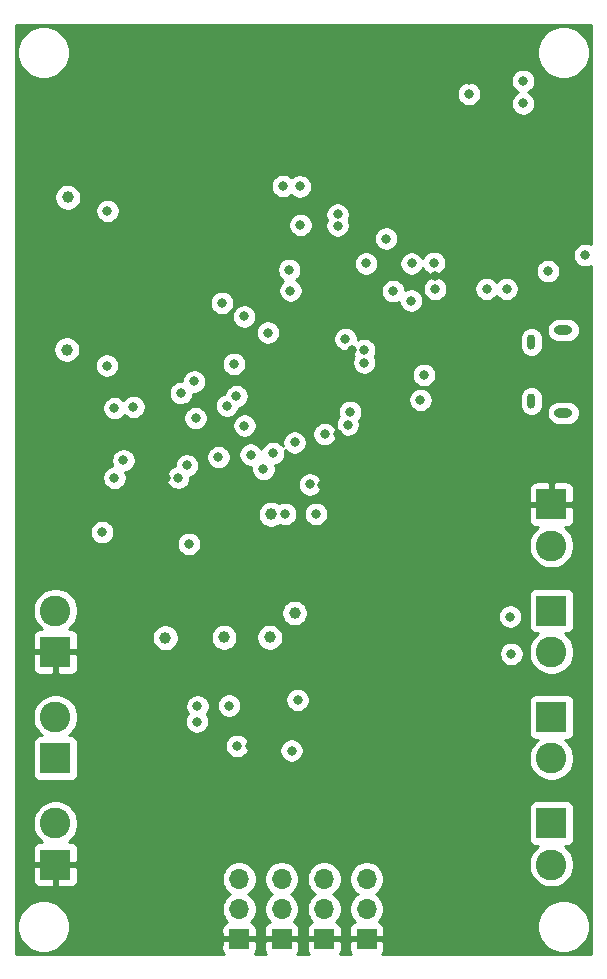
<source format=gbr>
G04 #@! TF.GenerationSoftware,KiCad,Pcbnew,(5.1.9)-1*
G04 #@! TF.CreationDate,2021-01-07T21:38:47-08:00*
G04 #@! TF.ProjectId,Hermes,4865726d-6573-42e6-9b69-6361645f7063,rev?*
G04 #@! TF.SameCoordinates,Original*
G04 #@! TF.FileFunction,Copper,L2,Inr*
G04 #@! TF.FilePolarity,Positive*
%FSLAX46Y46*%
G04 Gerber Fmt 4.6, Leading zero omitted, Abs format (unit mm)*
G04 Created by KiCad (PCBNEW (5.1.9)-1) date 2021-01-07 21:38:47*
%MOMM*%
%LPD*%
G01*
G04 APERTURE LIST*
G04 #@! TA.AperFunction,ComponentPad*
%ADD10C,2.600000*%
G04 #@! TD*
G04 #@! TA.AperFunction,ComponentPad*
%ADD11R,2.600000X2.600000*%
G04 #@! TD*
G04 #@! TA.AperFunction,ComponentPad*
%ADD12O,1.550000X0.775000*%
G04 #@! TD*
G04 #@! TA.AperFunction,ComponentPad*
%ADD13O,0.650000X1.300000*%
G04 #@! TD*
G04 #@! TA.AperFunction,ComponentPad*
%ADD14R,1.700000X1.700000*%
G04 #@! TD*
G04 #@! TA.AperFunction,ComponentPad*
%ADD15O,1.700000X1.700000*%
G04 #@! TD*
G04 #@! TA.AperFunction,ViaPad*
%ADD16C,0.800000*%
G04 #@! TD*
G04 #@! TA.AperFunction,ViaPad*
%ADD17C,1.000000*%
G04 #@! TD*
G04 #@! TA.AperFunction,Conductor*
%ADD18C,0.254000*%
G04 #@! TD*
G04 #@! TA.AperFunction,Conductor*
%ADD19C,0.100000*%
G04 #@! TD*
G04 APERTURE END LIST*
D10*
G04 #@! TO.N,R_OUT*
G04 #@! TO.C,J17*
X66000000Y-91750000D03*
D11*
G04 #@! TO.N,Net-(J17-Pad1)*
X66000000Y-88250000D03*
G04 #@! TD*
D10*
G04 #@! TO.N,R_OUT*
G04 #@! TO.C,J16*
X66000000Y-82750000D03*
D11*
G04 #@! TO.N,Net-(J16-Pad1)*
X66000000Y-79250000D03*
G04 #@! TD*
D10*
G04 #@! TO.N,R_OUT*
G04 #@! TO.C,J15*
X66000000Y-73750000D03*
D11*
G04 #@! TO.N,Net-(J15-Pad1)*
X66000000Y-70250000D03*
G04 #@! TD*
D10*
G04 #@! TO.N,VDDIO*
G04 #@! TO.C,J12*
X24000000Y-79250000D03*
D11*
G04 #@! TO.N,PWR_SW*
X24000000Y-82750000D03*
G04 #@! TD*
D10*
G04 #@! TO.N,R_IN*
G04 #@! TO.C,J11*
X66000000Y-64750000D03*
D11*
G04 #@! TO.N,GND*
X66000000Y-61250000D03*
G04 #@! TD*
D10*
G04 #@! TO.N,VDDIO*
G04 #@! TO.C,J9*
X24000000Y-88250000D03*
D11*
G04 #@! TO.N,GND*
X24000000Y-91750000D03*
G04 #@! TD*
D10*
G04 #@! TO.N,+5V*
G04 #@! TO.C,J8*
X24000000Y-70250000D03*
D11*
G04 #@! TO.N,GND*
X24000000Y-73750000D03*
G04 #@! TD*
D12*
G04 #@! TO.N,N/C*
G04 #@! TO.C,J5*
X67000000Y-46500000D03*
X67000000Y-53500000D03*
D13*
X64300000Y-47500000D03*
X64300000Y-52500000D03*
G04 #@! TD*
D14*
G04 #@! TO.N,GND*
G04 #@! TO.C,J1*
X46750000Y-98050000D03*
D15*
G04 #@! TO.N,+5V*
X46750000Y-95510000D03*
G04 #@! TO.N,TVCY*
X46750000Y-92970000D03*
G04 #@! TD*
G04 #@! TO.N,TVCZ*
G04 #@! TO.C,J2*
X50350000Y-92970000D03*
G04 #@! TO.N,+5V*
X50350000Y-95510000D03*
D14*
G04 #@! TO.N,GND*
X50350000Y-98050000D03*
G04 #@! TD*
G04 #@! TO.N,GND*
G04 #@! TO.C,J3*
X43150000Y-98050000D03*
D15*
G04 #@! TO.N,+5V*
X43150000Y-95510000D03*
G04 #@! TO.N,PROP_Z*
X43150000Y-92970000D03*
G04 #@! TD*
G04 #@! TO.N,PROP_Y*
G04 #@! TO.C,J4*
X39550000Y-92970000D03*
G04 #@! TO.N,+5V*
X39550000Y-95510000D03*
D14*
G04 #@! TO.N,GND*
X39550000Y-98050000D03*
G04 #@! TD*
D16*
G04 #@! TO.N,GND*
X40100000Y-78300000D03*
X41000000Y-78300000D03*
X41700000Y-81700000D03*
X40500000Y-81699994D03*
X45600000Y-82200002D03*
X46000000Y-77900000D03*
X46900000Y-77900000D03*
X63400000Y-54800000D03*
X56700000Y-31600000D03*
X56700000Y-34000000D03*
X32200000Y-29100000D03*
X56500000Y-62250000D03*
X55250000Y-64250000D03*
X54250000Y-75250000D03*
X55250000Y-75250000D03*
X56250000Y-75250000D03*
X54250000Y-80000000D03*
X55250000Y-80000000D03*
X56250000Y-80000000D03*
X54250000Y-87000000D03*
X55250000Y-87000000D03*
X56250000Y-87000000D03*
X44450000Y-75500000D03*
X28400000Y-38900000D03*
X54800000Y-22700000D03*
X31650000Y-54400000D03*
X67400000Y-43900000D03*
X49421207Y-43871207D03*
X33337340Y-59037340D03*
X47925000Y-55300000D03*
X60500000Y-48150000D03*
X63050000Y-47450000D03*
X59000004Y-24000000D03*
X59000000Y-25299994D03*
X31700000Y-65600072D03*
X38100000Y-46400000D03*
X46600000Y-59600000D03*
X53000000Y-53800000D03*
X35150000Y-60100000D03*
X42250000Y-36750000D03*
X42250002Y-35850000D03*
X56100000Y-41900000D03*
X45450001Y-35899999D03*
X51473843Y-56473841D03*
X24100000Y-56750002D03*
X42550000Y-32200000D03*
X28324990Y-51900000D03*
X24899990Y-57050000D03*
X24899990Y-67450000D03*
X49100000Y-48150000D03*
X50900000Y-43900000D03*
X53275000Y-48200000D03*
X59826048Y-36326048D03*
G04 #@! TO.N,Net-(C2-Pad1)*
X48550000Y-47250000D03*
G04 #@! TO.N,Net-(C3-Pad2)*
X50150000Y-48200000D03*
G04 #@! TO.N,Net-(C4-Pad2)*
X50150000Y-49250000D03*
G04 #@! TO.N,VDDIO*
X38700000Y-78300000D03*
X39391964Y-81705940D03*
X44500000Y-77800000D03*
X44000000Y-82100000D03*
X35300000Y-64600000D03*
X48945452Y-53413301D03*
X68850000Y-40150000D03*
X59000000Y-26500000D03*
X45537340Y-59562660D03*
D17*
X42250000Y-62100000D03*
D16*
X44259108Y-56014082D03*
X41985373Y-46714627D03*
D17*
G04 #@! TO.N,+5V*
X44250000Y-70450000D03*
X42141636Y-72508364D03*
X24950000Y-48150000D03*
X25050000Y-35250000D03*
X33300000Y-72550000D03*
X38275010Y-72508364D03*
D16*
G04 #@! TO.N,Net-(C10-Pad1)*
X48750000Y-54500000D03*
G04 #@! TO.N,TG_RESET*
X46800000Y-55300000D03*
X43900000Y-43150000D03*
X43800000Y-41400000D03*
G04 #@! TO.N,PWR_SW*
X54150000Y-40850000D03*
X41612659Y-58262661D03*
X56050000Y-40800000D03*
G04 #@! TO.N,VBUS*
X55200000Y-50300000D03*
G04 #@! TO.N,Net-(D3-Pad1)*
X65700000Y-41500000D03*
G04 #@! TO.N,Net-(D4-Pad5)*
X44749999Y-37600001D03*
G04 #@! TO.N,Net-(D4-Pad6)*
X47900000Y-37650000D03*
G04 #@! TO.N,Net-(D4-Pad4)*
X47900001Y-36699989D03*
G04 #@! TO.N,VOLTAGE*
X56150000Y-43000000D03*
G04 #@! TO.N,TVCZ*
X54900000Y-52400000D03*
X54125010Y-44000000D03*
G04 #@! TO.N,TVCY*
X52600000Y-43200000D03*
X46049998Y-62050002D03*
G04 #@! TO.N,LEDR*
X52000000Y-38750000D03*
G04 #@! TO.N,LEDG*
X50300000Y-40850000D03*
G04 #@! TO.N,FLASH_CS*
X28400000Y-36400000D03*
G04 #@! TO.N,RX*
X38100010Y-44200000D03*
G04 #@! TO.N,LEDB*
X39988972Y-45346262D03*
X44700012Y-34327386D03*
X43250000Y-34300000D03*
G04 #@! TO.N,PROP_Y*
X39100000Y-49350000D03*
G04 #@! TO.N,MOSI*
X35874979Y-53948247D03*
G04 #@! TO.N,PY1*
X39325000Y-52100000D03*
G04 #@! TO.N,PY2*
X38524990Y-52900000D03*
G04 #@! TO.N,MISO*
X35124990Y-57950000D03*
G04 #@! TO.N,PROP_Z*
X43450000Y-62050000D03*
X40000000Y-54594140D03*
G04 #@! TO.N,PY3*
X37799980Y-57250000D03*
G04 #@! TO.N,SDA*
X29749992Y-57522994D03*
X40525044Y-57050000D03*
X36025000Y-78350000D03*
G04 #@! TO.N,SCL*
X28350000Y-49500000D03*
X28988180Y-59010039D03*
X42423843Y-56926157D03*
X35974840Y-79650160D03*
X28999988Y-53100000D03*
G04 #@! TO.N,SWCLK*
X63600000Y-25400000D03*
G04 #@! TO.N,SWDIO*
X63600000Y-27300000D03*
G04 #@! TO.N,R_IN*
X60500000Y-43000000D03*
X62200000Y-43000000D03*
G04 #@! TO.N,SCK*
X34627001Y-51834833D03*
X34400000Y-59000000D03*
G04 #@! TO.N,RESET*
X27950000Y-63600000D03*
X30600000Y-53000000D03*
X35750000Y-50850000D03*
G04 #@! TO.N,Net-(J15-Pad1)*
X62597182Y-73902818D03*
X62500000Y-70750000D03*
G04 #@! TD*
D18*
G04 #@! TO.N,GND*
X69340000Y-39232689D02*
X69151898Y-39154774D01*
X68951939Y-39115000D01*
X68748061Y-39115000D01*
X68548102Y-39154774D01*
X68359744Y-39232795D01*
X68190226Y-39346063D01*
X68046063Y-39490226D01*
X67932795Y-39659744D01*
X67854774Y-39848102D01*
X67815000Y-40048061D01*
X67815000Y-40251939D01*
X67854774Y-40451898D01*
X67932795Y-40640256D01*
X68046063Y-40809774D01*
X68190226Y-40953937D01*
X68359744Y-41067205D01*
X68548102Y-41145226D01*
X68748061Y-41185000D01*
X68951939Y-41185000D01*
X69151898Y-41145226D01*
X69340000Y-41067311D01*
X69340001Y-99340000D01*
X51660364Y-99340000D01*
X51730537Y-99254494D01*
X51789502Y-99144180D01*
X51825812Y-99024482D01*
X51838072Y-98900000D01*
X51835000Y-98335750D01*
X51676250Y-98177000D01*
X50477000Y-98177000D01*
X50477000Y-98197000D01*
X50223000Y-98197000D01*
X50223000Y-98177000D01*
X49023750Y-98177000D01*
X48865000Y-98335750D01*
X48861928Y-98900000D01*
X48874188Y-99024482D01*
X48910498Y-99144180D01*
X48969463Y-99254494D01*
X49039636Y-99340000D01*
X48060364Y-99340000D01*
X48130537Y-99254494D01*
X48189502Y-99144180D01*
X48225812Y-99024482D01*
X48238072Y-98900000D01*
X48235000Y-98335750D01*
X48076250Y-98177000D01*
X46877000Y-98177000D01*
X46877000Y-98197000D01*
X46623000Y-98197000D01*
X46623000Y-98177000D01*
X45423750Y-98177000D01*
X45265000Y-98335750D01*
X45261928Y-98900000D01*
X45274188Y-99024482D01*
X45310498Y-99144180D01*
X45369463Y-99254494D01*
X45439636Y-99340000D01*
X44460364Y-99340000D01*
X44530537Y-99254494D01*
X44589502Y-99144180D01*
X44625812Y-99024482D01*
X44638072Y-98900000D01*
X44635000Y-98335750D01*
X44476250Y-98177000D01*
X43277000Y-98177000D01*
X43277000Y-98197000D01*
X43023000Y-98197000D01*
X43023000Y-98177000D01*
X41823750Y-98177000D01*
X41665000Y-98335750D01*
X41661928Y-98900000D01*
X41674188Y-99024482D01*
X41710498Y-99144180D01*
X41769463Y-99254494D01*
X41839636Y-99340000D01*
X40860364Y-99340000D01*
X40930537Y-99254494D01*
X40989502Y-99144180D01*
X41025812Y-99024482D01*
X41038072Y-98900000D01*
X41035000Y-98335750D01*
X40876250Y-98177000D01*
X39677000Y-98177000D01*
X39677000Y-98197000D01*
X39423000Y-98197000D01*
X39423000Y-98177000D01*
X38223750Y-98177000D01*
X38065000Y-98335750D01*
X38061928Y-98900000D01*
X38074188Y-99024482D01*
X38110498Y-99144180D01*
X38169463Y-99254494D01*
X38239636Y-99340000D01*
X20660000Y-99340000D01*
X20660000Y-96779872D01*
X20765000Y-96779872D01*
X20765000Y-97220128D01*
X20850890Y-97651925D01*
X21019369Y-98058669D01*
X21263962Y-98424729D01*
X21575271Y-98736038D01*
X21941331Y-98980631D01*
X22348075Y-99149110D01*
X22779872Y-99235000D01*
X23220128Y-99235000D01*
X23651925Y-99149110D01*
X24058669Y-98980631D01*
X24424729Y-98736038D01*
X24736038Y-98424729D01*
X24980631Y-98058669D01*
X25149110Y-97651925D01*
X25235000Y-97220128D01*
X25235000Y-97200000D01*
X38061928Y-97200000D01*
X38065000Y-97764250D01*
X38223750Y-97923000D01*
X39423000Y-97923000D01*
X39423000Y-97903000D01*
X39677000Y-97903000D01*
X39677000Y-97923000D01*
X40876250Y-97923000D01*
X41035000Y-97764250D01*
X41038072Y-97200000D01*
X41661928Y-97200000D01*
X41665000Y-97764250D01*
X41823750Y-97923000D01*
X43023000Y-97923000D01*
X43023000Y-97903000D01*
X43277000Y-97903000D01*
X43277000Y-97923000D01*
X44476250Y-97923000D01*
X44635000Y-97764250D01*
X44638072Y-97200000D01*
X45261928Y-97200000D01*
X45265000Y-97764250D01*
X45423750Y-97923000D01*
X46623000Y-97923000D01*
X46623000Y-97903000D01*
X46877000Y-97903000D01*
X46877000Y-97923000D01*
X48076250Y-97923000D01*
X48235000Y-97764250D01*
X48238072Y-97200000D01*
X48861928Y-97200000D01*
X48865000Y-97764250D01*
X49023750Y-97923000D01*
X50223000Y-97923000D01*
X50223000Y-97903000D01*
X50477000Y-97903000D01*
X50477000Y-97923000D01*
X51676250Y-97923000D01*
X51835000Y-97764250D01*
X51838072Y-97200000D01*
X51825812Y-97075518D01*
X51789502Y-96955820D01*
X51730537Y-96845506D01*
X51676673Y-96779872D01*
X64765000Y-96779872D01*
X64765000Y-97220128D01*
X64850890Y-97651925D01*
X65019369Y-98058669D01*
X65263962Y-98424729D01*
X65575271Y-98736038D01*
X65941331Y-98980631D01*
X66348075Y-99149110D01*
X66779872Y-99235000D01*
X67220128Y-99235000D01*
X67651925Y-99149110D01*
X68058669Y-98980631D01*
X68424729Y-98736038D01*
X68736038Y-98424729D01*
X68980631Y-98058669D01*
X69149110Y-97651925D01*
X69235000Y-97220128D01*
X69235000Y-96779872D01*
X69149110Y-96348075D01*
X68980631Y-95941331D01*
X68736038Y-95575271D01*
X68424729Y-95263962D01*
X68058669Y-95019369D01*
X67651925Y-94850890D01*
X67220128Y-94765000D01*
X66779872Y-94765000D01*
X66348075Y-94850890D01*
X65941331Y-95019369D01*
X65575271Y-95263962D01*
X65263962Y-95575271D01*
X65019369Y-95941331D01*
X64850890Y-96348075D01*
X64765000Y-96779872D01*
X51676673Y-96779872D01*
X51651185Y-96748815D01*
X51554494Y-96669463D01*
X51444180Y-96610498D01*
X51371620Y-96588487D01*
X51503475Y-96456632D01*
X51665990Y-96213411D01*
X51777932Y-95943158D01*
X51835000Y-95656260D01*
X51835000Y-95363740D01*
X51777932Y-95076842D01*
X51665990Y-94806589D01*
X51503475Y-94563368D01*
X51296632Y-94356525D01*
X51122240Y-94240000D01*
X51296632Y-94123475D01*
X51503475Y-93916632D01*
X51665990Y-93673411D01*
X51777932Y-93403158D01*
X51835000Y-93116260D01*
X51835000Y-92823740D01*
X51777932Y-92536842D01*
X51665990Y-92266589D01*
X51503475Y-92023368D01*
X51296632Y-91816525D01*
X51053411Y-91654010D01*
X50783158Y-91542068D01*
X50496260Y-91485000D01*
X50203740Y-91485000D01*
X49916842Y-91542068D01*
X49646589Y-91654010D01*
X49403368Y-91816525D01*
X49196525Y-92023368D01*
X49034010Y-92266589D01*
X48922068Y-92536842D01*
X48865000Y-92823740D01*
X48865000Y-93116260D01*
X48922068Y-93403158D01*
X49034010Y-93673411D01*
X49196525Y-93916632D01*
X49403368Y-94123475D01*
X49577760Y-94240000D01*
X49403368Y-94356525D01*
X49196525Y-94563368D01*
X49034010Y-94806589D01*
X48922068Y-95076842D01*
X48865000Y-95363740D01*
X48865000Y-95656260D01*
X48922068Y-95943158D01*
X49034010Y-96213411D01*
X49196525Y-96456632D01*
X49328380Y-96588487D01*
X49255820Y-96610498D01*
X49145506Y-96669463D01*
X49048815Y-96748815D01*
X48969463Y-96845506D01*
X48910498Y-96955820D01*
X48874188Y-97075518D01*
X48861928Y-97200000D01*
X48238072Y-97200000D01*
X48225812Y-97075518D01*
X48189502Y-96955820D01*
X48130537Y-96845506D01*
X48051185Y-96748815D01*
X47954494Y-96669463D01*
X47844180Y-96610498D01*
X47771620Y-96588487D01*
X47903475Y-96456632D01*
X48065990Y-96213411D01*
X48177932Y-95943158D01*
X48235000Y-95656260D01*
X48235000Y-95363740D01*
X48177932Y-95076842D01*
X48065990Y-94806589D01*
X47903475Y-94563368D01*
X47696632Y-94356525D01*
X47522240Y-94240000D01*
X47696632Y-94123475D01*
X47903475Y-93916632D01*
X48065990Y-93673411D01*
X48177932Y-93403158D01*
X48235000Y-93116260D01*
X48235000Y-92823740D01*
X48177932Y-92536842D01*
X48065990Y-92266589D01*
X47903475Y-92023368D01*
X47696632Y-91816525D01*
X47453411Y-91654010D01*
X47183158Y-91542068D01*
X46896260Y-91485000D01*
X46603740Y-91485000D01*
X46316842Y-91542068D01*
X46046589Y-91654010D01*
X45803368Y-91816525D01*
X45596525Y-92023368D01*
X45434010Y-92266589D01*
X45322068Y-92536842D01*
X45265000Y-92823740D01*
X45265000Y-93116260D01*
X45322068Y-93403158D01*
X45434010Y-93673411D01*
X45596525Y-93916632D01*
X45803368Y-94123475D01*
X45977760Y-94240000D01*
X45803368Y-94356525D01*
X45596525Y-94563368D01*
X45434010Y-94806589D01*
X45322068Y-95076842D01*
X45265000Y-95363740D01*
X45265000Y-95656260D01*
X45322068Y-95943158D01*
X45434010Y-96213411D01*
X45596525Y-96456632D01*
X45728380Y-96588487D01*
X45655820Y-96610498D01*
X45545506Y-96669463D01*
X45448815Y-96748815D01*
X45369463Y-96845506D01*
X45310498Y-96955820D01*
X45274188Y-97075518D01*
X45261928Y-97200000D01*
X44638072Y-97200000D01*
X44625812Y-97075518D01*
X44589502Y-96955820D01*
X44530537Y-96845506D01*
X44451185Y-96748815D01*
X44354494Y-96669463D01*
X44244180Y-96610498D01*
X44171620Y-96588487D01*
X44303475Y-96456632D01*
X44465990Y-96213411D01*
X44577932Y-95943158D01*
X44635000Y-95656260D01*
X44635000Y-95363740D01*
X44577932Y-95076842D01*
X44465990Y-94806589D01*
X44303475Y-94563368D01*
X44096632Y-94356525D01*
X43922240Y-94240000D01*
X44096632Y-94123475D01*
X44303475Y-93916632D01*
X44465990Y-93673411D01*
X44577932Y-93403158D01*
X44635000Y-93116260D01*
X44635000Y-92823740D01*
X44577932Y-92536842D01*
X44465990Y-92266589D01*
X44303475Y-92023368D01*
X44096632Y-91816525D01*
X43853411Y-91654010D01*
X43583158Y-91542068D01*
X43296260Y-91485000D01*
X43003740Y-91485000D01*
X42716842Y-91542068D01*
X42446589Y-91654010D01*
X42203368Y-91816525D01*
X41996525Y-92023368D01*
X41834010Y-92266589D01*
X41722068Y-92536842D01*
X41665000Y-92823740D01*
X41665000Y-93116260D01*
X41722068Y-93403158D01*
X41834010Y-93673411D01*
X41996525Y-93916632D01*
X42203368Y-94123475D01*
X42377760Y-94240000D01*
X42203368Y-94356525D01*
X41996525Y-94563368D01*
X41834010Y-94806589D01*
X41722068Y-95076842D01*
X41665000Y-95363740D01*
X41665000Y-95656260D01*
X41722068Y-95943158D01*
X41834010Y-96213411D01*
X41996525Y-96456632D01*
X42128380Y-96588487D01*
X42055820Y-96610498D01*
X41945506Y-96669463D01*
X41848815Y-96748815D01*
X41769463Y-96845506D01*
X41710498Y-96955820D01*
X41674188Y-97075518D01*
X41661928Y-97200000D01*
X41038072Y-97200000D01*
X41025812Y-97075518D01*
X40989502Y-96955820D01*
X40930537Y-96845506D01*
X40851185Y-96748815D01*
X40754494Y-96669463D01*
X40644180Y-96610498D01*
X40571620Y-96588487D01*
X40703475Y-96456632D01*
X40865990Y-96213411D01*
X40977932Y-95943158D01*
X41035000Y-95656260D01*
X41035000Y-95363740D01*
X40977932Y-95076842D01*
X40865990Y-94806589D01*
X40703475Y-94563368D01*
X40496632Y-94356525D01*
X40322240Y-94240000D01*
X40496632Y-94123475D01*
X40703475Y-93916632D01*
X40865990Y-93673411D01*
X40977932Y-93403158D01*
X41035000Y-93116260D01*
X41035000Y-92823740D01*
X40977932Y-92536842D01*
X40865990Y-92266589D01*
X40703475Y-92023368D01*
X40496632Y-91816525D01*
X40253411Y-91654010D01*
X39983158Y-91542068D01*
X39696260Y-91485000D01*
X39403740Y-91485000D01*
X39116842Y-91542068D01*
X38846589Y-91654010D01*
X38603368Y-91816525D01*
X38396525Y-92023368D01*
X38234010Y-92266589D01*
X38122068Y-92536842D01*
X38065000Y-92823740D01*
X38065000Y-93116260D01*
X38122068Y-93403158D01*
X38234010Y-93673411D01*
X38396525Y-93916632D01*
X38603368Y-94123475D01*
X38777760Y-94240000D01*
X38603368Y-94356525D01*
X38396525Y-94563368D01*
X38234010Y-94806589D01*
X38122068Y-95076842D01*
X38065000Y-95363740D01*
X38065000Y-95656260D01*
X38122068Y-95943158D01*
X38234010Y-96213411D01*
X38396525Y-96456632D01*
X38528380Y-96588487D01*
X38455820Y-96610498D01*
X38345506Y-96669463D01*
X38248815Y-96748815D01*
X38169463Y-96845506D01*
X38110498Y-96955820D01*
X38074188Y-97075518D01*
X38061928Y-97200000D01*
X25235000Y-97200000D01*
X25235000Y-96779872D01*
X25149110Y-96348075D01*
X24980631Y-95941331D01*
X24736038Y-95575271D01*
X24424729Y-95263962D01*
X24058669Y-95019369D01*
X23651925Y-94850890D01*
X23220128Y-94765000D01*
X22779872Y-94765000D01*
X22348075Y-94850890D01*
X21941331Y-95019369D01*
X21575271Y-95263962D01*
X21263962Y-95575271D01*
X21019369Y-95941331D01*
X20850890Y-96348075D01*
X20765000Y-96779872D01*
X20660000Y-96779872D01*
X20660000Y-93050000D01*
X22061928Y-93050000D01*
X22074188Y-93174482D01*
X22110498Y-93294180D01*
X22169463Y-93404494D01*
X22248815Y-93501185D01*
X22345506Y-93580537D01*
X22455820Y-93639502D01*
X22575518Y-93675812D01*
X22700000Y-93688072D01*
X23714250Y-93685000D01*
X23873000Y-93526250D01*
X23873000Y-91877000D01*
X24127000Y-91877000D01*
X24127000Y-93526250D01*
X24285750Y-93685000D01*
X25300000Y-93688072D01*
X25424482Y-93675812D01*
X25544180Y-93639502D01*
X25654494Y-93580537D01*
X25751185Y-93501185D01*
X25830537Y-93404494D01*
X25889502Y-93294180D01*
X25925812Y-93174482D01*
X25938072Y-93050000D01*
X25935000Y-92035750D01*
X25776250Y-91877000D01*
X24127000Y-91877000D01*
X23873000Y-91877000D01*
X22223750Y-91877000D01*
X22065000Y-92035750D01*
X22061928Y-93050000D01*
X20660000Y-93050000D01*
X20660000Y-90450000D01*
X22061928Y-90450000D01*
X22065000Y-91464250D01*
X22223750Y-91623000D01*
X23873000Y-91623000D01*
X23873000Y-91603000D01*
X24127000Y-91603000D01*
X24127000Y-91623000D01*
X25776250Y-91623000D01*
X25935000Y-91464250D01*
X25938072Y-90450000D01*
X25925812Y-90325518D01*
X25889502Y-90205820D01*
X25830537Y-90095506D01*
X25751185Y-89998815D01*
X25654494Y-89919463D01*
X25544180Y-89860498D01*
X25424482Y-89824188D01*
X25300000Y-89811928D01*
X25144614Y-89812399D01*
X25233491Y-89753013D01*
X25503013Y-89483491D01*
X25714775Y-89166566D01*
X25860639Y-88814419D01*
X25935000Y-88440581D01*
X25935000Y-88059419D01*
X25860639Y-87685581D01*
X25714775Y-87333434D01*
X25503013Y-87016509D01*
X25436504Y-86950000D01*
X64061928Y-86950000D01*
X64061928Y-89550000D01*
X64074188Y-89674482D01*
X64110498Y-89794180D01*
X64169463Y-89904494D01*
X64248815Y-90001185D01*
X64345506Y-90080537D01*
X64455820Y-90139502D01*
X64575518Y-90175812D01*
X64700000Y-90188072D01*
X64854682Y-90188072D01*
X64766509Y-90246987D01*
X64496987Y-90516509D01*
X64285225Y-90833434D01*
X64139361Y-91185581D01*
X64065000Y-91559419D01*
X64065000Y-91940581D01*
X64139361Y-92314419D01*
X64285225Y-92666566D01*
X64496987Y-92983491D01*
X64766509Y-93253013D01*
X65083434Y-93464775D01*
X65435581Y-93610639D01*
X65809419Y-93685000D01*
X66190581Y-93685000D01*
X66564419Y-93610639D01*
X66916566Y-93464775D01*
X67233491Y-93253013D01*
X67503013Y-92983491D01*
X67714775Y-92666566D01*
X67860639Y-92314419D01*
X67935000Y-91940581D01*
X67935000Y-91559419D01*
X67860639Y-91185581D01*
X67714775Y-90833434D01*
X67503013Y-90516509D01*
X67233491Y-90246987D01*
X67145318Y-90188072D01*
X67300000Y-90188072D01*
X67424482Y-90175812D01*
X67544180Y-90139502D01*
X67654494Y-90080537D01*
X67751185Y-90001185D01*
X67830537Y-89904494D01*
X67889502Y-89794180D01*
X67925812Y-89674482D01*
X67938072Y-89550000D01*
X67938072Y-86950000D01*
X67925812Y-86825518D01*
X67889502Y-86705820D01*
X67830537Y-86595506D01*
X67751185Y-86498815D01*
X67654494Y-86419463D01*
X67544180Y-86360498D01*
X67424482Y-86324188D01*
X67300000Y-86311928D01*
X64700000Y-86311928D01*
X64575518Y-86324188D01*
X64455820Y-86360498D01*
X64345506Y-86419463D01*
X64248815Y-86498815D01*
X64169463Y-86595506D01*
X64110498Y-86705820D01*
X64074188Y-86825518D01*
X64061928Y-86950000D01*
X25436504Y-86950000D01*
X25233491Y-86746987D01*
X24916566Y-86535225D01*
X24564419Y-86389361D01*
X24190581Y-86315000D01*
X23809419Y-86315000D01*
X23435581Y-86389361D01*
X23083434Y-86535225D01*
X22766509Y-86746987D01*
X22496987Y-87016509D01*
X22285225Y-87333434D01*
X22139361Y-87685581D01*
X22065000Y-88059419D01*
X22065000Y-88440581D01*
X22139361Y-88814419D01*
X22285225Y-89166566D01*
X22496987Y-89483491D01*
X22766509Y-89753013D01*
X22855386Y-89812399D01*
X22700000Y-89811928D01*
X22575518Y-89824188D01*
X22455820Y-89860498D01*
X22345506Y-89919463D01*
X22248815Y-89998815D01*
X22169463Y-90095506D01*
X22110498Y-90205820D01*
X22074188Y-90325518D01*
X22061928Y-90450000D01*
X20660000Y-90450000D01*
X20660000Y-81450000D01*
X22061928Y-81450000D01*
X22061928Y-84050000D01*
X22074188Y-84174482D01*
X22110498Y-84294180D01*
X22169463Y-84404494D01*
X22248815Y-84501185D01*
X22345506Y-84580537D01*
X22455820Y-84639502D01*
X22575518Y-84675812D01*
X22700000Y-84688072D01*
X25300000Y-84688072D01*
X25424482Y-84675812D01*
X25544180Y-84639502D01*
X25654494Y-84580537D01*
X25751185Y-84501185D01*
X25830537Y-84404494D01*
X25889502Y-84294180D01*
X25925812Y-84174482D01*
X25938072Y-84050000D01*
X25938072Y-81604001D01*
X38356964Y-81604001D01*
X38356964Y-81807879D01*
X38396738Y-82007838D01*
X38474759Y-82196196D01*
X38588027Y-82365714D01*
X38732190Y-82509877D01*
X38901708Y-82623145D01*
X39090066Y-82701166D01*
X39290025Y-82740940D01*
X39493903Y-82740940D01*
X39693862Y-82701166D01*
X39882220Y-82623145D01*
X40051738Y-82509877D01*
X40195901Y-82365714D01*
X40309169Y-82196196D01*
X40387190Y-82007838D01*
X40389134Y-81998061D01*
X42965000Y-81998061D01*
X42965000Y-82201939D01*
X43004774Y-82401898D01*
X43082795Y-82590256D01*
X43196063Y-82759774D01*
X43340226Y-82903937D01*
X43509744Y-83017205D01*
X43698102Y-83095226D01*
X43898061Y-83135000D01*
X44101939Y-83135000D01*
X44301898Y-83095226D01*
X44490256Y-83017205D01*
X44659774Y-82903937D01*
X44803937Y-82759774D01*
X44917205Y-82590256D01*
X44995226Y-82401898D01*
X45035000Y-82201939D01*
X45035000Y-81998061D01*
X44995226Y-81798102D01*
X44917205Y-81609744D01*
X44803937Y-81440226D01*
X44659774Y-81296063D01*
X44490256Y-81182795D01*
X44301898Y-81104774D01*
X44101939Y-81065000D01*
X43898061Y-81065000D01*
X43698102Y-81104774D01*
X43509744Y-81182795D01*
X43340226Y-81296063D01*
X43196063Y-81440226D01*
X43082795Y-81609744D01*
X43004774Y-81798102D01*
X42965000Y-81998061D01*
X40389134Y-81998061D01*
X40426964Y-81807879D01*
X40426964Y-81604001D01*
X40387190Y-81404042D01*
X40309169Y-81215684D01*
X40195901Y-81046166D01*
X40051738Y-80902003D01*
X39882220Y-80788735D01*
X39693862Y-80710714D01*
X39493903Y-80670940D01*
X39290025Y-80670940D01*
X39090066Y-80710714D01*
X38901708Y-80788735D01*
X38732190Y-80902003D01*
X38588027Y-81046166D01*
X38474759Y-81215684D01*
X38396738Y-81404042D01*
X38356964Y-81604001D01*
X25938072Y-81604001D01*
X25938072Y-81450000D01*
X25925812Y-81325518D01*
X25889502Y-81205820D01*
X25830537Y-81095506D01*
X25751185Y-80998815D01*
X25654494Y-80919463D01*
X25544180Y-80860498D01*
X25424482Y-80824188D01*
X25300000Y-80811928D01*
X25145318Y-80811928D01*
X25233491Y-80753013D01*
X25503013Y-80483491D01*
X25714775Y-80166566D01*
X25860639Y-79814419D01*
X25913589Y-79548221D01*
X34939840Y-79548221D01*
X34939840Y-79752099D01*
X34979614Y-79952058D01*
X35057635Y-80140416D01*
X35170903Y-80309934D01*
X35315066Y-80454097D01*
X35484584Y-80567365D01*
X35672942Y-80645386D01*
X35872901Y-80685160D01*
X36076779Y-80685160D01*
X36276738Y-80645386D01*
X36465096Y-80567365D01*
X36634614Y-80454097D01*
X36778777Y-80309934D01*
X36892045Y-80140416D01*
X36970066Y-79952058D01*
X37009840Y-79752099D01*
X37009840Y-79548221D01*
X36970066Y-79348262D01*
X36892045Y-79159904D01*
X36806634Y-79032077D01*
X36828937Y-79009774D01*
X36942205Y-78840256D01*
X37020226Y-78651898D01*
X37060000Y-78451939D01*
X37060000Y-78248061D01*
X37050055Y-78198061D01*
X37665000Y-78198061D01*
X37665000Y-78401939D01*
X37704774Y-78601898D01*
X37782795Y-78790256D01*
X37896063Y-78959774D01*
X38040226Y-79103937D01*
X38209744Y-79217205D01*
X38398102Y-79295226D01*
X38598061Y-79335000D01*
X38801939Y-79335000D01*
X39001898Y-79295226D01*
X39190256Y-79217205D01*
X39359774Y-79103937D01*
X39503937Y-78959774D01*
X39617205Y-78790256D01*
X39695226Y-78601898D01*
X39735000Y-78401939D01*
X39735000Y-78198061D01*
X39695226Y-77998102D01*
X39617205Y-77809744D01*
X39542582Y-77698061D01*
X43465000Y-77698061D01*
X43465000Y-77901939D01*
X43504774Y-78101898D01*
X43582795Y-78290256D01*
X43696063Y-78459774D01*
X43840226Y-78603937D01*
X44009744Y-78717205D01*
X44198102Y-78795226D01*
X44398061Y-78835000D01*
X44601939Y-78835000D01*
X44801898Y-78795226D01*
X44990256Y-78717205D01*
X45159774Y-78603937D01*
X45303937Y-78459774D01*
X45417205Y-78290256D01*
X45495226Y-78101898D01*
X45525440Y-77950000D01*
X64061928Y-77950000D01*
X64061928Y-80550000D01*
X64074188Y-80674482D01*
X64110498Y-80794180D01*
X64169463Y-80904494D01*
X64248815Y-81001185D01*
X64345506Y-81080537D01*
X64455820Y-81139502D01*
X64575518Y-81175812D01*
X64700000Y-81188072D01*
X64854682Y-81188072D01*
X64766509Y-81246987D01*
X64496987Y-81516509D01*
X64285225Y-81833434D01*
X64139361Y-82185581D01*
X64065000Y-82559419D01*
X64065000Y-82940581D01*
X64139361Y-83314419D01*
X64285225Y-83666566D01*
X64496987Y-83983491D01*
X64766509Y-84253013D01*
X65083434Y-84464775D01*
X65435581Y-84610639D01*
X65809419Y-84685000D01*
X66190581Y-84685000D01*
X66564419Y-84610639D01*
X66916566Y-84464775D01*
X67233491Y-84253013D01*
X67503013Y-83983491D01*
X67714775Y-83666566D01*
X67860639Y-83314419D01*
X67935000Y-82940581D01*
X67935000Y-82559419D01*
X67860639Y-82185581D01*
X67714775Y-81833434D01*
X67503013Y-81516509D01*
X67233491Y-81246987D01*
X67145318Y-81188072D01*
X67300000Y-81188072D01*
X67424482Y-81175812D01*
X67544180Y-81139502D01*
X67654494Y-81080537D01*
X67751185Y-81001185D01*
X67830537Y-80904494D01*
X67889502Y-80794180D01*
X67925812Y-80674482D01*
X67938072Y-80550000D01*
X67938072Y-77950000D01*
X67925812Y-77825518D01*
X67889502Y-77705820D01*
X67830537Y-77595506D01*
X67751185Y-77498815D01*
X67654494Y-77419463D01*
X67544180Y-77360498D01*
X67424482Y-77324188D01*
X67300000Y-77311928D01*
X64700000Y-77311928D01*
X64575518Y-77324188D01*
X64455820Y-77360498D01*
X64345506Y-77419463D01*
X64248815Y-77498815D01*
X64169463Y-77595506D01*
X64110498Y-77705820D01*
X64074188Y-77825518D01*
X64061928Y-77950000D01*
X45525440Y-77950000D01*
X45535000Y-77901939D01*
X45535000Y-77698061D01*
X45495226Y-77498102D01*
X45417205Y-77309744D01*
X45303937Y-77140226D01*
X45159774Y-76996063D01*
X44990256Y-76882795D01*
X44801898Y-76804774D01*
X44601939Y-76765000D01*
X44398061Y-76765000D01*
X44198102Y-76804774D01*
X44009744Y-76882795D01*
X43840226Y-76996063D01*
X43696063Y-77140226D01*
X43582795Y-77309744D01*
X43504774Y-77498102D01*
X43465000Y-77698061D01*
X39542582Y-77698061D01*
X39503937Y-77640226D01*
X39359774Y-77496063D01*
X39190256Y-77382795D01*
X39001898Y-77304774D01*
X38801939Y-77265000D01*
X38598061Y-77265000D01*
X38398102Y-77304774D01*
X38209744Y-77382795D01*
X38040226Y-77496063D01*
X37896063Y-77640226D01*
X37782795Y-77809744D01*
X37704774Y-77998102D01*
X37665000Y-78198061D01*
X37050055Y-78198061D01*
X37020226Y-78048102D01*
X36942205Y-77859744D01*
X36828937Y-77690226D01*
X36684774Y-77546063D01*
X36515256Y-77432795D01*
X36326898Y-77354774D01*
X36126939Y-77315000D01*
X35923061Y-77315000D01*
X35723102Y-77354774D01*
X35534744Y-77432795D01*
X35365226Y-77546063D01*
X35221063Y-77690226D01*
X35107795Y-77859744D01*
X35029774Y-78048102D01*
X34990000Y-78248061D01*
X34990000Y-78451939D01*
X35029774Y-78651898D01*
X35107795Y-78840256D01*
X35193206Y-78968083D01*
X35170903Y-78990386D01*
X35057635Y-79159904D01*
X34979614Y-79348262D01*
X34939840Y-79548221D01*
X25913589Y-79548221D01*
X25935000Y-79440581D01*
X25935000Y-79059419D01*
X25860639Y-78685581D01*
X25714775Y-78333434D01*
X25503013Y-78016509D01*
X25233491Y-77746987D01*
X24916566Y-77535225D01*
X24564419Y-77389361D01*
X24190581Y-77315000D01*
X23809419Y-77315000D01*
X23435581Y-77389361D01*
X23083434Y-77535225D01*
X22766509Y-77746987D01*
X22496987Y-78016509D01*
X22285225Y-78333434D01*
X22139361Y-78685581D01*
X22065000Y-79059419D01*
X22065000Y-79440581D01*
X22139361Y-79814419D01*
X22285225Y-80166566D01*
X22496987Y-80483491D01*
X22766509Y-80753013D01*
X22854682Y-80811928D01*
X22700000Y-80811928D01*
X22575518Y-80824188D01*
X22455820Y-80860498D01*
X22345506Y-80919463D01*
X22248815Y-80998815D01*
X22169463Y-81095506D01*
X22110498Y-81205820D01*
X22074188Y-81325518D01*
X22061928Y-81450000D01*
X20660000Y-81450000D01*
X20660000Y-75050000D01*
X22061928Y-75050000D01*
X22074188Y-75174482D01*
X22110498Y-75294180D01*
X22169463Y-75404494D01*
X22248815Y-75501185D01*
X22345506Y-75580537D01*
X22455820Y-75639502D01*
X22575518Y-75675812D01*
X22700000Y-75688072D01*
X23714250Y-75685000D01*
X23873000Y-75526250D01*
X23873000Y-73877000D01*
X24127000Y-73877000D01*
X24127000Y-75526250D01*
X24285750Y-75685000D01*
X25300000Y-75688072D01*
X25424482Y-75675812D01*
X25544180Y-75639502D01*
X25654494Y-75580537D01*
X25751185Y-75501185D01*
X25830537Y-75404494D01*
X25889502Y-75294180D01*
X25925812Y-75174482D01*
X25938072Y-75050000D01*
X25935000Y-74035750D01*
X25776250Y-73877000D01*
X24127000Y-73877000D01*
X23873000Y-73877000D01*
X22223750Y-73877000D01*
X22065000Y-74035750D01*
X22061928Y-75050000D01*
X20660000Y-75050000D01*
X20660000Y-73800879D01*
X61562182Y-73800879D01*
X61562182Y-74004757D01*
X61601956Y-74204716D01*
X61679977Y-74393074D01*
X61793245Y-74562592D01*
X61937408Y-74706755D01*
X62106926Y-74820023D01*
X62295284Y-74898044D01*
X62495243Y-74937818D01*
X62699121Y-74937818D01*
X62899080Y-74898044D01*
X63087438Y-74820023D01*
X63256956Y-74706755D01*
X63401119Y-74562592D01*
X63514387Y-74393074D01*
X63592408Y-74204716D01*
X63632182Y-74004757D01*
X63632182Y-73800879D01*
X63592408Y-73600920D01*
X63514387Y-73412562D01*
X63401119Y-73243044D01*
X63256956Y-73098881D01*
X63087438Y-72985613D01*
X62899080Y-72907592D01*
X62699121Y-72867818D01*
X62495243Y-72867818D01*
X62295284Y-72907592D01*
X62106926Y-72985613D01*
X61937408Y-73098881D01*
X61793245Y-73243044D01*
X61679977Y-73412562D01*
X61601956Y-73600920D01*
X61562182Y-73800879D01*
X20660000Y-73800879D01*
X20660000Y-72450000D01*
X22061928Y-72450000D01*
X22065000Y-73464250D01*
X22223750Y-73623000D01*
X23873000Y-73623000D01*
X23873000Y-73603000D01*
X24127000Y-73603000D01*
X24127000Y-73623000D01*
X25776250Y-73623000D01*
X25935000Y-73464250D01*
X25938072Y-72450000D01*
X25936912Y-72438212D01*
X32165000Y-72438212D01*
X32165000Y-72661788D01*
X32208617Y-72881067D01*
X32294176Y-73087624D01*
X32418388Y-73273520D01*
X32576480Y-73431612D01*
X32762376Y-73555824D01*
X32968933Y-73641383D01*
X33188212Y-73685000D01*
X33411788Y-73685000D01*
X33631067Y-73641383D01*
X33837624Y-73555824D01*
X34023520Y-73431612D01*
X34181612Y-73273520D01*
X34305824Y-73087624D01*
X34391383Y-72881067D01*
X34435000Y-72661788D01*
X34435000Y-72438212D01*
X34426719Y-72396576D01*
X37140010Y-72396576D01*
X37140010Y-72620152D01*
X37183627Y-72839431D01*
X37269186Y-73045988D01*
X37393398Y-73231884D01*
X37551490Y-73389976D01*
X37737386Y-73514188D01*
X37943943Y-73599747D01*
X38163222Y-73643364D01*
X38386798Y-73643364D01*
X38606077Y-73599747D01*
X38812634Y-73514188D01*
X38998530Y-73389976D01*
X39156622Y-73231884D01*
X39280834Y-73045988D01*
X39366393Y-72839431D01*
X39410010Y-72620152D01*
X39410010Y-72396576D01*
X41006636Y-72396576D01*
X41006636Y-72620152D01*
X41050253Y-72839431D01*
X41135812Y-73045988D01*
X41260024Y-73231884D01*
X41418116Y-73389976D01*
X41604012Y-73514188D01*
X41810569Y-73599747D01*
X42029848Y-73643364D01*
X42253424Y-73643364D01*
X42472703Y-73599747D01*
X42679260Y-73514188D01*
X42865156Y-73389976D01*
X43023248Y-73231884D01*
X43147460Y-73045988D01*
X43233019Y-72839431D01*
X43276636Y-72620152D01*
X43276636Y-72396576D01*
X43233019Y-72177297D01*
X43147460Y-71970740D01*
X43023248Y-71784844D01*
X42865156Y-71626752D01*
X42679260Y-71502540D01*
X42472703Y-71416981D01*
X42253424Y-71373364D01*
X42029848Y-71373364D01*
X41810569Y-71416981D01*
X41604012Y-71502540D01*
X41418116Y-71626752D01*
X41260024Y-71784844D01*
X41135812Y-71970740D01*
X41050253Y-72177297D01*
X41006636Y-72396576D01*
X39410010Y-72396576D01*
X39366393Y-72177297D01*
X39280834Y-71970740D01*
X39156622Y-71784844D01*
X38998530Y-71626752D01*
X38812634Y-71502540D01*
X38606077Y-71416981D01*
X38386798Y-71373364D01*
X38163222Y-71373364D01*
X37943943Y-71416981D01*
X37737386Y-71502540D01*
X37551490Y-71626752D01*
X37393398Y-71784844D01*
X37269186Y-71970740D01*
X37183627Y-72177297D01*
X37140010Y-72396576D01*
X34426719Y-72396576D01*
X34391383Y-72218933D01*
X34305824Y-72012376D01*
X34181612Y-71826480D01*
X34023520Y-71668388D01*
X33837624Y-71544176D01*
X33631067Y-71458617D01*
X33411788Y-71415000D01*
X33188212Y-71415000D01*
X32968933Y-71458617D01*
X32762376Y-71544176D01*
X32576480Y-71668388D01*
X32418388Y-71826480D01*
X32294176Y-72012376D01*
X32208617Y-72218933D01*
X32165000Y-72438212D01*
X25936912Y-72438212D01*
X25925812Y-72325518D01*
X25889502Y-72205820D01*
X25830537Y-72095506D01*
X25751185Y-71998815D01*
X25654494Y-71919463D01*
X25544180Y-71860498D01*
X25424482Y-71824188D01*
X25300000Y-71811928D01*
X25144614Y-71812399D01*
X25233491Y-71753013D01*
X25503013Y-71483491D01*
X25714775Y-71166566D01*
X25860639Y-70814419D01*
X25935000Y-70440581D01*
X25935000Y-70338212D01*
X43115000Y-70338212D01*
X43115000Y-70561788D01*
X43158617Y-70781067D01*
X43244176Y-70987624D01*
X43368388Y-71173520D01*
X43526480Y-71331612D01*
X43712376Y-71455824D01*
X43918933Y-71541383D01*
X44138212Y-71585000D01*
X44361788Y-71585000D01*
X44581067Y-71541383D01*
X44787624Y-71455824D01*
X44973520Y-71331612D01*
X45131612Y-71173520D01*
X45255824Y-70987624D01*
X45341383Y-70781067D01*
X45367839Y-70648061D01*
X61465000Y-70648061D01*
X61465000Y-70851939D01*
X61504774Y-71051898D01*
X61582795Y-71240256D01*
X61696063Y-71409774D01*
X61840226Y-71553937D01*
X62009744Y-71667205D01*
X62198102Y-71745226D01*
X62398061Y-71785000D01*
X62601939Y-71785000D01*
X62801898Y-71745226D01*
X62990256Y-71667205D01*
X63159774Y-71553937D01*
X63303937Y-71409774D01*
X63417205Y-71240256D01*
X63495226Y-71051898D01*
X63535000Y-70851939D01*
X63535000Y-70648061D01*
X63495226Y-70448102D01*
X63417205Y-70259744D01*
X63303937Y-70090226D01*
X63159774Y-69946063D01*
X62990256Y-69832795D01*
X62801898Y-69754774D01*
X62601939Y-69715000D01*
X62398061Y-69715000D01*
X62198102Y-69754774D01*
X62009744Y-69832795D01*
X61840226Y-69946063D01*
X61696063Y-70090226D01*
X61582795Y-70259744D01*
X61504774Y-70448102D01*
X61465000Y-70648061D01*
X45367839Y-70648061D01*
X45385000Y-70561788D01*
X45385000Y-70338212D01*
X45341383Y-70118933D01*
X45255824Y-69912376D01*
X45131612Y-69726480D01*
X44973520Y-69568388D01*
X44787624Y-69444176D01*
X44581067Y-69358617D01*
X44361788Y-69315000D01*
X44138212Y-69315000D01*
X43918933Y-69358617D01*
X43712376Y-69444176D01*
X43526480Y-69568388D01*
X43368388Y-69726480D01*
X43244176Y-69912376D01*
X43158617Y-70118933D01*
X43115000Y-70338212D01*
X25935000Y-70338212D01*
X25935000Y-70059419D01*
X25860639Y-69685581D01*
X25714775Y-69333434D01*
X25503013Y-69016509D01*
X25436504Y-68950000D01*
X64061928Y-68950000D01*
X64061928Y-71550000D01*
X64074188Y-71674482D01*
X64110498Y-71794180D01*
X64169463Y-71904494D01*
X64248815Y-72001185D01*
X64345506Y-72080537D01*
X64455820Y-72139502D01*
X64575518Y-72175812D01*
X64700000Y-72188072D01*
X64854682Y-72188072D01*
X64766509Y-72246987D01*
X64496987Y-72516509D01*
X64285225Y-72833434D01*
X64139361Y-73185581D01*
X64065000Y-73559419D01*
X64065000Y-73940581D01*
X64139361Y-74314419D01*
X64285225Y-74666566D01*
X64496987Y-74983491D01*
X64766509Y-75253013D01*
X65083434Y-75464775D01*
X65435581Y-75610639D01*
X65809419Y-75685000D01*
X66190581Y-75685000D01*
X66564419Y-75610639D01*
X66916566Y-75464775D01*
X67233491Y-75253013D01*
X67503013Y-74983491D01*
X67714775Y-74666566D01*
X67860639Y-74314419D01*
X67935000Y-73940581D01*
X67935000Y-73559419D01*
X67860639Y-73185581D01*
X67714775Y-72833434D01*
X67503013Y-72516509D01*
X67233491Y-72246987D01*
X67145318Y-72188072D01*
X67300000Y-72188072D01*
X67424482Y-72175812D01*
X67544180Y-72139502D01*
X67654494Y-72080537D01*
X67751185Y-72001185D01*
X67830537Y-71904494D01*
X67889502Y-71794180D01*
X67925812Y-71674482D01*
X67938072Y-71550000D01*
X67938072Y-68950000D01*
X67925812Y-68825518D01*
X67889502Y-68705820D01*
X67830537Y-68595506D01*
X67751185Y-68498815D01*
X67654494Y-68419463D01*
X67544180Y-68360498D01*
X67424482Y-68324188D01*
X67300000Y-68311928D01*
X64700000Y-68311928D01*
X64575518Y-68324188D01*
X64455820Y-68360498D01*
X64345506Y-68419463D01*
X64248815Y-68498815D01*
X64169463Y-68595506D01*
X64110498Y-68705820D01*
X64074188Y-68825518D01*
X64061928Y-68950000D01*
X25436504Y-68950000D01*
X25233491Y-68746987D01*
X24916566Y-68535225D01*
X24564419Y-68389361D01*
X24190581Y-68315000D01*
X23809419Y-68315000D01*
X23435581Y-68389361D01*
X23083434Y-68535225D01*
X22766509Y-68746987D01*
X22496987Y-69016509D01*
X22285225Y-69333434D01*
X22139361Y-69685581D01*
X22065000Y-70059419D01*
X22065000Y-70440581D01*
X22139361Y-70814419D01*
X22285225Y-71166566D01*
X22496987Y-71483491D01*
X22766509Y-71753013D01*
X22855386Y-71812399D01*
X22700000Y-71811928D01*
X22575518Y-71824188D01*
X22455820Y-71860498D01*
X22345506Y-71919463D01*
X22248815Y-71998815D01*
X22169463Y-72095506D01*
X22110498Y-72205820D01*
X22074188Y-72325518D01*
X22061928Y-72450000D01*
X20660000Y-72450000D01*
X20660000Y-63498061D01*
X26915000Y-63498061D01*
X26915000Y-63701939D01*
X26954774Y-63901898D01*
X27032795Y-64090256D01*
X27146063Y-64259774D01*
X27290226Y-64403937D01*
X27459744Y-64517205D01*
X27648102Y-64595226D01*
X27848061Y-64635000D01*
X28051939Y-64635000D01*
X28251898Y-64595226D01*
X28440256Y-64517205D01*
X28468907Y-64498061D01*
X34265000Y-64498061D01*
X34265000Y-64701939D01*
X34304774Y-64901898D01*
X34382795Y-65090256D01*
X34496063Y-65259774D01*
X34640226Y-65403937D01*
X34809744Y-65517205D01*
X34998102Y-65595226D01*
X35198061Y-65635000D01*
X35401939Y-65635000D01*
X35601898Y-65595226D01*
X35790256Y-65517205D01*
X35959774Y-65403937D01*
X36103937Y-65259774D01*
X36217205Y-65090256D01*
X36295226Y-64901898D01*
X36335000Y-64701939D01*
X36335000Y-64498061D01*
X36295226Y-64298102D01*
X36217205Y-64109744D01*
X36103937Y-63940226D01*
X35959774Y-63796063D01*
X35790256Y-63682795D01*
X35601898Y-63604774D01*
X35401939Y-63565000D01*
X35198061Y-63565000D01*
X34998102Y-63604774D01*
X34809744Y-63682795D01*
X34640226Y-63796063D01*
X34496063Y-63940226D01*
X34382795Y-64109744D01*
X34304774Y-64298102D01*
X34265000Y-64498061D01*
X28468907Y-64498061D01*
X28609774Y-64403937D01*
X28753937Y-64259774D01*
X28867205Y-64090256D01*
X28945226Y-63901898D01*
X28985000Y-63701939D01*
X28985000Y-63498061D01*
X28945226Y-63298102D01*
X28867205Y-63109744D01*
X28753937Y-62940226D01*
X28609774Y-62796063D01*
X28440256Y-62682795D01*
X28251898Y-62604774D01*
X28051939Y-62565000D01*
X27848061Y-62565000D01*
X27648102Y-62604774D01*
X27459744Y-62682795D01*
X27290226Y-62796063D01*
X27146063Y-62940226D01*
X27032795Y-63109744D01*
X26954774Y-63298102D01*
X26915000Y-63498061D01*
X20660000Y-63498061D01*
X20660000Y-61988212D01*
X41115000Y-61988212D01*
X41115000Y-62211788D01*
X41158617Y-62431067D01*
X41244176Y-62637624D01*
X41368388Y-62823520D01*
X41526480Y-62981612D01*
X41712376Y-63105824D01*
X41918933Y-63191383D01*
X42138212Y-63235000D01*
X42361788Y-63235000D01*
X42581067Y-63191383D01*
X42787624Y-63105824D01*
X42973520Y-62981612D01*
X42979672Y-62975460D01*
X43148102Y-63045226D01*
X43348061Y-63085000D01*
X43551939Y-63085000D01*
X43751898Y-63045226D01*
X43940256Y-62967205D01*
X44109774Y-62853937D01*
X44253937Y-62709774D01*
X44367205Y-62540256D01*
X44445226Y-62351898D01*
X44485000Y-62151939D01*
X44485000Y-61948063D01*
X45014998Y-61948063D01*
X45014998Y-62151941D01*
X45054772Y-62351900D01*
X45132793Y-62540258D01*
X45246061Y-62709776D01*
X45390224Y-62853939D01*
X45559742Y-62967207D01*
X45748100Y-63045228D01*
X45948059Y-63085002D01*
X46151937Y-63085002D01*
X46351896Y-63045228D01*
X46540254Y-62967207D01*
X46709772Y-62853939D01*
X46853935Y-62709776D01*
X46960693Y-62550000D01*
X64061928Y-62550000D01*
X64074188Y-62674482D01*
X64110498Y-62794180D01*
X64169463Y-62904494D01*
X64248815Y-63001185D01*
X64345506Y-63080537D01*
X64455820Y-63139502D01*
X64575518Y-63175812D01*
X64700000Y-63188072D01*
X64855386Y-63187601D01*
X64766509Y-63246987D01*
X64496987Y-63516509D01*
X64285225Y-63833434D01*
X64139361Y-64185581D01*
X64065000Y-64559419D01*
X64065000Y-64940581D01*
X64139361Y-65314419D01*
X64285225Y-65666566D01*
X64496987Y-65983491D01*
X64766509Y-66253013D01*
X65083434Y-66464775D01*
X65435581Y-66610639D01*
X65809419Y-66685000D01*
X66190581Y-66685000D01*
X66564419Y-66610639D01*
X66916566Y-66464775D01*
X67233491Y-66253013D01*
X67503013Y-65983491D01*
X67714775Y-65666566D01*
X67860639Y-65314419D01*
X67935000Y-64940581D01*
X67935000Y-64559419D01*
X67860639Y-64185581D01*
X67714775Y-63833434D01*
X67503013Y-63516509D01*
X67233491Y-63246987D01*
X67144614Y-63187601D01*
X67300000Y-63188072D01*
X67424482Y-63175812D01*
X67544180Y-63139502D01*
X67654494Y-63080537D01*
X67751185Y-63001185D01*
X67830537Y-62904494D01*
X67889502Y-62794180D01*
X67925812Y-62674482D01*
X67938072Y-62550000D01*
X67935000Y-61535750D01*
X67776250Y-61377000D01*
X66127000Y-61377000D01*
X66127000Y-61397000D01*
X65873000Y-61397000D01*
X65873000Y-61377000D01*
X64223750Y-61377000D01*
X64065000Y-61535750D01*
X64061928Y-62550000D01*
X46960693Y-62550000D01*
X46967203Y-62540258D01*
X47045224Y-62351900D01*
X47084998Y-62151941D01*
X47084998Y-61948063D01*
X47045224Y-61748104D01*
X46967203Y-61559746D01*
X46853935Y-61390228D01*
X46709772Y-61246065D01*
X46540254Y-61132797D01*
X46351896Y-61054776D01*
X46151937Y-61015002D01*
X45948059Y-61015002D01*
X45748100Y-61054776D01*
X45559742Y-61132797D01*
X45390224Y-61246065D01*
X45246061Y-61390228D01*
X45132793Y-61559746D01*
X45054772Y-61748104D01*
X45014998Y-61948063D01*
X44485000Y-61948063D01*
X44485000Y-61948061D01*
X44445226Y-61748102D01*
X44367205Y-61559744D01*
X44253937Y-61390226D01*
X44109774Y-61246063D01*
X43940256Y-61132795D01*
X43751898Y-61054774D01*
X43551939Y-61015000D01*
X43348061Y-61015000D01*
X43148102Y-61054774D01*
X42959744Y-61132795D01*
X42902583Y-61170989D01*
X42787624Y-61094176D01*
X42581067Y-61008617D01*
X42361788Y-60965000D01*
X42138212Y-60965000D01*
X41918933Y-61008617D01*
X41712376Y-61094176D01*
X41526480Y-61218388D01*
X41368388Y-61376480D01*
X41244176Y-61562376D01*
X41158617Y-61768933D01*
X41115000Y-61988212D01*
X20660000Y-61988212D01*
X20660000Y-58908100D01*
X27953180Y-58908100D01*
X27953180Y-59111978D01*
X27992954Y-59311937D01*
X28070975Y-59500295D01*
X28184243Y-59669813D01*
X28328406Y-59813976D01*
X28497924Y-59927244D01*
X28686282Y-60005265D01*
X28886241Y-60045039D01*
X29090119Y-60045039D01*
X29290078Y-60005265D01*
X29478436Y-59927244D01*
X29647954Y-59813976D01*
X29792117Y-59669813D01*
X29905385Y-59500295D01*
X29983406Y-59311937D01*
X30023180Y-59111978D01*
X30023180Y-58908100D01*
X30021184Y-58898061D01*
X33365000Y-58898061D01*
X33365000Y-59101939D01*
X33404774Y-59301898D01*
X33482795Y-59490256D01*
X33596063Y-59659774D01*
X33740226Y-59803937D01*
X33909744Y-59917205D01*
X34098102Y-59995226D01*
X34298061Y-60035000D01*
X34501939Y-60035000D01*
X34701898Y-59995226D01*
X34890256Y-59917205D01*
X35059774Y-59803937D01*
X35203937Y-59659774D01*
X35317205Y-59490256D01*
X35329438Y-59460721D01*
X44502340Y-59460721D01*
X44502340Y-59664599D01*
X44542114Y-59864558D01*
X44620135Y-60052916D01*
X44733403Y-60222434D01*
X44877566Y-60366597D01*
X45047084Y-60479865D01*
X45235442Y-60557886D01*
X45435401Y-60597660D01*
X45639279Y-60597660D01*
X45839238Y-60557886D01*
X46027596Y-60479865D01*
X46197114Y-60366597D01*
X46341277Y-60222434D01*
X46454545Y-60052916D01*
X46497174Y-59950000D01*
X64061928Y-59950000D01*
X64065000Y-60964250D01*
X64223750Y-61123000D01*
X65873000Y-61123000D01*
X65873000Y-59473750D01*
X66127000Y-59473750D01*
X66127000Y-61123000D01*
X67776250Y-61123000D01*
X67935000Y-60964250D01*
X67938072Y-59950000D01*
X67925812Y-59825518D01*
X67889502Y-59705820D01*
X67830537Y-59595506D01*
X67751185Y-59498815D01*
X67654494Y-59419463D01*
X67544180Y-59360498D01*
X67424482Y-59324188D01*
X67300000Y-59311928D01*
X66285750Y-59315000D01*
X66127000Y-59473750D01*
X65873000Y-59473750D01*
X65714250Y-59315000D01*
X64700000Y-59311928D01*
X64575518Y-59324188D01*
X64455820Y-59360498D01*
X64345506Y-59419463D01*
X64248815Y-59498815D01*
X64169463Y-59595506D01*
X64110498Y-59705820D01*
X64074188Y-59825518D01*
X64061928Y-59950000D01*
X46497174Y-59950000D01*
X46532566Y-59864558D01*
X46572340Y-59664599D01*
X46572340Y-59460721D01*
X46532566Y-59260762D01*
X46454545Y-59072404D01*
X46341277Y-58902886D01*
X46197114Y-58758723D01*
X46027596Y-58645455D01*
X45839238Y-58567434D01*
X45639279Y-58527660D01*
X45435401Y-58527660D01*
X45235442Y-58567434D01*
X45047084Y-58645455D01*
X44877566Y-58758723D01*
X44733403Y-58902886D01*
X44620135Y-59072404D01*
X44542114Y-59260762D01*
X44502340Y-59460721D01*
X35329438Y-59460721D01*
X35395226Y-59301898D01*
X35435000Y-59101939D01*
X35435000Y-58941866D01*
X35615246Y-58867205D01*
X35784764Y-58753937D01*
X35928927Y-58609774D01*
X36042195Y-58440256D01*
X36120216Y-58251898D01*
X36159990Y-58051939D01*
X36159990Y-57848061D01*
X36120216Y-57648102D01*
X36042195Y-57459744D01*
X35928927Y-57290226D01*
X35786762Y-57148061D01*
X36764980Y-57148061D01*
X36764980Y-57351939D01*
X36804754Y-57551898D01*
X36882775Y-57740256D01*
X36996043Y-57909774D01*
X37140206Y-58053937D01*
X37309724Y-58167205D01*
X37498082Y-58245226D01*
X37698041Y-58285000D01*
X37901919Y-58285000D01*
X38101878Y-58245226D01*
X38290236Y-58167205D01*
X38459754Y-58053937D01*
X38603917Y-57909774D01*
X38717185Y-57740256D01*
X38795206Y-57551898D01*
X38834980Y-57351939D01*
X38834980Y-57148061D01*
X38795206Y-56948102D01*
X38795190Y-56948061D01*
X39490044Y-56948061D01*
X39490044Y-57151939D01*
X39529818Y-57351898D01*
X39607839Y-57540256D01*
X39721107Y-57709774D01*
X39865270Y-57853937D01*
X40034788Y-57967205D01*
X40223146Y-58045226D01*
X40423105Y-58085000D01*
X40592721Y-58085000D01*
X40577659Y-58160722D01*
X40577659Y-58364600D01*
X40617433Y-58564559D01*
X40695454Y-58752917D01*
X40808722Y-58922435D01*
X40952885Y-59066598D01*
X41122403Y-59179866D01*
X41310761Y-59257887D01*
X41510720Y-59297661D01*
X41714598Y-59297661D01*
X41914557Y-59257887D01*
X42102915Y-59179866D01*
X42272433Y-59066598D01*
X42416596Y-58922435D01*
X42529864Y-58752917D01*
X42607885Y-58564559D01*
X42647659Y-58364600D01*
X42647659Y-58160722D01*
X42607885Y-57960763D01*
X42601786Y-57946039D01*
X42725741Y-57921383D01*
X42914099Y-57843362D01*
X43083617Y-57730094D01*
X43227780Y-57585931D01*
X43341048Y-57416413D01*
X43419069Y-57228055D01*
X43458843Y-57028096D01*
X43458843Y-56824218D01*
X43419069Y-56624259D01*
X43414237Y-56612594D01*
X43455171Y-56673856D01*
X43599334Y-56818019D01*
X43768852Y-56931287D01*
X43957210Y-57009308D01*
X44157169Y-57049082D01*
X44361047Y-57049082D01*
X44561006Y-57009308D01*
X44749364Y-56931287D01*
X44918882Y-56818019D01*
X45063045Y-56673856D01*
X45176313Y-56504338D01*
X45254334Y-56315980D01*
X45294108Y-56116021D01*
X45294108Y-55912143D01*
X45254334Y-55712184D01*
X45176313Y-55523826D01*
X45063045Y-55354308D01*
X44918882Y-55210145D01*
X44900797Y-55198061D01*
X45765000Y-55198061D01*
X45765000Y-55401939D01*
X45804774Y-55601898D01*
X45882795Y-55790256D01*
X45996063Y-55959774D01*
X46140226Y-56103937D01*
X46309744Y-56217205D01*
X46498102Y-56295226D01*
X46698061Y-56335000D01*
X46901939Y-56335000D01*
X47101898Y-56295226D01*
X47290256Y-56217205D01*
X47459774Y-56103937D01*
X47603937Y-55959774D01*
X47717205Y-55790256D01*
X47795226Y-55601898D01*
X47835000Y-55401939D01*
X47835000Y-55198061D01*
X47795226Y-54998102D01*
X47717205Y-54809744D01*
X47603937Y-54640226D01*
X47459774Y-54496063D01*
X47313104Y-54398061D01*
X47715000Y-54398061D01*
X47715000Y-54601939D01*
X47754774Y-54801898D01*
X47832795Y-54990256D01*
X47946063Y-55159774D01*
X48090226Y-55303937D01*
X48259744Y-55417205D01*
X48448102Y-55495226D01*
X48648061Y-55535000D01*
X48851939Y-55535000D01*
X49051898Y-55495226D01*
X49240256Y-55417205D01*
X49409774Y-55303937D01*
X49553937Y-55159774D01*
X49667205Y-54990256D01*
X49745226Y-54801898D01*
X49785000Y-54601939D01*
X49785000Y-54398061D01*
X49745226Y-54198102D01*
X49709826Y-54112638D01*
X49749389Y-54073075D01*
X49862657Y-53903557D01*
X49940678Y-53715199D01*
X49980452Y-53515240D01*
X49980452Y-53311362D01*
X49940678Y-53111403D01*
X49862657Y-52923045D01*
X49749389Y-52753527D01*
X49605226Y-52609364D01*
X49435708Y-52496096D01*
X49247350Y-52418075D01*
X49047391Y-52378301D01*
X48843513Y-52378301D01*
X48643554Y-52418075D01*
X48455196Y-52496096D01*
X48285678Y-52609364D01*
X48141515Y-52753527D01*
X48028247Y-52923045D01*
X47950226Y-53111403D01*
X47910452Y-53311362D01*
X47910452Y-53515240D01*
X47950226Y-53715199D01*
X47985626Y-53800663D01*
X47946063Y-53840226D01*
X47832795Y-54009744D01*
X47754774Y-54198102D01*
X47715000Y-54398061D01*
X47313104Y-54398061D01*
X47290256Y-54382795D01*
X47101898Y-54304774D01*
X46901939Y-54265000D01*
X46698061Y-54265000D01*
X46498102Y-54304774D01*
X46309744Y-54382795D01*
X46140226Y-54496063D01*
X45996063Y-54640226D01*
X45882795Y-54809744D01*
X45804774Y-54998102D01*
X45765000Y-55198061D01*
X44900797Y-55198061D01*
X44749364Y-55096877D01*
X44561006Y-55018856D01*
X44361047Y-54979082D01*
X44157169Y-54979082D01*
X43957210Y-55018856D01*
X43768852Y-55096877D01*
X43599334Y-55210145D01*
X43455171Y-55354308D01*
X43341903Y-55523826D01*
X43263882Y-55712184D01*
X43224108Y-55912143D01*
X43224108Y-56116021D01*
X43263882Y-56315980D01*
X43268714Y-56327645D01*
X43227780Y-56266383D01*
X43083617Y-56122220D01*
X42914099Y-56008952D01*
X42725741Y-55930931D01*
X42525782Y-55891157D01*
X42321904Y-55891157D01*
X42121945Y-55930931D01*
X41933587Y-56008952D01*
X41764069Y-56122220D01*
X41619906Y-56266383D01*
X41506638Y-56435901D01*
X41448795Y-56575546D01*
X41442249Y-56559744D01*
X41328981Y-56390226D01*
X41184818Y-56246063D01*
X41015300Y-56132795D01*
X40826942Y-56054774D01*
X40626983Y-56015000D01*
X40423105Y-56015000D01*
X40223146Y-56054774D01*
X40034788Y-56132795D01*
X39865270Y-56246063D01*
X39721107Y-56390226D01*
X39607839Y-56559744D01*
X39529818Y-56748102D01*
X39490044Y-56948061D01*
X38795190Y-56948061D01*
X38717185Y-56759744D01*
X38603917Y-56590226D01*
X38459754Y-56446063D01*
X38290236Y-56332795D01*
X38101878Y-56254774D01*
X37901919Y-56215000D01*
X37698041Y-56215000D01*
X37498082Y-56254774D01*
X37309724Y-56332795D01*
X37140206Y-56446063D01*
X36996043Y-56590226D01*
X36882775Y-56759744D01*
X36804754Y-56948102D01*
X36764980Y-57148061D01*
X35786762Y-57148061D01*
X35784764Y-57146063D01*
X35615246Y-57032795D01*
X35426888Y-56954774D01*
X35226929Y-56915000D01*
X35023051Y-56915000D01*
X34823092Y-56954774D01*
X34634734Y-57032795D01*
X34465216Y-57146063D01*
X34321053Y-57290226D01*
X34207785Y-57459744D01*
X34129764Y-57648102D01*
X34089990Y-57848061D01*
X34089990Y-58008134D01*
X33909744Y-58082795D01*
X33740226Y-58196063D01*
X33596063Y-58340226D01*
X33482795Y-58509744D01*
X33404774Y-58698102D01*
X33365000Y-58898061D01*
X30021184Y-58898061D01*
X29983406Y-58708141D01*
X29915939Y-58545262D01*
X30051890Y-58518220D01*
X30240248Y-58440199D01*
X30409766Y-58326931D01*
X30553929Y-58182768D01*
X30667197Y-58013250D01*
X30745218Y-57824892D01*
X30784992Y-57624933D01*
X30784992Y-57421055D01*
X30745218Y-57221096D01*
X30667197Y-57032738D01*
X30553929Y-56863220D01*
X30409766Y-56719057D01*
X30240248Y-56605789D01*
X30051890Y-56527768D01*
X29851931Y-56487994D01*
X29648053Y-56487994D01*
X29448094Y-56527768D01*
X29259736Y-56605789D01*
X29090218Y-56719057D01*
X28946055Y-56863220D01*
X28832787Y-57032738D01*
X28754766Y-57221096D01*
X28714992Y-57421055D01*
X28714992Y-57624933D01*
X28754766Y-57824892D01*
X28822233Y-57987771D01*
X28686282Y-58014813D01*
X28497924Y-58092834D01*
X28328406Y-58206102D01*
X28184243Y-58350265D01*
X28070975Y-58519783D01*
X27992954Y-58708141D01*
X27953180Y-58908100D01*
X20660000Y-58908100D01*
X20660000Y-52998061D01*
X27964988Y-52998061D01*
X27964988Y-53201939D01*
X28004762Y-53401898D01*
X28082783Y-53590256D01*
X28196051Y-53759774D01*
X28340214Y-53903937D01*
X28509732Y-54017205D01*
X28698090Y-54095226D01*
X28898049Y-54135000D01*
X29101927Y-54135000D01*
X29301886Y-54095226D01*
X29490244Y-54017205D01*
X29659762Y-53903937D01*
X29803925Y-53759774D01*
X29840830Y-53704541D01*
X29940226Y-53803937D01*
X30109744Y-53917205D01*
X30298102Y-53995226D01*
X30498061Y-54035000D01*
X30701939Y-54035000D01*
X30901898Y-53995226D01*
X31090256Y-53917205D01*
X31196361Y-53846308D01*
X34839979Y-53846308D01*
X34839979Y-54050186D01*
X34879753Y-54250145D01*
X34957774Y-54438503D01*
X35071042Y-54608021D01*
X35215205Y-54752184D01*
X35384723Y-54865452D01*
X35573081Y-54943473D01*
X35773040Y-54983247D01*
X35976918Y-54983247D01*
X36176877Y-54943473D01*
X36365235Y-54865452D01*
X36534753Y-54752184D01*
X36678916Y-54608021D01*
X36756304Y-54492201D01*
X38965000Y-54492201D01*
X38965000Y-54696079D01*
X39004774Y-54896038D01*
X39082795Y-55084396D01*
X39196063Y-55253914D01*
X39340226Y-55398077D01*
X39509744Y-55511345D01*
X39698102Y-55589366D01*
X39898061Y-55629140D01*
X40101939Y-55629140D01*
X40301898Y-55589366D01*
X40490256Y-55511345D01*
X40659774Y-55398077D01*
X40803937Y-55253914D01*
X40917205Y-55084396D01*
X40995226Y-54896038D01*
X41035000Y-54696079D01*
X41035000Y-54492201D01*
X40995226Y-54292242D01*
X40917205Y-54103884D01*
X40803937Y-53934366D01*
X40659774Y-53790203D01*
X40490256Y-53676935D01*
X40301898Y-53598914D01*
X40101939Y-53559140D01*
X39898061Y-53559140D01*
X39698102Y-53598914D01*
X39509744Y-53676935D01*
X39340226Y-53790203D01*
X39196063Y-53934366D01*
X39082795Y-54103884D01*
X39004774Y-54292242D01*
X38965000Y-54492201D01*
X36756304Y-54492201D01*
X36792184Y-54438503D01*
X36870205Y-54250145D01*
X36909979Y-54050186D01*
X36909979Y-53846308D01*
X36870205Y-53646349D01*
X36792184Y-53457991D01*
X36678916Y-53288473D01*
X36534753Y-53144310D01*
X36365235Y-53031042D01*
X36176877Y-52953021D01*
X35976918Y-52913247D01*
X35773040Y-52913247D01*
X35573081Y-52953021D01*
X35384723Y-53031042D01*
X35215205Y-53144310D01*
X35071042Y-53288473D01*
X34957774Y-53457991D01*
X34879753Y-53646349D01*
X34839979Y-53846308D01*
X31196361Y-53846308D01*
X31259774Y-53803937D01*
X31403937Y-53659774D01*
X31517205Y-53490256D01*
X31595226Y-53301898D01*
X31635000Y-53101939D01*
X31635000Y-52898061D01*
X31595226Y-52698102D01*
X31517205Y-52509744D01*
X31403937Y-52340226D01*
X31259774Y-52196063D01*
X31090256Y-52082795D01*
X30901898Y-52004774D01*
X30701939Y-51965000D01*
X30498061Y-51965000D01*
X30298102Y-52004774D01*
X30109744Y-52082795D01*
X29940226Y-52196063D01*
X29796063Y-52340226D01*
X29759158Y-52395459D01*
X29659762Y-52296063D01*
X29490244Y-52182795D01*
X29301886Y-52104774D01*
X29101927Y-52065000D01*
X28898049Y-52065000D01*
X28698090Y-52104774D01*
X28509732Y-52182795D01*
X28340214Y-52296063D01*
X28196051Y-52440226D01*
X28082783Y-52609744D01*
X28004762Y-52798102D01*
X27964988Y-52998061D01*
X20660000Y-52998061D01*
X20660000Y-51732894D01*
X33592001Y-51732894D01*
X33592001Y-51936772D01*
X33631775Y-52136731D01*
X33709796Y-52325089D01*
X33823064Y-52494607D01*
X33967227Y-52638770D01*
X34136745Y-52752038D01*
X34325103Y-52830059D01*
X34525062Y-52869833D01*
X34728940Y-52869833D01*
X34928899Y-52830059D01*
X35006148Y-52798061D01*
X37489990Y-52798061D01*
X37489990Y-53001939D01*
X37529764Y-53201898D01*
X37607785Y-53390256D01*
X37721053Y-53559774D01*
X37865216Y-53703937D01*
X38034734Y-53817205D01*
X38223092Y-53895226D01*
X38423051Y-53935000D01*
X38626929Y-53935000D01*
X38826888Y-53895226D01*
X39015246Y-53817205D01*
X39184764Y-53703937D01*
X39328927Y-53559774D01*
X39442195Y-53390256D01*
X39520216Y-53201898D01*
X39537913Y-53112926D01*
X39626898Y-53095226D01*
X39815256Y-53017205D01*
X39984774Y-52903937D01*
X40128937Y-52759774D01*
X40242205Y-52590256D01*
X40320226Y-52401898D01*
X40340880Y-52298061D01*
X53865000Y-52298061D01*
X53865000Y-52501939D01*
X53904774Y-52701898D01*
X53982795Y-52890256D01*
X54096063Y-53059774D01*
X54240226Y-53203937D01*
X54409744Y-53317205D01*
X54598102Y-53395226D01*
X54798061Y-53435000D01*
X55001939Y-53435000D01*
X55201898Y-53395226D01*
X55390256Y-53317205D01*
X55559774Y-53203937D01*
X55703937Y-53059774D01*
X55817205Y-52890256D01*
X55895226Y-52701898D01*
X55935000Y-52501939D01*
X55935000Y-52298061D01*
X55901142Y-52127839D01*
X63340000Y-52127839D01*
X63340000Y-52872162D01*
X63353890Y-53013193D01*
X63408785Y-53194154D01*
X63497928Y-53360928D01*
X63617894Y-53507107D01*
X63764073Y-53627073D01*
X63930847Y-53716216D01*
X64111808Y-53771110D01*
X64300000Y-53789645D01*
X64488193Y-53771110D01*
X64669154Y-53716216D01*
X64835928Y-53627073D01*
X64982107Y-53507107D01*
X64987939Y-53500000D01*
X65585053Y-53500000D01*
X65604795Y-53700445D01*
X65663263Y-53893187D01*
X65758209Y-54070819D01*
X65885985Y-54226515D01*
X66041681Y-54354291D01*
X66219313Y-54449237D01*
X66412055Y-54507705D01*
X66562272Y-54522500D01*
X67437728Y-54522500D01*
X67587945Y-54507705D01*
X67780687Y-54449237D01*
X67958319Y-54354291D01*
X68114015Y-54226515D01*
X68241791Y-54070819D01*
X68336737Y-53893187D01*
X68395205Y-53700445D01*
X68414947Y-53500000D01*
X68395205Y-53299555D01*
X68336737Y-53106813D01*
X68241791Y-52929181D01*
X68114015Y-52773485D01*
X67958319Y-52645709D01*
X67780687Y-52550763D01*
X67587945Y-52492295D01*
X67437728Y-52477500D01*
X66562272Y-52477500D01*
X66412055Y-52492295D01*
X66219313Y-52550763D01*
X66041681Y-52645709D01*
X65885985Y-52773485D01*
X65758209Y-52929181D01*
X65663263Y-53106813D01*
X65604795Y-53299555D01*
X65585053Y-53500000D01*
X64987939Y-53500000D01*
X65102073Y-53360928D01*
X65191216Y-53194154D01*
X65246110Y-53013193D01*
X65260000Y-52872161D01*
X65260000Y-52127838D01*
X65246110Y-51986807D01*
X65191216Y-51805846D01*
X65102073Y-51639072D01*
X64982107Y-51492893D01*
X64835928Y-51372927D01*
X64669153Y-51283784D01*
X64488192Y-51228890D01*
X64300000Y-51210355D01*
X64111807Y-51228890D01*
X63930846Y-51283784D01*
X63764072Y-51372927D01*
X63617893Y-51492893D01*
X63497927Y-51639072D01*
X63408784Y-51805847D01*
X63353890Y-51986808D01*
X63340000Y-52127839D01*
X55901142Y-52127839D01*
X55895226Y-52098102D01*
X55817205Y-51909744D01*
X55703937Y-51740226D01*
X55559774Y-51596063D01*
X55390256Y-51482795D01*
X55201898Y-51404774D01*
X55001939Y-51365000D01*
X54798061Y-51365000D01*
X54598102Y-51404774D01*
X54409744Y-51482795D01*
X54240226Y-51596063D01*
X54096063Y-51740226D01*
X53982795Y-51909744D01*
X53904774Y-52098102D01*
X53865000Y-52298061D01*
X40340880Y-52298061D01*
X40360000Y-52201939D01*
X40360000Y-51998061D01*
X40320226Y-51798102D01*
X40242205Y-51609744D01*
X40128937Y-51440226D01*
X39984774Y-51296063D01*
X39815256Y-51182795D01*
X39626898Y-51104774D01*
X39426939Y-51065000D01*
X39223061Y-51065000D01*
X39023102Y-51104774D01*
X38834744Y-51182795D01*
X38665226Y-51296063D01*
X38521063Y-51440226D01*
X38407795Y-51609744D01*
X38329774Y-51798102D01*
X38312077Y-51887074D01*
X38223092Y-51904774D01*
X38034734Y-51982795D01*
X37865216Y-52096063D01*
X37721053Y-52240226D01*
X37607785Y-52409744D01*
X37529764Y-52598102D01*
X37489990Y-52798061D01*
X35006148Y-52798061D01*
X35117257Y-52752038D01*
X35286775Y-52638770D01*
X35430938Y-52494607D01*
X35544206Y-52325089D01*
X35622227Y-52136731D01*
X35662001Y-51936772D01*
X35662001Y-51885000D01*
X35851939Y-51885000D01*
X36051898Y-51845226D01*
X36240256Y-51767205D01*
X36409774Y-51653937D01*
X36553937Y-51509774D01*
X36667205Y-51340256D01*
X36745226Y-51151898D01*
X36785000Y-50951939D01*
X36785000Y-50748061D01*
X36745226Y-50548102D01*
X36667205Y-50359744D01*
X36553937Y-50190226D01*
X36409774Y-50046063D01*
X36240256Y-49932795D01*
X36051898Y-49854774D01*
X35851939Y-49815000D01*
X35648061Y-49815000D01*
X35448102Y-49854774D01*
X35259744Y-49932795D01*
X35090226Y-50046063D01*
X34946063Y-50190226D01*
X34832795Y-50359744D01*
X34754774Y-50548102D01*
X34715000Y-50748061D01*
X34715000Y-50799833D01*
X34525062Y-50799833D01*
X34325103Y-50839607D01*
X34136745Y-50917628D01*
X33967227Y-51030896D01*
X33823064Y-51175059D01*
X33709796Y-51344577D01*
X33631775Y-51532935D01*
X33592001Y-51732894D01*
X20660000Y-51732894D01*
X20660000Y-49398061D01*
X27315000Y-49398061D01*
X27315000Y-49601939D01*
X27354774Y-49801898D01*
X27432795Y-49990256D01*
X27546063Y-50159774D01*
X27690226Y-50303937D01*
X27859744Y-50417205D01*
X28048102Y-50495226D01*
X28248061Y-50535000D01*
X28451939Y-50535000D01*
X28651898Y-50495226D01*
X28840256Y-50417205D01*
X29009774Y-50303937D01*
X29153937Y-50159774D01*
X29267205Y-49990256D01*
X29345226Y-49801898D01*
X29385000Y-49601939D01*
X29385000Y-49398061D01*
X29355164Y-49248061D01*
X38065000Y-49248061D01*
X38065000Y-49451939D01*
X38104774Y-49651898D01*
X38182795Y-49840256D01*
X38296063Y-50009774D01*
X38440226Y-50153937D01*
X38609744Y-50267205D01*
X38798102Y-50345226D01*
X38998061Y-50385000D01*
X39201939Y-50385000D01*
X39401898Y-50345226D01*
X39590256Y-50267205D01*
X39759774Y-50153937D01*
X39903937Y-50009774D01*
X40017205Y-49840256D01*
X40095226Y-49651898D01*
X40135000Y-49451939D01*
X40135000Y-49248061D01*
X40095226Y-49048102D01*
X40017205Y-48859744D01*
X39903937Y-48690226D01*
X39759774Y-48546063D01*
X39590256Y-48432795D01*
X39401898Y-48354774D01*
X39201939Y-48315000D01*
X38998061Y-48315000D01*
X38798102Y-48354774D01*
X38609744Y-48432795D01*
X38440226Y-48546063D01*
X38296063Y-48690226D01*
X38182795Y-48859744D01*
X38104774Y-49048102D01*
X38065000Y-49248061D01*
X29355164Y-49248061D01*
X29345226Y-49198102D01*
X29267205Y-49009744D01*
X29153937Y-48840226D01*
X29009774Y-48696063D01*
X28840256Y-48582795D01*
X28651898Y-48504774D01*
X28451939Y-48465000D01*
X28248061Y-48465000D01*
X28048102Y-48504774D01*
X27859744Y-48582795D01*
X27690226Y-48696063D01*
X27546063Y-48840226D01*
X27432795Y-49009744D01*
X27354774Y-49198102D01*
X27315000Y-49398061D01*
X20660000Y-49398061D01*
X20660000Y-48038212D01*
X23815000Y-48038212D01*
X23815000Y-48261788D01*
X23858617Y-48481067D01*
X23944176Y-48687624D01*
X24068388Y-48873520D01*
X24226480Y-49031612D01*
X24412376Y-49155824D01*
X24618933Y-49241383D01*
X24838212Y-49285000D01*
X25061788Y-49285000D01*
X25281067Y-49241383D01*
X25487624Y-49155824D01*
X25673520Y-49031612D01*
X25831612Y-48873520D01*
X25955824Y-48687624D01*
X26041383Y-48481067D01*
X26085000Y-48261788D01*
X26085000Y-48038212D01*
X26041383Y-47818933D01*
X25955824Y-47612376D01*
X25831612Y-47426480D01*
X25673520Y-47268388D01*
X25487624Y-47144176D01*
X25281067Y-47058617D01*
X25061788Y-47015000D01*
X24838212Y-47015000D01*
X24618933Y-47058617D01*
X24412376Y-47144176D01*
X24226480Y-47268388D01*
X24068388Y-47426480D01*
X23944176Y-47612376D01*
X23858617Y-47818933D01*
X23815000Y-48038212D01*
X20660000Y-48038212D01*
X20660000Y-46612688D01*
X40950373Y-46612688D01*
X40950373Y-46816566D01*
X40990147Y-47016525D01*
X41068168Y-47204883D01*
X41181436Y-47374401D01*
X41325599Y-47518564D01*
X41495117Y-47631832D01*
X41683475Y-47709853D01*
X41883434Y-47749627D01*
X42087312Y-47749627D01*
X42287271Y-47709853D01*
X42475629Y-47631832D01*
X42645147Y-47518564D01*
X42789310Y-47374401D01*
X42902578Y-47204883D01*
X42926114Y-47148061D01*
X47515000Y-47148061D01*
X47515000Y-47351939D01*
X47554774Y-47551898D01*
X47632795Y-47740256D01*
X47746063Y-47909774D01*
X47890226Y-48053937D01*
X48059744Y-48167205D01*
X48248102Y-48245226D01*
X48448061Y-48285000D01*
X48651939Y-48285000D01*
X48851898Y-48245226D01*
X49040256Y-48167205D01*
X49115000Y-48117263D01*
X49115000Y-48301939D01*
X49154774Y-48501898D01*
X49232795Y-48690256D01*
X49256010Y-48725000D01*
X49232795Y-48759744D01*
X49154774Y-48948102D01*
X49115000Y-49148061D01*
X49115000Y-49351939D01*
X49154774Y-49551898D01*
X49232795Y-49740256D01*
X49346063Y-49909774D01*
X49490226Y-50053937D01*
X49659744Y-50167205D01*
X49848102Y-50245226D01*
X50048061Y-50285000D01*
X50251939Y-50285000D01*
X50451898Y-50245226D01*
X50565763Y-50198061D01*
X54165000Y-50198061D01*
X54165000Y-50401939D01*
X54204774Y-50601898D01*
X54282795Y-50790256D01*
X54396063Y-50959774D01*
X54540226Y-51103937D01*
X54709744Y-51217205D01*
X54898102Y-51295226D01*
X55098061Y-51335000D01*
X55301939Y-51335000D01*
X55501898Y-51295226D01*
X55690256Y-51217205D01*
X55859774Y-51103937D01*
X56003937Y-50959774D01*
X56117205Y-50790256D01*
X56195226Y-50601898D01*
X56235000Y-50401939D01*
X56235000Y-50198061D01*
X56195226Y-49998102D01*
X56117205Y-49809744D01*
X56003937Y-49640226D01*
X55859774Y-49496063D01*
X55690256Y-49382795D01*
X55501898Y-49304774D01*
X55301939Y-49265000D01*
X55098061Y-49265000D01*
X54898102Y-49304774D01*
X54709744Y-49382795D01*
X54540226Y-49496063D01*
X54396063Y-49640226D01*
X54282795Y-49809744D01*
X54204774Y-49998102D01*
X54165000Y-50198061D01*
X50565763Y-50198061D01*
X50640256Y-50167205D01*
X50809774Y-50053937D01*
X50953937Y-49909774D01*
X51067205Y-49740256D01*
X51145226Y-49551898D01*
X51185000Y-49351939D01*
X51185000Y-49148061D01*
X51145226Y-48948102D01*
X51067205Y-48759744D01*
X51043990Y-48725000D01*
X51067205Y-48690256D01*
X51145226Y-48501898D01*
X51185000Y-48301939D01*
X51185000Y-48098061D01*
X51145226Y-47898102D01*
X51067205Y-47709744D01*
X50953937Y-47540226D01*
X50809774Y-47396063D01*
X50640256Y-47282795D01*
X50451898Y-47204774D01*
X50251939Y-47165000D01*
X50048061Y-47165000D01*
X49848102Y-47204774D01*
X49659744Y-47282795D01*
X49585000Y-47332737D01*
X49585000Y-47148061D01*
X49580978Y-47127839D01*
X63340000Y-47127839D01*
X63340000Y-47872162D01*
X63353890Y-48013193D01*
X63408785Y-48194154D01*
X63497928Y-48360928D01*
X63617894Y-48507107D01*
X63764073Y-48627073D01*
X63930847Y-48716216D01*
X64111808Y-48771110D01*
X64300000Y-48789645D01*
X64488193Y-48771110D01*
X64669154Y-48716216D01*
X64835928Y-48627073D01*
X64982107Y-48507107D01*
X65102073Y-48360928D01*
X65191216Y-48194154D01*
X65246110Y-48013193D01*
X65260000Y-47872161D01*
X65260000Y-47127838D01*
X65246110Y-46986807D01*
X65191216Y-46805846D01*
X65102073Y-46639072D01*
X64987940Y-46500000D01*
X65585053Y-46500000D01*
X65604795Y-46700445D01*
X65663263Y-46893187D01*
X65758209Y-47070819D01*
X65885985Y-47226515D01*
X66041681Y-47354291D01*
X66219313Y-47449237D01*
X66412055Y-47507705D01*
X66562272Y-47522500D01*
X67437728Y-47522500D01*
X67587945Y-47507705D01*
X67780687Y-47449237D01*
X67958319Y-47354291D01*
X68114015Y-47226515D01*
X68241791Y-47070819D01*
X68336737Y-46893187D01*
X68395205Y-46700445D01*
X68414947Y-46500000D01*
X68395205Y-46299555D01*
X68336737Y-46106813D01*
X68241791Y-45929181D01*
X68114015Y-45773485D01*
X67958319Y-45645709D01*
X67780687Y-45550763D01*
X67587945Y-45492295D01*
X67437728Y-45477500D01*
X66562272Y-45477500D01*
X66412055Y-45492295D01*
X66219313Y-45550763D01*
X66041681Y-45645709D01*
X65885985Y-45773485D01*
X65758209Y-45929181D01*
X65663263Y-46106813D01*
X65604795Y-46299555D01*
X65585053Y-46500000D01*
X64987940Y-46500000D01*
X64982107Y-46492893D01*
X64835928Y-46372927D01*
X64669153Y-46283784D01*
X64488192Y-46228890D01*
X64300000Y-46210355D01*
X64111807Y-46228890D01*
X63930846Y-46283784D01*
X63764072Y-46372927D01*
X63617893Y-46492893D01*
X63497927Y-46639072D01*
X63408784Y-46805847D01*
X63353890Y-46986808D01*
X63340000Y-47127839D01*
X49580978Y-47127839D01*
X49545226Y-46948102D01*
X49467205Y-46759744D01*
X49353937Y-46590226D01*
X49209774Y-46446063D01*
X49040256Y-46332795D01*
X48851898Y-46254774D01*
X48651939Y-46215000D01*
X48448061Y-46215000D01*
X48248102Y-46254774D01*
X48059744Y-46332795D01*
X47890226Y-46446063D01*
X47746063Y-46590226D01*
X47632795Y-46759744D01*
X47554774Y-46948102D01*
X47515000Y-47148061D01*
X42926114Y-47148061D01*
X42980599Y-47016525D01*
X43020373Y-46816566D01*
X43020373Y-46612688D01*
X42980599Y-46412729D01*
X42902578Y-46224371D01*
X42789310Y-46054853D01*
X42645147Y-45910690D01*
X42475629Y-45797422D01*
X42287271Y-45719401D01*
X42087312Y-45679627D01*
X41883434Y-45679627D01*
X41683475Y-45719401D01*
X41495117Y-45797422D01*
X41325599Y-45910690D01*
X41181436Y-46054853D01*
X41068168Y-46224371D01*
X40990147Y-46412729D01*
X40950373Y-46612688D01*
X20660000Y-46612688D01*
X20660000Y-45244323D01*
X38953972Y-45244323D01*
X38953972Y-45448201D01*
X38993746Y-45648160D01*
X39071767Y-45836518D01*
X39185035Y-46006036D01*
X39329198Y-46150199D01*
X39498716Y-46263467D01*
X39687074Y-46341488D01*
X39887033Y-46381262D01*
X40090911Y-46381262D01*
X40290870Y-46341488D01*
X40479228Y-46263467D01*
X40648746Y-46150199D01*
X40792909Y-46006036D01*
X40906177Y-45836518D01*
X40984198Y-45648160D01*
X41023972Y-45448201D01*
X41023972Y-45244323D01*
X40984198Y-45044364D01*
X40906177Y-44856006D01*
X40792909Y-44686488D01*
X40648746Y-44542325D01*
X40479228Y-44429057D01*
X40290870Y-44351036D01*
X40090911Y-44311262D01*
X39887033Y-44311262D01*
X39687074Y-44351036D01*
X39498716Y-44429057D01*
X39329198Y-44542325D01*
X39185035Y-44686488D01*
X39071767Y-44856006D01*
X38993746Y-45044364D01*
X38953972Y-45244323D01*
X20660000Y-45244323D01*
X20660000Y-44098061D01*
X37065010Y-44098061D01*
X37065010Y-44301939D01*
X37104784Y-44501898D01*
X37182805Y-44690256D01*
X37296073Y-44859774D01*
X37440236Y-45003937D01*
X37609754Y-45117205D01*
X37798112Y-45195226D01*
X37998071Y-45235000D01*
X38201949Y-45235000D01*
X38401908Y-45195226D01*
X38590266Y-45117205D01*
X38759784Y-45003937D01*
X38903947Y-44859774D01*
X39017215Y-44690256D01*
X39095236Y-44501898D01*
X39135010Y-44301939D01*
X39135010Y-44098061D01*
X39095236Y-43898102D01*
X39017215Y-43709744D01*
X38903947Y-43540226D01*
X38759784Y-43396063D01*
X38590266Y-43282795D01*
X38401908Y-43204774D01*
X38201949Y-43165000D01*
X37998071Y-43165000D01*
X37798112Y-43204774D01*
X37609754Y-43282795D01*
X37440236Y-43396063D01*
X37296073Y-43540226D01*
X37182805Y-43709744D01*
X37104784Y-43898102D01*
X37065010Y-44098061D01*
X20660000Y-44098061D01*
X20660000Y-41298061D01*
X42765000Y-41298061D01*
X42765000Y-41501939D01*
X42804774Y-41701898D01*
X42882795Y-41890256D01*
X42996063Y-42059774D01*
X43140226Y-42203937D01*
X43296580Y-42308409D01*
X43240226Y-42346063D01*
X43096063Y-42490226D01*
X42982795Y-42659744D01*
X42904774Y-42848102D01*
X42865000Y-43048061D01*
X42865000Y-43251939D01*
X42904774Y-43451898D01*
X42982795Y-43640256D01*
X43096063Y-43809774D01*
X43240226Y-43953937D01*
X43409744Y-44067205D01*
X43598102Y-44145226D01*
X43798061Y-44185000D01*
X44001939Y-44185000D01*
X44201898Y-44145226D01*
X44390256Y-44067205D01*
X44559774Y-43953937D01*
X44703937Y-43809774D01*
X44817205Y-43640256D01*
X44895226Y-43451898D01*
X44935000Y-43251939D01*
X44935000Y-43098061D01*
X51565000Y-43098061D01*
X51565000Y-43301939D01*
X51604774Y-43501898D01*
X51682795Y-43690256D01*
X51796063Y-43859774D01*
X51940226Y-44003937D01*
X52109744Y-44117205D01*
X52298102Y-44195226D01*
X52498061Y-44235000D01*
X52701939Y-44235000D01*
X52901898Y-44195226D01*
X53090256Y-44117205D01*
X53092719Y-44115559D01*
X53129784Y-44301898D01*
X53207805Y-44490256D01*
X53321073Y-44659774D01*
X53465236Y-44803937D01*
X53634754Y-44917205D01*
X53823112Y-44995226D01*
X54023071Y-45035000D01*
X54226949Y-45035000D01*
X54426908Y-44995226D01*
X54615266Y-44917205D01*
X54784784Y-44803937D01*
X54928947Y-44659774D01*
X55042215Y-44490256D01*
X55120236Y-44301898D01*
X55160010Y-44101939D01*
X55160010Y-43898061D01*
X55120236Y-43698102D01*
X55042215Y-43509744D01*
X54928947Y-43340226D01*
X54784784Y-43196063D01*
X54615266Y-43082795D01*
X54426908Y-43004774D01*
X54226949Y-42965000D01*
X54023071Y-42965000D01*
X53823112Y-43004774D01*
X53634754Y-43082795D01*
X53632291Y-43084441D01*
X53595226Y-42898102D01*
X53595210Y-42898061D01*
X55115000Y-42898061D01*
X55115000Y-43101939D01*
X55154774Y-43301898D01*
X55232795Y-43490256D01*
X55346063Y-43659774D01*
X55490226Y-43803937D01*
X55659744Y-43917205D01*
X55848102Y-43995226D01*
X56048061Y-44035000D01*
X56251939Y-44035000D01*
X56451898Y-43995226D01*
X56640256Y-43917205D01*
X56809774Y-43803937D01*
X56953937Y-43659774D01*
X57067205Y-43490256D01*
X57145226Y-43301898D01*
X57185000Y-43101939D01*
X57185000Y-42898061D01*
X59465000Y-42898061D01*
X59465000Y-43101939D01*
X59504774Y-43301898D01*
X59582795Y-43490256D01*
X59696063Y-43659774D01*
X59840226Y-43803937D01*
X60009744Y-43917205D01*
X60198102Y-43995226D01*
X60398061Y-44035000D01*
X60601939Y-44035000D01*
X60801898Y-43995226D01*
X60990256Y-43917205D01*
X61159774Y-43803937D01*
X61303937Y-43659774D01*
X61350000Y-43590836D01*
X61396063Y-43659774D01*
X61540226Y-43803937D01*
X61709744Y-43917205D01*
X61898102Y-43995226D01*
X62098061Y-44035000D01*
X62301939Y-44035000D01*
X62501898Y-43995226D01*
X62690256Y-43917205D01*
X62859774Y-43803937D01*
X63003937Y-43659774D01*
X63117205Y-43490256D01*
X63195226Y-43301898D01*
X63235000Y-43101939D01*
X63235000Y-42898061D01*
X63195226Y-42698102D01*
X63117205Y-42509744D01*
X63003937Y-42340226D01*
X62859774Y-42196063D01*
X62690256Y-42082795D01*
X62501898Y-42004774D01*
X62301939Y-41965000D01*
X62098061Y-41965000D01*
X61898102Y-42004774D01*
X61709744Y-42082795D01*
X61540226Y-42196063D01*
X61396063Y-42340226D01*
X61350000Y-42409164D01*
X61303937Y-42340226D01*
X61159774Y-42196063D01*
X60990256Y-42082795D01*
X60801898Y-42004774D01*
X60601939Y-41965000D01*
X60398061Y-41965000D01*
X60198102Y-42004774D01*
X60009744Y-42082795D01*
X59840226Y-42196063D01*
X59696063Y-42340226D01*
X59582795Y-42509744D01*
X59504774Y-42698102D01*
X59465000Y-42898061D01*
X57185000Y-42898061D01*
X57145226Y-42698102D01*
X57067205Y-42509744D01*
X56953937Y-42340226D01*
X56809774Y-42196063D01*
X56640256Y-42082795D01*
X56451898Y-42004774D01*
X56251939Y-41965000D01*
X56048061Y-41965000D01*
X55848102Y-42004774D01*
X55659744Y-42082795D01*
X55490226Y-42196063D01*
X55346063Y-42340226D01*
X55232795Y-42509744D01*
X55154774Y-42698102D01*
X55115000Y-42898061D01*
X53595210Y-42898061D01*
X53517205Y-42709744D01*
X53403937Y-42540226D01*
X53259774Y-42396063D01*
X53090256Y-42282795D01*
X52901898Y-42204774D01*
X52701939Y-42165000D01*
X52498061Y-42165000D01*
X52298102Y-42204774D01*
X52109744Y-42282795D01*
X51940226Y-42396063D01*
X51796063Y-42540226D01*
X51682795Y-42709744D01*
X51604774Y-42898102D01*
X51565000Y-43098061D01*
X44935000Y-43098061D01*
X44935000Y-43048061D01*
X44895226Y-42848102D01*
X44817205Y-42659744D01*
X44703937Y-42490226D01*
X44559774Y-42346063D01*
X44403420Y-42241591D01*
X44459774Y-42203937D01*
X44603937Y-42059774D01*
X44717205Y-41890256D01*
X44795226Y-41701898D01*
X44835000Y-41501939D01*
X44835000Y-41298061D01*
X44795226Y-41098102D01*
X44717205Y-40909744D01*
X44609173Y-40748061D01*
X49265000Y-40748061D01*
X49265000Y-40951939D01*
X49304774Y-41151898D01*
X49382795Y-41340256D01*
X49496063Y-41509774D01*
X49640226Y-41653937D01*
X49809744Y-41767205D01*
X49998102Y-41845226D01*
X50198061Y-41885000D01*
X50401939Y-41885000D01*
X50601898Y-41845226D01*
X50790256Y-41767205D01*
X50959774Y-41653937D01*
X51103937Y-41509774D01*
X51217205Y-41340256D01*
X51295226Y-41151898D01*
X51335000Y-40951939D01*
X51335000Y-40748061D01*
X53115000Y-40748061D01*
X53115000Y-40951939D01*
X53154774Y-41151898D01*
X53232795Y-41340256D01*
X53346063Y-41509774D01*
X53490226Y-41653937D01*
X53659744Y-41767205D01*
X53848102Y-41845226D01*
X54048061Y-41885000D01*
X54251939Y-41885000D01*
X54451898Y-41845226D01*
X54640256Y-41767205D01*
X54809774Y-41653937D01*
X54953937Y-41509774D01*
X55067205Y-41340256D01*
X55110355Y-41236082D01*
X55132795Y-41290256D01*
X55246063Y-41459774D01*
X55390226Y-41603937D01*
X55559744Y-41717205D01*
X55748102Y-41795226D01*
X55948061Y-41835000D01*
X56151939Y-41835000D01*
X56351898Y-41795226D01*
X56540256Y-41717205D01*
X56709774Y-41603937D01*
X56853937Y-41459774D01*
X56895172Y-41398061D01*
X64665000Y-41398061D01*
X64665000Y-41601939D01*
X64704774Y-41801898D01*
X64782795Y-41990256D01*
X64896063Y-42159774D01*
X65040226Y-42303937D01*
X65209744Y-42417205D01*
X65398102Y-42495226D01*
X65598061Y-42535000D01*
X65801939Y-42535000D01*
X66001898Y-42495226D01*
X66190256Y-42417205D01*
X66359774Y-42303937D01*
X66503937Y-42159774D01*
X66617205Y-41990256D01*
X66695226Y-41801898D01*
X66735000Y-41601939D01*
X66735000Y-41398061D01*
X66695226Y-41198102D01*
X66617205Y-41009744D01*
X66503937Y-40840226D01*
X66359774Y-40696063D01*
X66190256Y-40582795D01*
X66001898Y-40504774D01*
X65801939Y-40465000D01*
X65598061Y-40465000D01*
X65398102Y-40504774D01*
X65209744Y-40582795D01*
X65040226Y-40696063D01*
X64896063Y-40840226D01*
X64782795Y-41009744D01*
X64704774Y-41198102D01*
X64665000Y-41398061D01*
X56895172Y-41398061D01*
X56967205Y-41290256D01*
X57045226Y-41101898D01*
X57085000Y-40901939D01*
X57085000Y-40698061D01*
X57045226Y-40498102D01*
X56967205Y-40309744D01*
X56853937Y-40140226D01*
X56709774Y-39996063D01*
X56540256Y-39882795D01*
X56351898Y-39804774D01*
X56151939Y-39765000D01*
X55948061Y-39765000D01*
X55748102Y-39804774D01*
X55559744Y-39882795D01*
X55390226Y-39996063D01*
X55246063Y-40140226D01*
X55132795Y-40309744D01*
X55089645Y-40413918D01*
X55067205Y-40359744D01*
X54953937Y-40190226D01*
X54809774Y-40046063D01*
X54640256Y-39932795D01*
X54451898Y-39854774D01*
X54251939Y-39815000D01*
X54048061Y-39815000D01*
X53848102Y-39854774D01*
X53659744Y-39932795D01*
X53490226Y-40046063D01*
X53346063Y-40190226D01*
X53232795Y-40359744D01*
X53154774Y-40548102D01*
X53115000Y-40748061D01*
X51335000Y-40748061D01*
X51295226Y-40548102D01*
X51217205Y-40359744D01*
X51103937Y-40190226D01*
X50959774Y-40046063D01*
X50790256Y-39932795D01*
X50601898Y-39854774D01*
X50401939Y-39815000D01*
X50198061Y-39815000D01*
X49998102Y-39854774D01*
X49809744Y-39932795D01*
X49640226Y-40046063D01*
X49496063Y-40190226D01*
X49382795Y-40359744D01*
X49304774Y-40548102D01*
X49265000Y-40748061D01*
X44609173Y-40748061D01*
X44603937Y-40740226D01*
X44459774Y-40596063D01*
X44290256Y-40482795D01*
X44101898Y-40404774D01*
X43901939Y-40365000D01*
X43698061Y-40365000D01*
X43498102Y-40404774D01*
X43309744Y-40482795D01*
X43140226Y-40596063D01*
X42996063Y-40740226D01*
X42882795Y-40909744D01*
X42804774Y-41098102D01*
X42765000Y-41298061D01*
X20660000Y-41298061D01*
X20660000Y-37498062D01*
X43714999Y-37498062D01*
X43714999Y-37701940D01*
X43754773Y-37901899D01*
X43832794Y-38090257D01*
X43946062Y-38259775D01*
X44090225Y-38403938D01*
X44259743Y-38517206D01*
X44448101Y-38595227D01*
X44648060Y-38635001D01*
X44851938Y-38635001D01*
X45051897Y-38595227D01*
X45240255Y-38517206D01*
X45409773Y-38403938D01*
X45553936Y-38259775D01*
X45667204Y-38090257D01*
X45745225Y-37901899D01*
X45784999Y-37701940D01*
X45784999Y-37548061D01*
X46865000Y-37548061D01*
X46865000Y-37751939D01*
X46904774Y-37951898D01*
X46982795Y-38140256D01*
X47096063Y-38309774D01*
X47240226Y-38453937D01*
X47409744Y-38567205D01*
X47598102Y-38645226D01*
X47798061Y-38685000D01*
X48001939Y-38685000D01*
X48187645Y-38648061D01*
X50965000Y-38648061D01*
X50965000Y-38851939D01*
X51004774Y-39051898D01*
X51082795Y-39240256D01*
X51196063Y-39409774D01*
X51340226Y-39553937D01*
X51509744Y-39667205D01*
X51698102Y-39745226D01*
X51898061Y-39785000D01*
X52101939Y-39785000D01*
X52301898Y-39745226D01*
X52490256Y-39667205D01*
X52659774Y-39553937D01*
X52803937Y-39409774D01*
X52917205Y-39240256D01*
X52995226Y-39051898D01*
X53035000Y-38851939D01*
X53035000Y-38648061D01*
X52995226Y-38448102D01*
X52917205Y-38259744D01*
X52803937Y-38090226D01*
X52659774Y-37946063D01*
X52490256Y-37832795D01*
X52301898Y-37754774D01*
X52101939Y-37715000D01*
X51898061Y-37715000D01*
X51698102Y-37754774D01*
X51509744Y-37832795D01*
X51340226Y-37946063D01*
X51196063Y-38090226D01*
X51082795Y-38259744D01*
X51004774Y-38448102D01*
X50965000Y-38648061D01*
X48187645Y-38648061D01*
X48201898Y-38645226D01*
X48390256Y-38567205D01*
X48559774Y-38453937D01*
X48703937Y-38309774D01*
X48817205Y-38140256D01*
X48895226Y-37951898D01*
X48935000Y-37751939D01*
X48935000Y-37548061D01*
X48895226Y-37348102D01*
X48823523Y-37174996D01*
X48895227Y-37001887D01*
X48935001Y-36801928D01*
X48935001Y-36598050D01*
X48895227Y-36398091D01*
X48817206Y-36209733D01*
X48703938Y-36040215D01*
X48559775Y-35896052D01*
X48390257Y-35782784D01*
X48201899Y-35704763D01*
X48001940Y-35664989D01*
X47798062Y-35664989D01*
X47598103Y-35704763D01*
X47409745Y-35782784D01*
X47240227Y-35896052D01*
X47096064Y-36040215D01*
X46982796Y-36209733D01*
X46904775Y-36398091D01*
X46865001Y-36598050D01*
X46865001Y-36801928D01*
X46904775Y-37001887D01*
X46976478Y-37174993D01*
X46904774Y-37348102D01*
X46865000Y-37548061D01*
X45784999Y-37548061D01*
X45784999Y-37498062D01*
X45745225Y-37298103D01*
X45667204Y-37109745D01*
X45553936Y-36940227D01*
X45409773Y-36796064D01*
X45240255Y-36682796D01*
X45051897Y-36604775D01*
X44851938Y-36565001D01*
X44648060Y-36565001D01*
X44448101Y-36604775D01*
X44259743Y-36682796D01*
X44090225Y-36796064D01*
X43946062Y-36940227D01*
X43832794Y-37109745D01*
X43754773Y-37298103D01*
X43714999Y-37498062D01*
X20660000Y-37498062D01*
X20660000Y-35138212D01*
X23915000Y-35138212D01*
X23915000Y-35361788D01*
X23958617Y-35581067D01*
X24044176Y-35787624D01*
X24168388Y-35973520D01*
X24326480Y-36131612D01*
X24512376Y-36255824D01*
X24718933Y-36341383D01*
X24938212Y-36385000D01*
X25161788Y-36385000D01*
X25381067Y-36341383D01*
X25485655Y-36298061D01*
X27365000Y-36298061D01*
X27365000Y-36501939D01*
X27404774Y-36701898D01*
X27482795Y-36890256D01*
X27596063Y-37059774D01*
X27740226Y-37203937D01*
X27909744Y-37317205D01*
X28098102Y-37395226D01*
X28298061Y-37435000D01*
X28501939Y-37435000D01*
X28701898Y-37395226D01*
X28890256Y-37317205D01*
X29059774Y-37203937D01*
X29203937Y-37059774D01*
X29317205Y-36890256D01*
X29395226Y-36701898D01*
X29435000Y-36501939D01*
X29435000Y-36298061D01*
X29395226Y-36098102D01*
X29317205Y-35909744D01*
X29203937Y-35740226D01*
X29059774Y-35596063D01*
X28890256Y-35482795D01*
X28701898Y-35404774D01*
X28501939Y-35365000D01*
X28298061Y-35365000D01*
X28098102Y-35404774D01*
X27909744Y-35482795D01*
X27740226Y-35596063D01*
X27596063Y-35740226D01*
X27482795Y-35909744D01*
X27404774Y-36098102D01*
X27365000Y-36298061D01*
X25485655Y-36298061D01*
X25587624Y-36255824D01*
X25773520Y-36131612D01*
X25931612Y-35973520D01*
X26055824Y-35787624D01*
X26141383Y-35581067D01*
X26185000Y-35361788D01*
X26185000Y-35138212D01*
X26141383Y-34918933D01*
X26055824Y-34712376D01*
X25931612Y-34526480D01*
X25773520Y-34368388D01*
X25587624Y-34244176D01*
X25476293Y-34198061D01*
X42215000Y-34198061D01*
X42215000Y-34401939D01*
X42254774Y-34601898D01*
X42332795Y-34790256D01*
X42446063Y-34959774D01*
X42590226Y-35103937D01*
X42759744Y-35217205D01*
X42948102Y-35295226D01*
X43148061Y-35335000D01*
X43351939Y-35335000D01*
X43551898Y-35295226D01*
X43740256Y-35217205D01*
X43909774Y-35103937D01*
X43961313Y-35052398D01*
X44040238Y-35131323D01*
X44209756Y-35244591D01*
X44398114Y-35322612D01*
X44598073Y-35362386D01*
X44801951Y-35362386D01*
X45001910Y-35322612D01*
X45190268Y-35244591D01*
X45359786Y-35131323D01*
X45503949Y-34987160D01*
X45617217Y-34817642D01*
X45695238Y-34629284D01*
X45735012Y-34429325D01*
X45735012Y-34225447D01*
X45695238Y-34025488D01*
X45617217Y-33837130D01*
X45503949Y-33667612D01*
X45359786Y-33523449D01*
X45190268Y-33410181D01*
X45001910Y-33332160D01*
X44801951Y-33292386D01*
X44598073Y-33292386D01*
X44398114Y-33332160D01*
X44209756Y-33410181D01*
X44040238Y-33523449D01*
X43988699Y-33574988D01*
X43909774Y-33496063D01*
X43740256Y-33382795D01*
X43551898Y-33304774D01*
X43351939Y-33265000D01*
X43148061Y-33265000D01*
X42948102Y-33304774D01*
X42759744Y-33382795D01*
X42590226Y-33496063D01*
X42446063Y-33640226D01*
X42332795Y-33809744D01*
X42254774Y-33998102D01*
X42215000Y-34198061D01*
X25476293Y-34198061D01*
X25381067Y-34158617D01*
X25161788Y-34115000D01*
X24938212Y-34115000D01*
X24718933Y-34158617D01*
X24512376Y-34244176D01*
X24326480Y-34368388D01*
X24168388Y-34526480D01*
X24044176Y-34712376D01*
X23958617Y-34918933D01*
X23915000Y-35138212D01*
X20660000Y-35138212D01*
X20660000Y-26398061D01*
X57965000Y-26398061D01*
X57965000Y-26601939D01*
X58004774Y-26801898D01*
X58082795Y-26990256D01*
X58196063Y-27159774D01*
X58340226Y-27303937D01*
X58509744Y-27417205D01*
X58698102Y-27495226D01*
X58898061Y-27535000D01*
X59101939Y-27535000D01*
X59301898Y-27495226D01*
X59490256Y-27417205D01*
X59659774Y-27303937D01*
X59803937Y-27159774D01*
X59917205Y-26990256D01*
X59995226Y-26801898D01*
X60035000Y-26601939D01*
X60035000Y-26398061D01*
X59995226Y-26198102D01*
X59917205Y-26009744D01*
X59803937Y-25840226D01*
X59659774Y-25696063D01*
X59490256Y-25582795D01*
X59301898Y-25504774D01*
X59101939Y-25465000D01*
X58898061Y-25465000D01*
X58698102Y-25504774D01*
X58509744Y-25582795D01*
X58340226Y-25696063D01*
X58196063Y-25840226D01*
X58082795Y-26009744D01*
X58004774Y-26198102D01*
X57965000Y-26398061D01*
X20660000Y-26398061D01*
X20660000Y-25298061D01*
X62565000Y-25298061D01*
X62565000Y-25501939D01*
X62604774Y-25701898D01*
X62682795Y-25890256D01*
X62796063Y-26059774D01*
X62940226Y-26203937D01*
X63109744Y-26317205D01*
X63188918Y-26350000D01*
X63109744Y-26382795D01*
X62940226Y-26496063D01*
X62796063Y-26640226D01*
X62682795Y-26809744D01*
X62604774Y-26998102D01*
X62565000Y-27198061D01*
X62565000Y-27401939D01*
X62604774Y-27601898D01*
X62682795Y-27790256D01*
X62796063Y-27959774D01*
X62940226Y-28103937D01*
X63109744Y-28217205D01*
X63298102Y-28295226D01*
X63498061Y-28335000D01*
X63701939Y-28335000D01*
X63901898Y-28295226D01*
X64090256Y-28217205D01*
X64259774Y-28103937D01*
X64403937Y-27959774D01*
X64517205Y-27790256D01*
X64595226Y-27601898D01*
X64635000Y-27401939D01*
X64635000Y-27198061D01*
X64595226Y-26998102D01*
X64517205Y-26809744D01*
X64403937Y-26640226D01*
X64259774Y-26496063D01*
X64090256Y-26382795D01*
X64011082Y-26350000D01*
X64090256Y-26317205D01*
X64259774Y-26203937D01*
X64403937Y-26059774D01*
X64517205Y-25890256D01*
X64595226Y-25701898D01*
X64635000Y-25501939D01*
X64635000Y-25298061D01*
X64595226Y-25098102D01*
X64517205Y-24909744D01*
X64403937Y-24740226D01*
X64259774Y-24596063D01*
X64090256Y-24482795D01*
X63901898Y-24404774D01*
X63701939Y-24365000D01*
X63498061Y-24365000D01*
X63298102Y-24404774D01*
X63109744Y-24482795D01*
X62940226Y-24596063D01*
X62796063Y-24740226D01*
X62682795Y-24909744D01*
X62604774Y-25098102D01*
X62565000Y-25298061D01*
X20660000Y-25298061D01*
X20660000Y-22779872D01*
X20765000Y-22779872D01*
X20765000Y-23220128D01*
X20850890Y-23651925D01*
X21019369Y-24058669D01*
X21263962Y-24424729D01*
X21575271Y-24736038D01*
X21941331Y-24980631D01*
X22348075Y-25149110D01*
X22779872Y-25235000D01*
X23220128Y-25235000D01*
X23651925Y-25149110D01*
X24058669Y-24980631D01*
X24424729Y-24736038D01*
X24736038Y-24424729D01*
X24980631Y-24058669D01*
X25149110Y-23651925D01*
X25235000Y-23220128D01*
X25235000Y-22779872D01*
X64765000Y-22779872D01*
X64765000Y-23220128D01*
X64850890Y-23651925D01*
X65019369Y-24058669D01*
X65263962Y-24424729D01*
X65575271Y-24736038D01*
X65941331Y-24980631D01*
X66348075Y-25149110D01*
X66779872Y-25235000D01*
X67220128Y-25235000D01*
X67651925Y-25149110D01*
X68058669Y-24980631D01*
X68424729Y-24736038D01*
X68736038Y-24424729D01*
X68980631Y-24058669D01*
X69149110Y-23651925D01*
X69235000Y-23220128D01*
X69235000Y-22779872D01*
X69149110Y-22348075D01*
X68980631Y-21941331D01*
X68736038Y-21575271D01*
X68424729Y-21263962D01*
X68058669Y-21019369D01*
X67651925Y-20850890D01*
X67220128Y-20765000D01*
X66779872Y-20765000D01*
X66348075Y-20850890D01*
X65941331Y-21019369D01*
X65575271Y-21263962D01*
X65263962Y-21575271D01*
X65019369Y-21941331D01*
X64850890Y-22348075D01*
X64765000Y-22779872D01*
X25235000Y-22779872D01*
X25149110Y-22348075D01*
X24980631Y-21941331D01*
X24736038Y-21575271D01*
X24424729Y-21263962D01*
X24058669Y-21019369D01*
X23651925Y-20850890D01*
X23220128Y-20765000D01*
X22779872Y-20765000D01*
X22348075Y-20850890D01*
X21941331Y-21019369D01*
X21575271Y-21263962D01*
X21263962Y-21575271D01*
X21019369Y-21941331D01*
X20850890Y-22348075D01*
X20765000Y-22779872D01*
X20660000Y-22779872D01*
X20660000Y-20660000D01*
X69340000Y-20660000D01*
X69340000Y-39232689D01*
G04 #@! TA.AperFunction,Conductor*
D19*
G36*
X69340000Y-39232689D02*
G01*
X69151898Y-39154774D01*
X68951939Y-39115000D01*
X68748061Y-39115000D01*
X68548102Y-39154774D01*
X68359744Y-39232795D01*
X68190226Y-39346063D01*
X68046063Y-39490226D01*
X67932795Y-39659744D01*
X67854774Y-39848102D01*
X67815000Y-40048061D01*
X67815000Y-40251939D01*
X67854774Y-40451898D01*
X67932795Y-40640256D01*
X68046063Y-40809774D01*
X68190226Y-40953937D01*
X68359744Y-41067205D01*
X68548102Y-41145226D01*
X68748061Y-41185000D01*
X68951939Y-41185000D01*
X69151898Y-41145226D01*
X69340000Y-41067311D01*
X69340001Y-99340000D01*
X51660364Y-99340000D01*
X51730537Y-99254494D01*
X51789502Y-99144180D01*
X51825812Y-99024482D01*
X51838072Y-98900000D01*
X51835000Y-98335750D01*
X51676250Y-98177000D01*
X50477000Y-98177000D01*
X50477000Y-98197000D01*
X50223000Y-98197000D01*
X50223000Y-98177000D01*
X49023750Y-98177000D01*
X48865000Y-98335750D01*
X48861928Y-98900000D01*
X48874188Y-99024482D01*
X48910498Y-99144180D01*
X48969463Y-99254494D01*
X49039636Y-99340000D01*
X48060364Y-99340000D01*
X48130537Y-99254494D01*
X48189502Y-99144180D01*
X48225812Y-99024482D01*
X48238072Y-98900000D01*
X48235000Y-98335750D01*
X48076250Y-98177000D01*
X46877000Y-98177000D01*
X46877000Y-98197000D01*
X46623000Y-98197000D01*
X46623000Y-98177000D01*
X45423750Y-98177000D01*
X45265000Y-98335750D01*
X45261928Y-98900000D01*
X45274188Y-99024482D01*
X45310498Y-99144180D01*
X45369463Y-99254494D01*
X45439636Y-99340000D01*
X44460364Y-99340000D01*
X44530537Y-99254494D01*
X44589502Y-99144180D01*
X44625812Y-99024482D01*
X44638072Y-98900000D01*
X44635000Y-98335750D01*
X44476250Y-98177000D01*
X43277000Y-98177000D01*
X43277000Y-98197000D01*
X43023000Y-98197000D01*
X43023000Y-98177000D01*
X41823750Y-98177000D01*
X41665000Y-98335750D01*
X41661928Y-98900000D01*
X41674188Y-99024482D01*
X41710498Y-99144180D01*
X41769463Y-99254494D01*
X41839636Y-99340000D01*
X40860364Y-99340000D01*
X40930537Y-99254494D01*
X40989502Y-99144180D01*
X41025812Y-99024482D01*
X41038072Y-98900000D01*
X41035000Y-98335750D01*
X40876250Y-98177000D01*
X39677000Y-98177000D01*
X39677000Y-98197000D01*
X39423000Y-98197000D01*
X39423000Y-98177000D01*
X38223750Y-98177000D01*
X38065000Y-98335750D01*
X38061928Y-98900000D01*
X38074188Y-99024482D01*
X38110498Y-99144180D01*
X38169463Y-99254494D01*
X38239636Y-99340000D01*
X20660000Y-99340000D01*
X20660000Y-96779872D01*
X20765000Y-96779872D01*
X20765000Y-97220128D01*
X20850890Y-97651925D01*
X21019369Y-98058669D01*
X21263962Y-98424729D01*
X21575271Y-98736038D01*
X21941331Y-98980631D01*
X22348075Y-99149110D01*
X22779872Y-99235000D01*
X23220128Y-99235000D01*
X23651925Y-99149110D01*
X24058669Y-98980631D01*
X24424729Y-98736038D01*
X24736038Y-98424729D01*
X24980631Y-98058669D01*
X25149110Y-97651925D01*
X25235000Y-97220128D01*
X25235000Y-97200000D01*
X38061928Y-97200000D01*
X38065000Y-97764250D01*
X38223750Y-97923000D01*
X39423000Y-97923000D01*
X39423000Y-97903000D01*
X39677000Y-97903000D01*
X39677000Y-97923000D01*
X40876250Y-97923000D01*
X41035000Y-97764250D01*
X41038072Y-97200000D01*
X41661928Y-97200000D01*
X41665000Y-97764250D01*
X41823750Y-97923000D01*
X43023000Y-97923000D01*
X43023000Y-97903000D01*
X43277000Y-97903000D01*
X43277000Y-97923000D01*
X44476250Y-97923000D01*
X44635000Y-97764250D01*
X44638072Y-97200000D01*
X45261928Y-97200000D01*
X45265000Y-97764250D01*
X45423750Y-97923000D01*
X46623000Y-97923000D01*
X46623000Y-97903000D01*
X46877000Y-97903000D01*
X46877000Y-97923000D01*
X48076250Y-97923000D01*
X48235000Y-97764250D01*
X48238072Y-97200000D01*
X48861928Y-97200000D01*
X48865000Y-97764250D01*
X49023750Y-97923000D01*
X50223000Y-97923000D01*
X50223000Y-97903000D01*
X50477000Y-97903000D01*
X50477000Y-97923000D01*
X51676250Y-97923000D01*
X51835000Y-97764250D01*
X51838072Y-97200000D01*
X51825812Y-97075518D01*
X51789502Y-96955820D01*
X51730537Y-96845506D01*
X51676673Y-96779872D01*
X64765000Y-96779872D01*
X64765000Y-97220128D01*
X64850890Y-97651925D01*
X65019369Y-98058669D01*
X65263962Y-98424729D01*
X65575271Y-98736038D01*
X65941331Y-98980631D01*
X66348075Y-99149110D01*
X66779872Y-99235000D01*
X67220128Y-99235000D01*
X67651925Y-99149110D01*
X68058669Y-98980631D01*
X68424729Y-98736038D01*
X68736038Y-98424729D01*
X68980631Y-98058669D01*
X69149110Y-97651925D01*
X69235000Y-97220128D01*
X69235000Y-96779872D01*
X69149110Y-96348075D01*
X68980631Y-95941331D01*
X68736038Y-95575271D01*
X68424729Y-95263962D01*
X68058669Y-95019369D01*
X67651925Y-94850890D01*
X67220128Y-94765000D01*
X66779872Y-94765000D01*
X66348075Y-94850890D01*
X65941331Y-95019369D01*
X65575271Y-95263962D01*
X65263962Y-95575271D01*
X65019369Y-95941331D01*
X64850890Y-96348075D01*
X64765000Y-96779872D01*
X51676673Y-96779872D01*
X51651185Y-96748815D01*
X51554494Y-96669463D01*
X51444180Y-96610498D01*
X51371620Y-96588487D01*
X51503475Y-96456632D01*
X51665990Y-96213411D01*
X51777932Y-95943158D01*
X51835000Y-95656260D01*
X51835000Y-95363740D01*
X51777932Y-95076842D01*
X51665990Y-94806589D01*
X51503475Y-94563368D01*
X51296632Y-94356525D01*
X51122240Y-94240000D01*
X51296632Y-94123475D01*
X51503475Y-93916632D01*
X51665990Y-93673411D01*
X51777932Y-93403158D01*
X51835000Y-93116260D01*
X51835000Y-92823740D01*
X51777932Y-92536842D01*
X51665990Y-92266589D01*
X51503475Y-92023368D01*
X51296632Y-91816525D01*
X51053411Y-91654010D01*
X50783158Y-91542068D01*
X50496260Y-91485000D01*
X50203740Y-91485000D01*
X49916842Y-91542068D01*
X49646589Y-91654010D01*
X49403368Y-91816525D01*
X49196525Y-92023368D01*
X49034010Y-92266589D01*
X48922068Y-92536842D01*
X48865000Y-92823740D01*
X48865000Y-93116260D01*
X48922068Y-93403158D01*
X49034010Y-93673411D01*
X49196525Y-93916632D01*
X49403368Y-94123475D01*
X49577760Y-94240000D01*
X49403368Y-94356525D01*
X49196525Y-94563368D01*
X49034010Y-94806589D01*
X48922068Y-95076842D01*
X48865000Y-95363740D01*
X48865000Y-95656260D01*
X48922068Y-95943158D01*
X49034010Y-96213411D01*
X49196525Y-96456632D01*
X49328380Y-96588487D01*
X49255820Y-96610498D01*
X49145506Y-96669463D01*
X49048815Y-96748815D01*
X48969463Y-96845506D01*
X48910498Y-96955820D01*
X48874188Y-97075518D01*
X48861928Y-97200000D01*
X48238072Y-97200000D01*
X48225812Y-97075518D01*
X48189502Y-96955820D01*
X48130537Y-96845506D01*
X48051185Y-96748815D01*
X47954494Y-96669463D01*
X47844180Y-96610498D01*
X47771620Y-96588487D01*
X47903475Y-96456632D01*
X48065990Y-96213411D01*
X48177932Y-95943158D01*
X48235000Y-95656260D01*
X48235000Y-95363740D01*
X48177932Y-95076842D01*
X48065990Y-94806589D01*
X47903475Y-94563368D01*
X47696632Y-94356525D01*
X47522240Y-94240000D01*
X47696632Y-94123475D01*
X47903475Y-93916632D01*
X48065990Y-93673411D01*
X48177932Y-93403158D01*
X48235000Y-93116260D01*
X48235000Y-92823740D01*
X48177932Y-92536842D01*
X48065990Y-92266589D01*
X47903475Y-92023368D01*
X47696632Y-91816525D01*
X47453411Y-91654010D01*
X47183158Y-91542068D01*
X46896260Y-91485000D01*
X46603740Y-91485000D01*
X46316842Y-91542068D01*
X46046589Y-91654010D01*
X45803368Y-91816525D01*
X45596525Y-92023368D01*
X45434010Y-92266589D01*
X45322068Y-92536842D01*
X45265000Y-92823740D01*
X45265000Y-93116260D01*
X45322068Y-93403158D01*
X45434010Y-93673411D01*
X45596525Y-93916632D01*
X45803368Y-94123475D01*
X45977760Y-94240000D01*
X45803368Y-94356525D01*
X45596525Y-94563368D01*
X45434010Y-94806589D01*
X45322068Y-95076842D01*
X45265000Y-95363740D01*
X45265000Y-95656260D01*
X45322068Y-95943158D01*
X45434010Y-96213411D01*
X45596525Y-96456632D01*
X45728380Y-96588487D01*
X45655820Y-96610498D01*
X45545506Y-96669463D01*
X45448815Y-96748815D01*
X45369463Y-96845506D01*
X45310498Y-96955820D01*
X45274188Y-97075518D01*
X45261928Y-97200000D01*
X44638072Y-97200000D01*
X44625812Y-97075518D01*
X44589502Y-96955820D01*
X44530537Y-96845506D01*
X44451185Y-96748815D01*
X44354494Y-96669463D01*
X44244180Y-96610498D01*
X44171620Y-96588487D01*
X44303475Y-96456632D01*
X44465990Y-96213411D01*
X44577932Y-95943158D01*
X44635000Y-95656260D01*
X44635000Y-95363740D01*
X44577932Y-95076842D01*
X44465990Y-94806589D01*
X44303475Y-94563368D01*
X44096632Y-94356525D01*
X43922240Y-94240000D01*
X44096632Y-94123475D01*
X44303475Y-93916632D01*
X44465990Y-93673411D01*
X44577932Y-93403158D01*
X44635000Y-93116260D01*
X44635000Y-92823740D01*
X44577932Y-92536842D01*
X44465990Y-92266589D01*
X44303475Y-92023368D01*
X44096632Y-91816525D01*
X43853411Y-91654010D01*
X43583158Y-91542068D01*
X43296260Y-91485000D01*
X43003740Y-91485000D01*
X42716842Y-91542068D01*
X42446589Y-91654010D01*
X42203368Y-91816525D01*
X41996525Y-92023368D01*
X41834010Y-92266589D01*
X41722068Y-92536842D01*
X41665000Y-92823740D01*
X41665000Y-93116260D01*
X41722068Y-93403158D01*
X41834010Y-93673411D01*
X41996525Y-93916632D01*
X42203368Y-94123475D01*
X42377760Y-94240000D01*
X42203368Y-94356525D01*
X41996525Y-94563368D01*
X41834010Y-94806589D01*
X41722068Y-95076842D01*
X41665000Y-95363740D01*
X41665000Y-95656260D01*
X41722068Y-95943158D01*
X41834010Y-96213411D01*
X41996525Y-96456632D01*
X42128380Y-96588487D01*
X42055820Y-96610498D01*
X41945506Y-96669463D01*
X41848815Y-96748815D01*
X41769463Y-96845506D01*
X41710498Y-96955820D01*
X41674188Y-97075518D01*
X41661928Y-97200000D01*
X41038072Y-97200000D01*
X41025812Y-97075518D01*
X40989502Y-96955820D01*
X40930537Y-96845506D01*
X40851185Y-96748815D01*
X40754494Y-96669463D01*
X40644180Y-96610498D01*
X40571620Y-96588487D01*
X40703475Y-96456632D01*
X40865990Y-96213411D01*
X40977932Y-95943158D01*
X41035000Y-95656260D01*
X41035000Y-95363740D01*
X40977932Y-95076842D01*
X40865990Y-94806589D01*
X40703475Y-94563368D01*
X40496632Y-94356525D01*
X40322240Y-94240000D01*
X40496632Y-94123475D01*
X40703475Y-93916632D01*
X40865990Y-93673411D01*
X40977932Y-93403158D01*
X41035000Y-93116260D01*
X41035000Y-92823740D01*
X40977932Y-92536842D01*
X40865990Y-92266589D01*
X40703475Y-92023368D01*
X40496632Y-91816525D01*
X40253411Y-91654010D01*
X39983158Y-91542068D01*
X39696260Y-91485000D01*
X39403740Y-91485000D01*
X39116842Y-91542068D01*
X38846589Y-91654010D01*
X38603368Y-91816525D01*
X38396525Y-92023368D01*
X38234010Y-92266589D01*
X38122068Y-92536842D01*
X38065000Y-92823740D01*
X38065000Y-93116260D01*
X38122068Y-93403158D01*
X38234010Y-93673411D01*
X38396525Y-93916632D01*
X38603368Y-94123475D01*
X38777760Y-94240000D01*
X38603368Y-94356525D01*
X38396525Y-94563368D01*
X38234010Y-94806589D01*
X38122068Y-95076842D01*
X38065000Y-95363740D01*
X38065000Y-95656260D01*
X38122068Y-95943158D01*
X38234010Y-96213411D01*
X38396525Y-96456632D01*
X38528380Y-96588487D01*
X38455820Y-96610498D01*
X38345506Y-96669463D01*
X38248815Y-96748815D01*
X38169463Y-96845506D01*
X38110498Y-96955820D01*
X38074188Y-97075518D01*
X38061928Y-97200000D01*
X25235000Y-97200000D01*
X25235000Y-96779872D01*
X25149110Y-96348075D01*
X24980631Y-95941331D01*
X24736038Y-95575271D01*
X24424729Y-95263962D01*
X24058669Y-95019369D01*
X23651925Y-94850890D01*
X23220128Y-94765000D01*
X22779872Y-94765000D01*
X22348075Y-94850890D01*
X21941331Y-95019369D01*
X21575271Y-95263962D01*
X21263962Y-95575271D01*
X21019369Y-95941331D01*
X20850890Y-96348075D01*
X20765000Y-96779872D01*
X20660000Y-96779872D01*
X20660000Y-93050000D01*
X22061928Y-93050000D01*
X22074188Y-93174482D01*
X22110498Y-93294180D01*
X22169463Y-93404494D01*
X22248815Y-93501185D01*
X22345506Y-93580537D01*
X22455820Y-93639502D01*
X22575518Y-93675812D01*
X22700000Y-93688072D01*
X23714250Y-93685000D01*
X23873000Y-93526250D01*
X23873000Y-91877000D01*
X24127000Y-91877000D01*
X24127000Y-93526250D01*
X24285750Y-93685000D01*
X25300000Y-93688072D01*
X25424482Y-93675812D01*
X25544180Y-93639502D01*
X25654494Y-93580537D01*
X25751185Y-93501185D01*
X25830537Y-93404494D01*
X25889502Y-93294180D01*
X25925812Y-93174482D01*
X25938072Y-93050000D01*
X25935000Y-92035750D01*
X25776250Y-91877000D01*
X24127000Y-91877000D01*
X23873000Y-91877000D01*
X22223750Y-91877000D01*
X22065000Y-92035750D01*
X22061928Y-93050000D01*
X20660000Y-93050000D01*
X20660000Y-90450000D01*
X22061928Y-90450000D01*
X22065000Y-91464250D01*
X22223750Y-91623000D01*
X23873000Y-91623000D01*
X23873000Y-91603000D01*
X24127000Y-91603000D01*
X24127000Y-91623000D01*
X25776250Y-91623000D01*
X25935000Y-91464250D01*
X25938072Y-90450000D01*
X25925812Y-90325518D01*
X25889502Y-90205820D01*
X25830537Y-90095506D01*
X25751185Y-89998815D01*
X25654494Y-89919463D01*
X25544180Y-89860498D01*
X25424482Y-89824188D01*
X25300000Y-89811928D01*
X25144614Y-89812399D01*
X25233491Y-89753013D01*
X25503013Y-89483491D01*
X25714775Y-89166566D01*
X25860639Y-88814419D01*
X25935000Y-88440581D01*
X25935000Y-88059419D01*
X25860639Y-87685581D01*
X25714775Y-87333434D01*
X25503013Y-87016509D01*
X25436504Y-86950000D01*
X64061928Y-86950000D01*
X64061928Y-89550000D01*
X64074188Y-89674482D01*
X64110498Y-89794180D01*
X64169463Y-89904494D01*
X64248815Y-90001185D01*
X64345506Y-90080537D01*
X64455820Y-90139502D01*
X64575518Y-90175812D01*
X64700000Y-90188072D01*
X64854682Y-90188072D01*
X64766509Y-90246987D01*
X64496987Y-90516509D01*
X64285225Y-90833434D01*
X64139361Y-91185581D01*
X64065000Y-91559419D01*
X64065000Y-91940581D01*
X64139361Y-92314419D01*
X64285225Y-92666566D01*
X64496987Y-92983491D01*
X64766509Y-93253013D01*
X65083434Y-93464775D01*
X65435581Y-93610639D01*
X65809419Y-93685000D01*
X66190581Y-93685000D01*
X66564419Y-93610639D01*
X66916566Y-93464775D01*
X67233491Y-93253013D01*
X67503013Y-92983491D01*
X67714775Y-92666566D01*
X67860639Y-92314419D01*
X67935000Y-91940581D01*
X67935000Y-91559419D01*
X67860639Y-91185581D01*
X67714775Y-90833434D01*
X67503013Y-90516509D01*
X67233491Y-90246987D01*
X67145318Y-90188072D01*
X67300000Y-90188072D01*
X67424482Y-90175812D01*
X67544180Y-90139502D01*
X67654494Y-90080537D01*
X67751185Y-90001185D01*
X67830537Y-89904494D01*
X67889502Y-89794180D01*
X67925812Y-89674482D01*
X67938072Y-89550000D01*
X67938072Y-86950000D01*
X67925812Y-86825518D01*
X67889502Y-86705820D01*
X67830537Y-86595506D01*
X67751185Y-86498815D01*
X67654494Y-86419463D01*
X67544180Y-86360498D01*
X67424482Y-86324188D01*
X67300000Y-86311928D01*
X64700000Y-86311928D01*
X64575518Y-86324188D01*
X64455820Y-86360498D01*
X64345506Y-86419463D01*
X64248815Y-86498815D01*
X64169463Y-86595506D01*
X64110498Y-86705820D01*
X64074188Y-86825518D01*
X64061928Y-86950000D01*
X25436504Y-86950000D01*
X25233491Y-86746987D01*
X24916566Y-86535225D01*
X24564419Y-86389361D01*
X24190581Y-86315000D01*
X23809419Y-86315000D01*
X23435581Y-86389361D01*
X23083434Y-86535225D01*
X22766509Y-86746987D01*
X22496987Y-87016509D01*
X22285225Y-87333434D01*
X22139361Y-87685581D01*
X22065000Y-88059419D01*
X22065000Y-88440581D01*
X22139361Y-88814419D01*
X22285225Y-89166566D01*
X22496987Y-89483491D01*
X22766509Y-89753013D01*
X22855386Y-89812399D01*
X22700000Y-89811928D01*
X22575518Y-89824188D01*
X22455820Y-89860498D01*
X22345506Y-89919463D01*
X22248815Y-89998815D01*
X22169463Y-90095506D01*
X22110498Y-90205820D01*
X22074188Y-90325518D01*
X22061928Y-90450000D01*
X20660000Y-90450000D01*
X20660000Y-81450000D01*
X22061928Y-81450000D01*
X22061928Y-84050000D01*
X22074188Y-84174482D01*
X22110498Y-84294180D01*
X22169463Y-84404494D01*
X22248815Y-84501185D01*
X22345506Y-84580537D01*
X22455820Y-84639502D01*
X22575518Y-84675812D01*
X22700000Y-84688072D01*
X25300000Y-84688072D01*
X25424482Y-84675812D01*
X25544180Y-84639502D01*
X25654494Y-84580537D01*
X25751185Y-84501185D01*
X25830537Y-84404494D01*
X25889502Y-84294180D01*
X25925812Y-84174482D01*
X25938072Y-84050000D01*
X25938072Y-81604001D01*
X38356964Y-81604001D01*
X38356964Y-81807879D01*
X38396738Y-82007838D01*
X38474759Y-82196196D01*
X38588027Y-82365714D01*
X38732190Y-82509877D01*
X38901708Y-82623145D01*
X39090066Y-82701166D01*
X39290025Y-82740940D01*
X39493903Y-82740940D01*
X39693862Y-82701166D01*
X39882220Y-82623145D01*
X40051738Y-82509877D01*
X40195901Y-82365714D01*
X40309169Y-82196196D01*
X40387190Y-82007838D01*
X40389134Y-81998061D01*
X42965000Y-81998061D01*
X42965000Y-82201939D01*
X43004774Y-82401898D01*
X43082795Y-82590256D01*
X43196063Y-82759774D01*
X43340226Y-82903937D01*
X43509744Y-83017205D01*
X43698102Y-83095226D01*
X43898061Y-83135000D01*
X44101939Y-83135000D01*
X44301898Y-83095226D01*
X44490256Y-83017205D01*
X44659774Y-82903937D01*
X44803937Y-82759774D01*
X44917205Y-82590256D01*
X44995226Y-82401898D01*
X45035000Y-82201939D01*
X45035000Y-81998061D01*
X44995226Y-81798102D01*
X44917205Y-81609744D01*
X44803937Y-81440226D01*
X44659774Y-81296063D01*
X44490256Y-81182795D01*
X44301898Y-81104774D01*
X44101939Y-81065000D01*
X43898061Y-81065000D01*
X43698102Y-81104774D01*
X43509744Y-81182795D01*
X43340226Y-81296063D01*
X43196063Y-81440226D01*
X43082795Y-81609744D01*
X43004774Y-81798102D01*
X42965000Y-81998061D01*
X40389134Y-81998061D01*
X40426964Y-81807879D01*
X40426964Y-81604001D01*
X40387190Y-81404042D01*
X40309169Y-81215684D01*
X40195901Y-81046166D01*
X40051738Y-80902003D01*
X39882220Y-80788735D01*
X39693862Y-80710714D01*
X39493903Y-80670940D01*
X39290025Y-80670940D01*
X39090066Y-80710714D01*
X38901708Y-80788735D01*
X38732190Y-80902003D01*
X38588027Y-81046166D01*
X38474759Y-81215684D01*
X38396738Y-81404042D01*
X38356964Y-81604001D01*
X25938072Y-81604001D01*
X25938072Y-81450000D01*
X25925812Y-81325518D01*
X25889502Y-81205820D01*
X25830537Y-81095506D01*
X25751185Y-80998815D01*
X25654494Y-80919463D01*
X25544180Y-80860498D01*
X25424482Y-80824188D01*
X25300000Y-80811928D01*
X25145318Y-80811928D01*
X25233491Y-80753013D01*
X25503013Y-80483491D01*
X25714775Y-80166566D01*
X25860639Y-79814419D01*
X25913589Y-79548221D01*
X34939840Y-79548221D01*
X34939840Y-79752099D01*
X34979614Y-79952058D01*
X35057635Y-80140416D01*
X35170903Y-80309934D01*
X35315066Y-80454097D01*
X35484584Y-80567365D01*
X35672942Y-80645386D01*
X35872901Y-80685160D01*
X36076779Y-80685160D01*
X36276738Y-80645386D01*
X36465096Y-80567365D01*
X36634614Y-80454097D01*
X36778777Y-80309934D01*
X36892045Y-80140416D01*
X36970066Y-79952058D01*
X37009840Y-79752099D01*
X37009840Y-79548221D01*
X36970066Y-79348262D01*
X36892045Y-79159904D01*
X36806634Y-79032077D01*
X36828937Y-79009774D01*
X36942205Y-78840256D01*
X37020226Y-78651898D01*
X37060000Y-78451939D01*
X37060000Y-78248061D01*
X37050055Y-78198061D01*
X37665000Y-78198061D01*
X37665000Y-78401939D01*
X37704774Y-78601898D01*
X37782795Y-78790256D01*
X37896063Y-78959774D01*
X38040226Y-79103937D01*
X38209744Y-79217205D01*
X38398102Y-79295226D01*
X38598061Y-79335000D01*
X38801939Y-79335000D01*
X39001898Y-79295226D01*
X39190256Y-79217205D01*
X39359774Y-79103937D01*
X39503937Y-78959774D01*
X39617205Y-78790256D01*
X39695226Y-78601898D01*
X39735000Y-78401939D01*
X39735000Y-78198061D01*
X39695226Y-77998102D01*
X39617205Y-77809744D01*
X39542582Y-77698061D01*
X43465000Y-77698061D01*
X43465000Y-77901939D01*
X43504774Y-78101898D01*
X43582795Y-78290256D01*
X43696063Y-78459774D01*
X43840226Y-78603937D01*
X44009744Y-78717205D01*
X44198102Y-78795226D01*
X44398061Y-78835000D01*
X44601939Y-78835000D01*
X44801898Y-78795226D01*
X44990256Y-78717205D01*
X45159774Y-78603937D01*
X45303937Y-78459774D01*
X45417205Y-78290256D01*
X45495226Y-78101898D01*
X45525440Y-77950000D01*
X64061928Y-77950000D01*
X64061928Y-80550000D01*
X64074188Y-80674482D01*
X64110498Y-80794180D01*
X64169463Y-80904494D01*
X64248815Y-81001185D01*
X64345506Y-81080537D01*
X64455820Y-81139502D01*
X64575518Y-81175812D01*
X64700000Y-81188072D01*
X64854682Y-81188072D01*
X64766509Y-81246987D01*
X64496987Y-81516509D01*
X64285225Y-81833434D01*
X64139361Y-82185581D01*
X64065000Y-82559419D01*
X64065000Y-82940581D01*
X64139361Y-83314419D01*
X64285225Y-83666566D01*
X64496987Y-83983491D01*
X64766509Y-84253013D01*
X65083434Y-84464775D01*
X65435581Y-84610639D01*
X65809419Y-84685000D01*
X66190581Y-84685000D01*
X66564419Y-84610639D01*
X66916566Y-84464775D01*
X67233491Y-84253013D01*
X67503013Y-83983491D01*
X67714775Y-83666566D01*
X67860639Y-83314419D01*
X67935000Y-82940581D01*
X67935000Y-82559419D01*
X67860639Y-82185581D01*
X67714775Y-81833434D01*
X67503013Y-81516509D01*
X67233491Y-81246987D01*
X67145318Y-81188072D01*
X67300000Y-81188072D01*
X67424482Y-81175812D01*
X67544180Y-81139502D01*
X67654494Y-81080537D01*
X67751185Y-81001185D01*
X67830537Y-80904494D01*
X67889502Y-80794180D01*
X67925812Y-80674482D01*
X67938072Y-80550000D01*
X67938072Y-77950000D01*
X67925812Y-77825518D01*
X67889502Y-77705820D01*
X67830537Y-77595506D01*
X67751185Y-77498815D01*
X67654494Y-77419463D01*
X67544180Y-77360498D01*
X67424482Y-77324188D01*
X67300000Y-77311928D01*
X64700000Y-77311928D01*
X64575518Y-77324188D01*
X64455820Y-77360498D01*
X64345506Y-77419463D01*
X64248815Y-77498815D01*
X64169463Y-77595506D01*
X64110498Y-77705820D01*
X64074188Y-77825518D01*
X64061928Y-77950000D01*
X45525440Y-77950000D01*
X45535000Y-77901939D01*
X45535000Y-77698061D01*
X45495226Y-77498102D01*
X45417205Y-77309744D01*
X45303937Y-77140226D01*
X45159774Y-76996063D01*
X44990256Y-76882795D01*
X44801898Y-76804774D01*
X44601939Y-76765000D01*
X44398061Y-76765000D01*
X44198102Y-76804774D01*
X44009744Y-76882795D01*
X43840226Y-76996063D01*
X43696063Y-77140226D01*
X43582795Y-77309744D01*
X43504774Y-77498102D01*
X43465000Y-77698061D01*
X39542582Y-77698061D01*
X39503937Y-77640226D01*
X39359774Y-77496063D01*
X39190256Y-77382795D01*
X39001898Y-77304774D01*
X38801939Y-77265000D01*
X38598061Y-77265000D01*
X38398102Y-77304774D01*
X38209744Y-77382795D01*
X38040226Y-77496063D01*
X37896063Y-77640226D01*
X37782795Y-77809744D01*
X37704774Y-77998102D01*
X37665000Y-78198061D01*
X37050055Y-78198061D01*
X37020226Y-78048102D01*
X36942205Y-77859744D01*
X36828937Y-77690226D01*
X36684774Y-77546063D01*
X36515256Y-77432795D01*
X36326898Y-77354774D01*
X36126939Y-77315000D01*
X35923061Y-77315000D01*
X35723102Y-77354774D01*
X35534744Y-77432795D01*
X35365226Y-77546063D01*
X35221063Y-77690226D01*
X35107795Y-77859744D01*
X35029774Y-78048102D01*
X34990000Y-78248061D01*
X34990000Y-78451939D01*
X35029774Y-78651898D01*
X35107795Y-78840256D01*
X35193206Y-78968083D01*
X35170903Y-78990386D01*
X35057635Y-79159904D01*
X34979614Y-79348262D01*
X34939840Y-79548221D01*
X25913589Y-79548221D01*
X25935000Y-79440581D01*
X25935000Y-79059419D01*
X25860639Y-78685581D01*
X25714775Y-78333434D01*
X25503013Y-78016509D01*
X25233491Y-77746987D01*
X24916566Y-77535225D01*
X24564419Y-77389361D01*
X24190581Y-77315000D01*
X23809419Y-77315000D01*
X23435581Y-77389361D01*
X23083434Y-77535225D01*
X22766509Y-77746987D01*
X22496987Y-78016509D01*
X22285225Y-78333434D01*
X22139361Y-78685581D01*
X22065000Y-79059419D01*
X22065000Y-79440581D01*
X22139361Y-79814419D01*
X22285225Y-80166566D01*
X22496987Y-80483491D01*
X22766509Y-80753013D01*
X22854682Y-80811928D01*
X22700000Y-80811928D01*
X22575518Y-80824188D01*
X22455820Y-80860498D01*
X22345506Y-80919463D01*
X22248815Y-80998815D01*
X22169463Y-81095506D01*
X22110498Y-81205820D01*
X22074188Y-81325518D01*
X22061928Y-81450000D01*
X20660000Y-81450000D01*
X20660000Y-75050000D01*
X22061928Y-75050000D01*
X22074188Y-75174482D01*
X22110498Y-75294180D01*
X22169463Y-75404494D01*
X22248815Y-75501185D01*
X22345506Y-75580537D01*
X22455820Y-75639502D01*
X22575518Y-75675812D01*
X22700000Y-75688072D01*
X23714250Y-75685000D01*
X23873000Y-75526250D01*
X23873000Y-73877000D01*
X24127000Y-73877000D01*
X24127000Y-75526250D01*
X24285750Y-75685000D01*
X25300000Y-75688072D01*
X25424482Y-75675812D01*
X25544180Y-75639502D01*
X25654494Y-75580537D01*
X25751185Y-75501185D01*
X25830537Y-75404494D01*
X25889502Y-75294180D01*
X25925812Y-75174482D01*
X25938072Y-75050000D01*
X25935000Y-74035750D01*
X25776250Y-73877000D01*
X24127000Y-73877000D01*
X23873000Y-73877000D01*
X22223750Y-73877000D01*
X22065000Y-74035750D01*
X22061928Y-75050000D01*
X20660000Y-75050000D01*
X20660000Y-73800879D01*
X61562182Y-73800879D01*
X61562182Y-74004757D01*
X61601956Y-74204716D01*
X61679977Y-74393074D01*
X61793245Y-74562592D01*
X61937408Y-74706755D01*
X62106926Y-74820023D01*
X62295284Y-74898044D01*
X62495243Y-74937818D01*
X62699121Y-74937818D01*
X62899080Y-74898044D01*
X63087438Y-74820023D01*
X63256956Y-74706755D01*
X63401119Y-74562592D01*
X63514387Y-74393074D01*
X63592408Y-74204716D01*
X63632182Y-74004757D01*
X63632182Y-73800879D01*
X63592408Y-73600920D01*
X63514387Y-73412562D01*
X63401119Y-73243044D01*
X63256956Y-73098881D01*
X63087438Y-72985613D01*
X62899080Y-72907592D01*
X62699121Y-72867818D01*
X62495243Y-72867818D01*
X62295284Y-72907592D01*
X62106926Y-72985613D01*
X61937408Y-73098881D01*
X61793245Y-73243044D01*
X61679977Y-73412562D01*
X61601956Y-73600920D01*
X61562182Y-73800879D01*
X20660000Y-73800879D01*
X20660000Y-72450000D01*
X22061928Y-72450000D01*
X22065000Y-73464250D01*
X22223750Y-73623000D01*
X23873000Y-73623000D01*
X23873000Y-73603000D01*
X24127000Y-73603000D01*
X24127000Y-73623000D01*
X25776250Y-73623000D01*
X25935000Y-73464250D01*
X25938072Y-72450000D01*
X25936912Y-72438212D01*
X32165000Y-72438212D01*
X32165000Y-72661788D01*
X32208617Y-72881067D01*
X32294176Y-73087624D01*
X32418388Y-73273520D01*
X32576480Y-73431612D01*
X32762376Y-73555824D01*
X32968933Y-73641383D01*
X33188212Y-73685000D01*
X33411788Y-73685000D01*
X33631067Y-73641383D01*
X33837624Y-73555824D01*
X34023520Y-73431612D01*
X34181612Y-73273520D01*
X34305824Y-73087624D01*
X34391383Y-72881067D01*
X34435000Y-72661788D01*
X34435000Y-72438212D01*
X34426719Y-72396576D01*
X37140010Y-72396576D01*
X37140010Y-72620152D01*
X37183627Y-72839431D01*
X37269186Y-73045988D01*
X37393398Y-73231884D01*
X37551490Y-73389976D01*
X37737386Y-73514188D01*
X37943943Y-73599747D01*
X38163222Y-73643364D01*
X38386798Y-73643364D01*
X38606077Y-73599747D01*
X38812634Y-73514188D01*
X38998530Y-73389976D01*
X39156622Y-73231884D01*
X39280834Y-73045988D01*
X39366393Y-72839431D01*
X39410010Y-72620152D01*
X39410010Y-72396576D01*
X41006636Y-72396576D01*
X41006636Y-72620152D01*
X41050253Y-72839431D01*
X41135812Y-73045988D01*
X41260024Y-73231884D01*
X41418116Y-73389976D01*
X41604012Y-73514188D01*
X41810569Y-73599747D01*
X42029848Y-73643364D01*
X42253424Y-73643364D01*
X42472703Y-73599747D01*
X42679260Y-73514188D01*
X42865156Y-73389976D01*
X43023248Y-73231884D01*
X43147460Y-73045988D01*
X43233019Y-72839431D01*
X43276636Y-72620152D01*
X43276636Y-72396576D01*
X43233019Y-72177297D01*
X43147460Y-71970740D01*
X43023248Y-71784844D01*
X42865156Y-71626752D01*
X42679260Y-71502540D01*
X42472703Y-71416981D01*
X42253424Y-71373364D01*
X42029848Y-71373364D01*
X41810569Y-71416981D01*
X41604012Y-71502540D01*
X41418116Y-71626752D01*
X41260024Y-71784844D01*
X41135812Y-71970740D01*
X41050253Y-72177297D01*
X41006636Y-72396576D01*
X39410010Y-72396576D01*
X39366393Y-72177297D01*
X39280834Y-71970740D01*
X39156622Y-71784844D01*
X38998530Y-71626752D01*
X38812634Y-71502540D01*
X38606077Y-71416981D01*
X38386798Y-71373364D01*
X38163222Y-71373364D01*
X37943943Y-71416981D01*
X37737386Y-71502540D01*
X37551490Y-71626752D01*
X37393398Y-71784844D01*
X37269186Y-71970740D01*
X37183627Y-72177297D01*
X37140010Y-72396576D01*
X34426719Y-72396576D01*
X34391383Y-72218933D01*
X34305824Y-72012376D01*
X34181612Y-71826480D01*
X34023520Y-71668388D01*
X33837624Y-71544176D01*
X33631067Y-71458617D01*
X33411788Y-71415000D01*
X33188212Y-71415000D01*
X32968933Y-71458617D01*
X32762376Y-71544176D01*
X32576480Y-71668388D01*
X32418388Y-71826480D01*
X32294176Y-72012376D01*
X32208617Y-72218933D01*
X32165000Y-72438212D01*
X25936912Y-72438212D01*
X25925812Y-72325518D01*
X25889502Y-72205820D01*
X25830537Y-72095506D01*
X25751185Y-71998815D01*
X25654494Y-71919463D01*
X25544180Y-71860498D01*
X25424482Y-71824188D01*
X25300000Y-71811928D01*
X25144614Y-71812399D01*
X25233491Y-71753013D01*
X25503013Y-71483491D01*
X25714775Y-71166566D01*
X25860639Y-70814419D01*
X25935000Y-70440581D01*
X25935000Y-70338212D01*
X43115000Y-70338212D01*
X43115000Y-70561788D01*
X43158617Y-70781067D01*
X43244176Y-70987624D01*
X43368388Y-71173520D01*
X43526480Y-71331612D01*
X43712376Y-71455824D01*
X43918933Y-71541383D01*
X44138212Y-71585000D01*
X44361788Y-71585000D01*
X44581067Y-71541383D01*
X44787624Y-71455824D01*
X44973520Y-71331612D01*
X45131612Y-71173520D01*
X45255824Y-70987624D01*
X45341383Y-70781067D01*
X45367839Y-70648061D01*
X61465000Y-70648061D01*
X61465000Y-70851939D01*
X61504774Y-71051898D01*
X61582795Y-71240256D01*
X61696063Y-71409774D01*
X61840226Y-71553937D01*
X62009744Y-71667205D01*
X62198102Y-71745226D01*
X62398061Y-71785000D01*
X62601939Y-71785000D01*
X62801898Y-71745226D01*
X62990256Y-71667205D01*
X63159774Y-71553937D01*
X63303937Y-71409774D01*
X63417205Y-71240256D01*
X63495226Y-71051898D01*
X63535000Y-70851939D01*
X63535000Y-70648061D01*
X63495226Y-70448102D01*
X63417205Y-70259744D01*
X63303937Y-70090226D01*
X63159774Y-69946063D01*
X62990256Y-69832795D01*
X62801898Y-69754774D01*
X62601939Y-69715000D01*
X62398061Y-69715000D01*
X62198102Y-69754774D01*
X62009744Y-69832795D01*
X61840226Y-69946063D01*
X61696063Y-70090226D01*
X61582795Y-70259744D01*
X61504774Y-70448102D01*
X61465000Y-70648061D01*
X45367839Y-70648061D01*
X45385000Y-70561788D01*
X45385000Y-70338212D01*
X45341383Y-70118933D01*
X45255824Y-69912376D01*
X45131612Y-69726480D01*
X44973520Y-69568388D01*
X44787624Y-69444176D01*
X44581067Y-69358617D01*
X44361788Y-69315000D01*
X44138212Y-69315000D01*
X43918933Y-69358617D01*
X43712376Y-69444176D01*
X43526480Y-69568388D01*
X43368388Y-69726480D01*
X43244176Y-69912376D01*
X43158617Y-70118933D01*
X43115000Y-70338212D01*
X25935000Y-70338212D01*
X25935000Y-70059419D01*
X25860639Y-69685581D01*
X25714775Y-69333434D01*
X25503013Y-69016509D01*
X25436504Y-68950000D01*
X64061928Y-68950000D01*
X64061928Y-71550000D01*
X64074188Y-71674482D01*
X64110498Y-71794180D01*
X64169463Y-71904494D01*
X64248815Y-72001185D01*
X64345506Y-72080537D01*
X64455820Y-72139502D01*
X64575518Y-72175812D01*
X64700000Y-72188072D01*
X64854682Y-72188072D01*
X64766509Y-72246987D01*
X64496987Y-72516509D01*
X64285225Y-72833434D01*
X64139361Y-73185581D01*
X64065000Y-73559419D01*
X64065000Y-73940581D01*
X64139361Y-74314419D01*
X64285225Y-74666566D01*
X64496987Y-74983491D01*
X64766509Y-75253013D01*
X65083434Y-75464775D01*
X65435581Y-75610639D01*
X65809419Y-75685000D01*
X66190581Y-75685000D01*
X66564419Y-75610639D01*
X66916566Y-75464775D01*
X67233491Y-75253013D01*
X67503013Y-74983491D01*
X67714775Y-74666566D01*
X67860639Y-74314419D01*
X67935000Y-73940581D01*
X67935000Y-73559419D01*
X67860639Y-73185581D01*
X67714775Y-72833434D01*
X67503013Y-72516509D01*
X67233491Y-72246987D01*
X67145318Y-72188072D01*
X67300000Y-72188072D01*
X67424482Y-72175812D01*
X67544180Y-72139502D01*
X67654494Y-72080537D01*
X67751185Y-72001185D01*
X67830537Y-71904494D01*
X67889502Y-71794180D01*
X67925812Y-71674482D01*
X67938072Y-71550000D01*
X67938072Y-68950000D01*
X67925812Y-68825518D01*
X67889502Y-68705820D01*
X67830537Y-68595506D01*
X67751185Y-68498815D01*
X67654494Y-68419463D01*
X67544180Y-68360498D01*
X67424482Y-68324188D01*
X67300000Y-68311928D01*
X64700000Y-68311928D01*
X64575518Y-68324188D01*
X64455820Y-68360498D01*
X64345506Y-68419463D01*
X64248815Y-68498815D01*
X64169463Y-68595506D01*
X64110498Y-68705820D01*
X64074188Y-68825518D01*
X64061928Y-68950000D01*
X25436504Y-68950000D01*
X25233491Y-68746987D01*
X24916566Y-68535225D01*
X24564419Y-68389361D01*
X24190581Y-68315000D01*
X23809419Y-68315000D01*
X23435581Y-68389361D01*
X23083434Y-68535225D01*
X22766509Y-68746987D01*
X22496987Y-69016509D01*
X22285225Y-69333434D01*
X22139361Y-69685581D01*
X22065000Y-70059419D01*
X22065000Y-70440581D01*
X22139361Y-70814419D01*
X22285225Y-71166566D01*
X22496987Y-71483491D01*
X22766509Y-71753013D01*
X22855386Y-71812399D01*
X22700000Y-71811928D01*
X22575518Y-71824188D01*
X22455820Y-71860498D01*
X22345506Y-71919463D01*
X22248815Y-71998815D01*
X22169463Y-72095506D01*
X22110498Y-72205820D01*
X22074188Y-72325518D01*
X22061928Y-72450000D01*
X20660000Y-72450000D01*
X20660000Y-63498061D01*
X26915000Y-63498061D01*
X26915000Y-63701939D01*
X26954774Y-63901898D01*
X27032795Y-64090256D01*
X27146063Y-64259774D01*
X27290226Y-64403937D01*
X27459744Y-64517205D01*
X27648102Y-64595226D01*
X27848061Y-64635000D01*
X28051939Y-64635000D01*
X28251898Y-64595226D01*
X28440256Y-64517205D01*
X28468907Y-64498061D01*
X34265000Y-64498061D01*
X34265000Y-64701939D01*
X34304774Y-64901898D01*
X34382795Y-65090256D01*
X34496063Y-65259774D01*
X34640226Y-65403937D01*
X34809744Y-65517205D01*
X34998102Y-65595226D01*
X35198061Y-65635000D01*
X35401939Y-65635000D01*
X35601898Y-65595226D01*
X35790256Y-65517205D01*
X35959774Y-65403937D01*
X36103937Y-65259774D01*
X36217205Y-65090256D01*
X36295226Y-64901898D01*
X36335000Y-64701939D01*
X36335000Y-64498061D01*
X36295226Y-64298102D01*
X36217205Y-64109744D01*
X36103937Y-63940226D01*
X35959774Y-63796063D01*
X35790256Y-63682795D01*
X35601898Y-63604774D01*
X35401939Y-63565000D01*
X35198061Y-63565000D01*
X34998102Y-63604774D01*
X34809744Y-63682795D01*
X34640226Y-63796063D01*
X34496063Y-63940226D01*
X34382795Y-64109744D01*
X34304774Y-64298102D01*
X34265000Y-64498061D01*
X28468907Y-64498061D01*
X28609774Y-64403937D01*
X28753937Y-64259774D01*
X28867205Y-64090256D01*
X28945226Y-63901898D01*
X28985000Y-63701939D01*
X28985000Y-63498061D01*
X28945226Y-63298102D01*
X28867205Y-63109744D01*
X28753937Y-62940226D01*
X28609774Y-62796063D01*
X28440256Y-62682795D01*
X28251898Y-62604774D01*
X28051939Y-62565000D01*
X27848061Y-62565000D01*
X27648102Y-62604774D01*
X27459744Y-62682795D01*
X27290226Y-62796063D01*
X27146063Y-62940226D01*
X27032795Y-63109744D01*
X26954774Y-63298102D01*
X26915000Y-63498061D01*
X20660000Y-63498061D01*
X20660000Y-61988212D01*
X41115000Y-61988212D01*
X41115000Y-62211788D01*
X41158617Y-62431067D01*
X41244176Y-62637624D01*
X41368388Y-62823520D01*
X41526480Y-62981612D01*
X41712376Y-63105824D01*
X41918933Y-63191383D01*
X42138212Y-63235000D01*
X42361788Y-63235000D01*
X42581067Y-63191383D01*
X42787624Y-63105824D01*
X42973520Y-62981612D01*
X42979672Y-62975460D01*
X43148102Y-63045226D01*
X43348061Y-63085000D01*
X43551939Y-63085000D01*
X43751898Y-63045226D01*
X43940256Y-62967205D01*
X44109774Y-62853937D01*
X44253937Y-62709774D01*
X44367205Y-62540256D01*
X44445226Y-62351898D01*
X44485000Y-62151939D01*
X44485000Y-61948063D01*
X45014998Y-61948063D01*
X45014998Y-62151941D01*
X45054772Y-62351900D01*
X45132793Y-62540258D01*
X45246061Y-62709776D01*
X45390224Y-62853939D01*
X45559742Y-62967207D01*
X45748100Y-63045228D01*
X45948059Y-63085002D01*
X46151937Y-63085002D01*
X46351896Y-63045228D01*
X46540254Y-62967207D01*
X46709772Y-62853939D01*
X46853935Y-62709776D01*
X46960693Y-62550000D01*
X64061928Y-62550000D01*
X64074188Y-62674482D01*
X64110498Y-62794180D01*
X64169463Y-62904494D01*
X64248815Y-63001185D01*
X64345506Y-63080537D01*
X64455820Y-63139502D01*
X64575518Y-63175812D01*
X64700000Y-63188072D01*
X64855386Y-63187601D01*
X64766509Y-63246987D01*
X64496987Y-63516509D01*
X64285225Y-63833434D01*
X64139361Y-64185581D01*
X64065000Y-64559419D01*
X64065000Y-64940581D01*
X64139361Y-65314419D01*
X64285225Y-65666566D01*
X64496987Y-65983491D01*
X64766509Y-66253013D01*
X65083434Y-66464775D01*
X65435581Y-66610639D01*
X65809419Y-66685000D01*
X66190581Y-66685000D01*
X66564419Y-66610639D01*
X66916566Y-66464775D01*
X67233491Y-66253013D01*
X67503013Y-65983491D01*
X67714775Y-65666566D01*
X67860639Y-65314419D01*
X67935000Y-64940581D01*
X67935000Y-64559419D01*
X67860639Y-64185581D01*
X67714775Y-63833434D01*
X67503013Y-63516509D01*
X67233491Y-63246987D01*
X67144614Y-63187601D01*
X67300000Y-63188072D01*
X67424482Y-63175812D01*
X67544180Y-63139502D01*
X67654494Y-63080537D01*
X67751185Y-63001185D01*
X67830537Y-62904494D01*
X67889502Y-62794180D01*
X67925812Y-62674482D01*
X67938072Y-62550000D01*
X67935000Y-61535750D01*
X67776250Y-61377000D01*
X66127000Y-61377000D01*
X66127000Y-61397000D01*
X65873000Y-61397000D01*
X65873000Y-61377000D01*
X64223750Y-61377000D01*
X64065000Y-61535750D01*
X64061928Y-62550000D01*
X46960693Y-62550000D01*
X46967203Y-62540258D01*
X47045224Y-62351900D01*
X47084998Y-62151941D01*
X47084998Y-61948063D01*
X47045224Y-61748104D01*
X46967203Y-61559746D01*
X46853935Y-61390228D01*
X46709772Y-61246065D01*
X46540254Y-61132797D01*
X46351896Y-61054776D01*
X46151937Y-61015002D01*
X45948059Y-61015002D01*
X45748100Y-61054776D01*
X45559742Y-61132797D01*
X45390224Y-61246065D01*
X45246061Y-61390228D01*
X45132793Y-61559746D01*
X45054772Y-61748104D01*
X45014998Y-61948063D01*
X44485000Y-61948063D01*
X44485000Y-61948061D01*
X44445226Y-61748102D01*
X44367205Y-61559744D01*
X44253937Y-61390226D01*
X44109774Y-61246063D01*
X43940256Y-61132795D01*
X43751898Y-61054774D01*
X43551939Y-61015000D01*
X43348061Y-61015000D01*
X43148102Y-61054774D01*
X42959744Y-61132795D01*
X42902583Y-61170989D01*
X42787624Y-61094176D01*
X42581067Y-61008617D01*
X42361788Y-60965000D01*
X42138212Y-60965000D01*
X41918933Y-61008617D01*
X41712376Y-61094176D01*
X41526480Y-61218388D01*
X41368388Y-61376480D01*
X41244176Y-61562376D01*
X41158617Y-61768933D01*
X41115000Y-61988212D01*
X20660000Y-61988212D01*
X20660000Y-58908100D01*
X27953180Y-58908100D01*
X27953180Y-59111978D01*
X27992954Y-59311937D01*
X28070975Y-59500295D01*
X28184243Y-59669813D01*
X28328406Y-59813976D01*
X28497924Y-59927244D01*
X28686282Y-60005265D01*
X28886241Y-60045039D01*
X29090119Y-60045039D01*
X29290078Y-60005265D01*
X29478436Y-59927244D01*
X29647954Y-59813976D01*
X29792117Y-59669813D01*
X29905385Y-59500295D01*
X29983406Y-59311937D01*
X30023180Y-59111978D01*
X30023180Y-58908100D01*
X30021184Y-58898061D01*
X33365000Y-58898061D01*
X33365000Y-59101939D01*
X33404774Y-59301898D01*
X33482795Y-59490256D01*
X33596063Y-59659774D01*
X33740226Y-59803937D01*
X33909744Y-59917205D01*
X34098102Y-59995226D01*
X34298061Y-60035000D01*
X34501939Y-60035000D01*
X34701898Y-59995226D01*
X34890256Y-59917205D01*
X35059774Y-59803937D01*
X35203937Y-59659774D01*
X35317205Y-59490256D01*
X35329438Y-59460721D01*
X44502340Y-59460721D01*
X44502340Y-59664599D01*
X44542114Y-59864558D01*
X44620135Y-60052916D01*
X44733403Y-60222434D01*
X44877566Y-60366597D01*
X45047084Y-60479865D01*
X45235442Y-60557886D01*
X45435401Y-60597660D01*
X45639279Y-60597660D01*
X45839238Y-60557886D01*
X46027596Y-60479865D01*
X46197114Y-60366597D01*
X46341277Y-60222434D01*
X46454545Y-60052916D01*
X46497174Y-59950000D01*
X64061928Y-59950000D01*
X64065000Y-60964250D01*
X64223750Y-61123000D01*
X65873000Y-61123000D01*
X65873000Y-59473750D01*
X66127000Y-59473750D01*
X66127000Y-61123000D01*
X67776250Y-61123000D01*
X67935000Y-60964250D01*
X67938072Y-59950000D01*
X67925812Y-59825518D01*
X67889502Y-59705820D01*
X67830537Y-59595506D01*
X67751185Y-59498815D01*
X67654494Y-59419463D01*
X67544180Y-59360498D01*
X67424482Y-59324188D01*
X67300000Y-59311928D01*
X66285750Y-59315000D01*
X66127000Y-59473750D01*
X65873000Y-59473750D01*
X65714250Y-59315000D01*
X64700000Y-59311928D01*
X64575518Y-59324188D01*
X64455820Y-59360498D01*
X64345506Y-59419463D01*
X64248815Y-59498815D01*
X64169463Y-59595506D01*
X64110498Y-59705820D01*
X64074188Y-59825518D01*
X64061928Y-59950000D01*
X46497174Y-59950000D01*
X46532566Y-59864558D01*
X46572340Y-59664599D01*
X46572340Y-59460721D01*
X46532566Y-59260762D01*
X46454545Y-59072404D01*
X46341277Y-58902886D01*
X46197114Y-58758723D01*
X46027596Y-58645455D01*
X45839238Y-58567434D01*
X45639279Y-58527660D01*
X45435401Y-58527660D01*
X45235442Y-58567434D01*
X45047084Y-58645455D01*
X44877566Y-58758723D01*
X44733403Y-58902886D01*
X44620135Y-59072404D01*
X44542114Y-59260762D01*
X44502340Y-59460721D01*
X35329438Y-59460721D01*
X35395226Y-59301898D01*
X35435000Y-59101939D01*
X35435000Y-58941866D01*
X35615246Y-58867205D01*
X35784764Y-58753937D01*
X35928927Y-58609774D01*
X36042195Y-58440256D01*
X36120216Y-58251898D01*
X36159990Y-58051939D01*
X36159990Y-57848061D01*
X36120216Y-57648102D01*
X36042195Y-57459744D01*
X35928927Y-57290226D01*
X35786762Y-57148061D01*
X36764980Y-57148061D01*
X36764980Y-57351939D01*
X36804754Y-57551898D01*
X36882775Y-57740256D01*
X36996043Y-57909774D01*
X37140206Y-58053937D01*
X37309724Y-58167205D01*
X37498082Y-58245226D01*
X37698041Y-58285000D01*
X37901919Y-58285000D01*
X38101878Y-58245226D01*
X38290236Y-58167205D01*
X38459754Y-58053937D01*
X38603917Y-57909774D01*
X38717185Y-57740256D01*
X38795206Y-57551898D01*
X38834980Y-57351939D01*
X38834980Y-57148061D01*
X38795206Y-56948102D01*
X38795190Y-56948061D01*
X39490044Y-56948061D01*
X39490044Y-57151939D01*
X39529818Y-57351898D01*
X39607839Y-57540256D01*
X39721107Y-57709774D01*
X39865270Y-57853937D01*
X40034788Y-57967205D01*
X40223146Y-58045226D01*
X40423105Y-58085000D01*
X40592721Y-58085000D01*
X40577659Y-58160722D01*
X40577659Y-58364600D01*
X40617433Y-58564559D01*
X40695454Y-58752917D01*
X40808722Y-58922435D01*
X40952885Y-59066598D01*
X41122403Y-59179866D01*
X41310761Y-59257887D01*
X41510720Y-59297661D01*
X41714598Y-59297661D01*
X41914557Y-59257887D01*
X42102915Y-59179866D01*
X42272433Y-59066598D01*
X42416596Y-58922435D01*
X42529864Y-58752917D01*
X42607885Y-58564559D01*
X42647659Y-58364600D01*
X42647659Y-58160722D01*
X42607885Y-57960763D01*
X42601786Y-57946039D01*
X42725741Y-57921383D01*
X42914099Y-57843362D01*
X43083617Y-57730094D01*
X43227780Y-57585931D01*
X43341048Y-57416413D01*
X43419069Y-57228055D01*
X43458843Y-57028096D01*
X43458843Y-56824218D01*
X43419069Y-56624259D01*
X43414237Y-56612594D01*
X43455171Y-56673856D01*
X43599334Y-56818019D01*
X43768852Y-56931287D01*
X43957210Y-57009308D01*
X44157169Y-57049082D01*
X44361047Y-57049082D01*
X44561006Y-57009308D01*
X44749364Y-56931287D01*
X44918882Y-56818019D01*
X45063045Y-56673856D01*
X45176313Y-56504338D01*
X45254334Y-56315980D01*
X45294108Y-56116021D01*
X45294108Y-55912143D01*
X45254334Y-55712184D01*
X45176313Y-55523826D01*
X45063045Y-55354308D01*
X44918882Y-55210145D01*
X44900797Y-55198061D01*
X45765000Y-55198061D01*
X45765000Y-55401939D01*
X45804774Y-55601898D01*
X45882795Y-55790256D01*
X45996063Y-55959774D01*
X46140226Y-56103937D01*
X46309744Y-56217205D01*
X46498102Y-56295226D01*
X46698061Y-56335000D01*
X46901939Y-56335000D01*
X47101898Y-56295226D01*
X47290256Y-56217205D01*
X47459774Y-56103937D01*
X47603937Y-55959774D01*
X47717205Y-55790256D01*
X47795226Y-55601898D01*
X47835000Y-55401939D01*
X47835000Y-55198061D01*
X47795226Y-54998102D01*
X47717205Y-54809744D01*
X47603937Y-54640226D01*
X47459774Y-54496063D01*
X47313104Y-54398061D01*
X47715000Y-54398061D01*
X47715000Y-54601939D01*
X47754774Y-54801898D01*
X47832795Y-54990256D01*
X47946063Y-55159774D01*
X48090226Y-55303937D01*
X48259744Y-55417205D01*
X48448102Y-55495226D01*
X48648061Y-55535000D01*
X48851939Y-55535000D01*
X49051898Y-55495226D01*
X49240256Y-55417205D01*
X49409774Y-55303937D01*
X49553937Y-55159774D01*
X49667205Y-54990256D01*
X49745226Y-54801898D01*
X49785000Y-54601939D01*
X49785000Y-54398061D01*
X49745226Y-54198102D01*
X49709826Y-54112638D01*
X49749389Y-54073075D01*
X49862657Y-53903557D01*
X49940678Y-53715199D01*
X49980452Y-53515240D01*
X49980452Y-53311362D01*
X49940678Y-53111403D01*
X49862657Y-52923045D01*
X49749389Y-52753527D01*
X49605226Y-52609364D01*
X49435708Y-52496096D01*
X49247350Y-52418075D01*
X49047391Y-52378301D01*
X48843513Y-52378301D01*
X48643554Y-52418075D01*
X48455196Y-52496096D01*
X48285678Y-52609364D01*
X48141515Y-52753527D01*
X48028247Y-52923045D01*
X47950226Y-53111403D01*
X47910452Y-53311362D01*
X47910452Y-53515240D01*
X47950226Y-53715199D01*
X47985626Y-53800663D01*
X47946063Y-53840226D01*
X47832795Y-54009744D01*
X47754774Y-54198102D01*
X47715000Y-54398061D01*
X47313104Y-54398061D01*
X47290256Y-54382795D01*
X47101898Y-54304774D01*
X46901939Y-54265000D01*
X46698061Y-54265000D01*
X46498102Y-54304774D01*
X46309744Y-54382795D01*
X46140226Y-54496063D01*
X45996063Y-54640226D01*
X45882795Y-54809744D01*
X45804774Y-54998102D01*
X45765000Y-55198061D01*
X44900797Y-55198061D01*
X44749364Y-55096877D01*
X44561006Y-55018856D01*
X44361047Y-54979082D01*
X44157169Y-54979082D01*
X43957210Y-55018856D01*
X43768852Y-55096877D01*
X43599334Y-55210145D01*
X43455171Y-55354308D01*
X43341903Y-55523826D01*
X43263882Y-55712184D01*
X43224108Y-55912143D01*
X43224108Y-56116021D01*
X43263882Y-56315980D01*
X43268714Y-56327645D01*
X43227780Y-56266383D01*
X43083617Y-56122220D01*
X42914099Y-56008952D01*
X42725741Y-55930931D01*
X42525782Y-55891157D01*
X42321904Y-55891157D01*
X42121945Y-55930931D01*
X41933587Y-56008952D01*
X41764069Y-56122220D01*
X41619906Y-56266383D01*
X41506638Y-56435901D01*
X41448795Y-56575546D01*
X41442249Y-56559744D01*
X41328981Y-56390226D01*
X41184818Y-56246063D01*
X41015300Y-56132795D01*
X40826942Y-56054774D01*
X40626983Y-56015000D01*
X40423105Y-56015000D01*
X40223146Y-56054774D01*
X40034788Y-56132795D01*
X39865270Y-56246063D01*
X39721107Y-56390226D01*
X39607839Y-56559744D01*
X39529818Y-56748102D01*
X39490044Y-56948061D01*
X38795190Y-56948061D01*
X38717185Y-56759744D01*
X38603917Y-56590226D01*
X38459754Y-56446063D01*
X38290236Y-56332795D01*
X38101878Y-56254774D01*
X37901919Y-56215000D01*
X37698041Y-56215000D01*
X37498082Y-56254774D01*
X37309724Y-56332795D01*
X37140206Y-56446063D01*
X36996043Y-56590226D01*
X36882775Y-56759744D01*
X36804754Y-56948102D01*
X36764980Y-57148061D01*
X35786762Y-57148061D01*
X35784764Y-57146063D01*
X35615246Y-57032795D01*
X35426888Y-56954774D01*
X35226929Y-56915000D01*
X35023051Y-56915000D01*
X34823092Y-56954774D01*
X34634734Y-57032795D01*
X34465216Y-57146063D01*
X34321053Y-57290226D01*
X34207785Y-57459744D01*
X34129764Y-57648102D01*
X34089990Y-57848061D01*
X34089990Y-58008134D01*
X33909744Y-58082795D01*
X33740226Y-58196063D01*
X33596063Y-58340226D01*
X33482795Y-58509744D01*
X33404774Y-58698102D01*
X33365000Y-58898061D01*
X30021184Y-58898061D01*
X29983406Y-58708141D01*
X29915939Y-58545262D01*
X30051890Y-58518220D01*
X30240248Y-58440199D01*
X30409766Y-58326931D01*
X30553929Y-58182768D01*
X30667197Y-58013250D01*
X30745218Y-57824892D01*
X30784992Y-57624933D01*
X30784992Y-57421055D01*
X30745218Y-57221096D01*
X30667197Y-57032738D01*
X30553929Y-56863220D01*
X30409766Y-56719057D01*
X30240248Y-56605789D01*
X30051890Y-56527768D01*
X29851931Y-56487994D01*
X29648053Y-56487994D01*
X29448094Y-56527768D01*
X29259736Y-56605789D01*
X29090218Y-56719057D01*
X28946055Y-56863220D01*
X28832787Y-57032738D01*
X28754766Y-57221096D01*
X28714992Y-57421055D01*
X28714992Y-57624933D01*
X28754766Y-57824892D01*
X28822233Y-57987771D01*
X28686282Y-58014813D01*
X28497924Y-58092834D01*
X28328406Y-58206102D01*
X28184243Y-58350265D01*
X28070975Y-58519783D01*
X27992954Y-58708141D01*
X27953180Y-58908100D01*
X20660000Y-58908100D01*
X20660000Y-52998061D01*
X27964988Y-52998061D01*
X27964988Y-53201939D01*
X28004762Y-53401898D01*
X28082783Y-53590256D01*
X28196051Y-53759774D01*
X28340214Y-53903937D01*
X28509732Y-54017205D01*
X28698090Y-54095226D01*
X28898049Y-54135000D01*
X29101927Y-54135000D01*
X29301886Y-54095226D01*
X29490244Y-54017205D01*
X29659762Y-53903937D01*
X29803925Y-53759774D01*
X29840830Y-53704541D01*
X29940226Y-53803937D01*
X30109744Y-53917205D01*
X30298102Y-53995226D01*
X30498061Y-54035000D01*
X30701939Y-54035000D01*
X30901898Y-53995226D01*
X31090256Y-53917205D01*
X31196361Y-53846308D01*
X34839979Y-53846308D01*
X34839979Y-54050186D01*
X34879753Y-54250145D01*
X34957774Y-54438503D01*
X35071042Y-54608021D01*
X35215205Y-54752184D01*
X35384723Y-54865452D01*
X35573081Y-54943473D01*
X35773040Y-54983247D01*
X35976918Y-54983247D01*
X36176877Y-54943473D01*
X36365235Y-54865452D01*
X36534753Y-54752184D01*
X36678916Y-54608021D01*
X36756304Y-54492201D01*
X38965000Y-54492201D01*
X38965000Y-54696079D01*
X39004774Y-54896038D01*
X39082795Y-55084396D01*
X39196063Y-55253914D01*
X39340226Y-55398077D01*
X39509744Y-55511345D01*
X39698102Y-55589366D01*
X39898061Y-55629140D01*
X40101939Y-55629140D01*
X40301898Y-55589366D01*
X40490256Y-55511345D01*
X40659774Y-55398077D01*
X40803937Y-55253914D01*
X40917205Y-55084396D01*
X40995226Y-54896038D01*
X41035000Y-54696079D01*
X41035000Y-54492201D01*
X40995226Y-54292242D01*
X40917205Y-54103884D01*
X40803937Y-53934366D01*
X40659774Y-53790203D01*
X40490256Y-53676935D01*
X40301898Y-53598914D01*
X40101939Y-53559140D01*
X39898061Y-53559140D01*
X39698102Y-53598914D01*
X39509744Y-53676935D01*
X39340226Y-53790203D01*
X39196063Y-53934366D01*
X39082795Y-54103884D01*
X39004774Y-54292242D01*
X38965000Y-54492201D01*
X36756304Y-54492201D01*
X36792184Y-54438503D01*
X36870205Y-54250145D01*
X36909979Y-54050186D01*
X36909979Y-53846308D01*
X36870205Y-53646349D01*
X36792184Y-53457991D01*
X36678916Y-53288473D01*
X36534753Y-53144310D01*
X36365235Y-53031042D01*
X36176877Y-52953021D01*
X35976918Y-52913247D01*
X35773040Y-52913247D01*
X35573081Y-52953021D01*
X35384723Y-53031042D01*
X35215205Y-53144310D01*
X35071042Y-53288473D01*
X34957774Y-53457991D01*
X34879753Y-53646349D01*
X34839979Y-53846308D01*
X31196361Y-53846308D01*
X31259774Y-53803937D01*
X31403937Y-53659774D01*
X31517205Y-53490256D01*
X31595226Y-53301898D01*
X31635000Y-53101939D01*
X31635000Y-52898061D01*
X31595226Y-52698102D01*
X31517205Y-52509744D01*
X31403937Y-52340226D01*
X31259774Y-52196063D01*
X31090256Y-52082795D01*
X30901898Y-52004774D01*
X30701939Y-51965000D01*
X30498061Y-51965000D01*
X30298102Y-52004774D01*
X30109744Y-52082795D01*
X29940226Y-52196063D01*
X29796063Y-52340226D01*
X29759158Y-52395459D01*
X29659762Y-52296063D01*
X29490244Y-52182795D01*
X29301886Y-52104774D01*
X29101927Y-52065000D01*
X28898049Y-52065000D01*
X28698090Y-52104774D01*
X28509732Y-52182795D01*
X28340214Y-52296063D01*
X28196051Y-52440226D01*
X28082783Y-52609744D01*
X28004762Y-52798102D01*
X27964988Y-52998061D01*
X20660000Y-52998061D01*
X20660000Y-51732894D01*
X33592001Y-51732894D01*
X33592001Y-51936772D01*
X33631775Y-52136731D01*
X33709796Y-52325089D01*
X33823064Y-52494607D01*
X33967227Y-52638770D01*
X34136745Y-52752038D01*
X34325103Y-52830059D01*
X34525062Y-52869833D01*
X34728940Y-52869833D01*
X34928899Y-52830059D01*
X35006148Y-52798061D01*
X37489990Y-52798061D01*
X37489990Y-53001939D01*
X37529764Y-53201898D01*
X37607785Y-53390256D01*
X37721053Y-53559774D01*
X37865216Y-53703937D01*
X38034734Y-53817205D01*
X38223092Y-53895226D01*
X38423051Y-53935000D01*
X38626929Y-53935000D01*
X38826888Y-53895226D01*
X39015246Y-53817205D01*
X39184764Y-53703937D01*
X39328927Y-53559774D01*
X39442195Y-53390256D01*
X39520216Y-53201898D01*
X39537913Y-53112926D01*
X39626898Y-53095226D01*
X39815256Y-53017205D01*
X39984774Y-52903937D01*
X40128937Y-52759774D01*
X40242205Y-52590256D01*
X40320226Y-52401898D01*
X40340880Y-52298061D01*
X53865000Y-52298061D01*
X53865000Y-52501939D01*
X53904774Y-52701898D01*
X53982795Y-52890256D01*
X54096063Y-53059774D01*
X54240226Y-53203937D01*
X54409744Y-53317205D01*
X54598102Y-53395226D01*
X54798061Y-53435000D01*
X55001939Y-53435000D01*
X55201898Y-53395226D01*
X55390256Y-53317205D01*
X55559774Y-53203937D01*
X55703937Y-53059774D01*
X55817205Y-52890256D01*
X55895226Y-52701898D01*
X55935000Y-52501939D01*
X55935000Y-52298061D01*
X55901142Y-52127839D01*
X63340000Y-52127839D01*
X63340000Y-52872162D01*
X63353890Y-53013193D01*
X63408785Y-53194154D01*
X63497928Y-53360928D01*
X63617894Y-53507107D01*
X63764073Y-53627073D01*
X63930847Y-53716216D01*
X64111808Y-53771110D01*
X64300000Y-53789645D01*
X64488193Y-53771110D01*
X64669154Y-53716216D01*
X64835928Y-53627073D01*
X64982107Y-53507107D01*
X64987939Y-53500000D01*
X65585053Y-53500000D01*
X65604795Y-53700445D01*
X65663263Y-53893187D01*
X65758209Y-54070819D01*
X65885985Y-54226515D01*
X66041681Y-54354291D01*
X66219313Y-54449237D01*
X66412055Y-54507705D01*
X66562272Y-54522500D01*
X67437728Y-54522500D01*
X67587945Y-54507705D01*
X67780687Y-54449237D01*
X67958319Y-54354291D01*
X68114015Y-54226515D01*
X68241791Y-54070819D01*
X68336737Y-53893187D01*
X68395205Y-53700445D01*
X68414947Y-53500000D01*
X68395205Y-53299555D01*
X68336737Y-53106813D01*
X68241791Y-52929181D01*
X68114015Y-52773485D01*
X67958319Y-52645709D01*
X67780687Y-52550763D01*
X67587945Y-52492295D01*
X67437728Y-52477500D01*
X66562272Y-52477500D01*
X66412055Y-52492295D01*
X66219313Y-52550763D01*
X66041681Y-52645709D01*
X65885985Y-52773485D01*
X65758209Y-52929181D01*
X65663263Y-53106813D01*
X65604795Y-53299555D01*
X65585053Y-53500000D01*
X64987939Y-53500000D01*
X65102073Y-53360928D01*
X65191216Y-53194154D01*
X65246110Y-53013193D01*
X65260000Y-52872161D01*
X65260000Y-52127838D01*
X65246110Y-51986807D01*
X65191216Y-51805846D01*
X65102073Y-51639072D01*
X64982107Y-51492893D01*
X64835928Y-51372927D01*
X64669153Y-51283784D01*
X64488192Y-51228890D01*
X64300000Y-51210355D01*
X64111807Y-51228890D01*
X63930846Y-51283784D01*
X63764072Y-51372927D01*
X63617893Y-51492893D01*
X63497927Y-51639072D01*
X63408784Y-51805847D01*
X63353890Y-51986808D01*
X63340000Y-52127839D01*
X55901142Y-52127839D01*
X55895226Y-52098102D01*
X55817205Y-51909744D01*
X55703937Y-51740226D01*
X55559774Y-51596063D01*
X55390256Y-51482795D01*
X55201898Y-51404774D01*
X55001939Y-51365000D01*
X54798061Y-51365000D01*
X54598102Y-51404774D01*
X54409744Y-51482795D01*
X54240226Y-51596063D01*
X54096063Y-51740226D01*
X53982795Y-51909744D01*
X53904774Y-52098102D01*
X53865000Y-52298061D01*
X40340880Y-52298061D01*
X40360000Y-52201939D01*
X40360000Y-51998061D01*
X40320226Y-51798102D01*
X40242205Y-51609744D01*
X40128937Y-51440226D01*
X39984774Y-51296063D01*
X39815256Y-51182795D01*
X39626898Y-51104774D01*
X39426939Y-51065000D01*
X39223061Y-51065000D01*
X39023102Y-51104774D01*
X38834744Y-51182795D01*
X38665226Y-51296063D01*
X38521063Y-51440226D01*
X38407795Y-51609744D01*
X38329774Y-51798102D01*
X38312077Y-51887074D01*
X38223092Y-51904774D01*
X38034734Y-51982795D01*
X37865216Y-52096063D01*
X37721053Y-52240226D01*
X37607785Y-52409744D01*
X37529764Y-52598102D01*
X37489990Y-52798061D01*
X35006148Y-52798061D01*
X35117257Y-52752038D01*
X35286775Y-52638770D01*
X35430938Y-52494607D01*
X35544206Y-52325089D01*
X35622227Y-52136731D01*
X35662001Y-51936772D01*
X35662001Y-51885000D01*
X35851939Y-51885000D01*
X36051898Y-51845226D01*
X36240256Y-51767205D01*
X36409774Y-51653937D01*
X36553937Y-51509774D01*
X36667205Y-51340256D01*
X36745226Y-51151898D01*
X36785000Y-50951939D01*
X36785000Y-50748061D01*
X36745226Y-50548102D01*
X36667205Y-50359744D01*
X36553937Y-50190226D01*
X36409774Y-50046063D01*
X36240256Y-49932795D01*
X36051898Y-49854774D01*
X35851939Y-49815000D01*
X35648061Y-49815000D01*
X35448102Y-49854774D01*
X35259744Y-49932795D01*
X35090226Y-50046063D01*
X34946063Y-50190226D01*
X34832795Y-50359744D01*
X34754774Y-50548102D01*
X34715000Y-50748061D01*
X34715000Y-50799833D01*
X34525062Y-50799833D01*
X34325103Y-50839607D01*
X34136745Y-50917628D01*
X33967227Y-51030896D01*
X33823064Y-51175059D01*
X33709796Y-51344577D01*
X33631775Y-51532935D01*
X33592001Y-51732894D01*
X20660000Y-51732894D01*
X20660000Y-49398061D01*
X27315000Y-49398061D01*
X27315000Y-49601939D01*
X27354774Y-49801898D01*
X27432795Y-49990256D01*
X27546063Y-50159774D01*
X27690226Y-50303937D01*
X27859744Y-50417205D01*
X28048102Y-50495226D01*
X28248061Y-50535000D01*
X28451939Y-50535000D01*
X28651898Y-50495226D01*
X28840256Y-50417205D01*
X29009774Y-50303937D01*
X29153937Y-50159774D01*
X29267205Y-49990256D01*
X29345226Y-49801898D01*
X29385000Y-49601939D01*
X29385000Y-49398061D01*
X29355164Y-49248061D01*
X38065000Y-49248061D01*
X38065000Y-49451939D01*
X38104774Y-49651898D01*
X38182795Y-49840256D01*
X38296063Y-50009774D01*
X38440226Y-50153937D01*
X38609744Y-50267205D01*
X38798102Y-50345226D01*
X38998061Y-50385000D01*
X39201939Y-50385000D01*
X39401898Y-50345226D01*
X39590256Y-50267205D01*
X39759774Y-50153937D01*
X39903937Y-50009774D01*
X40017205Y-49840256D01*
X40095226Y-49651898D01*
X40135000Y-49451939D01*
X40135000Y-49248061D01*
X40095226Y-49048102D01*
X40017205Y-48859744D01*
X39903937Y-48690226D01*
X39759774Y-48546063D01*
X39590256Y-48432795D01*
X39401898Y-48354774D01*
X39201939Y-48315000D01*
X38998061Y-48315000D01*
X38798102Y-48354774D01*
X38609744Y-48432795D01*
X38440226Y-48546063D01*
X38296063Y-48690226D01*
X38182795Y-48859744D01*
X38104774Y-49048102D01*
X38065000Y-49248061D01*
X29355164Y-49248061D01*
X29345226Y-49198102D01*
X29267205Y-49009744D01*
X29153937Y-48840226D01*
X29009774Y-48696063D01*
X28840256Y-48582795D01*
X28651898Y-48504774D01*
X28451939Y-48465000D01*
X28248061Y-48465000D01*
X28048102Y-48504774D01*
X27859744Y-48582795D01*
X27690226Y-48696063D01*
X27546063Y-48840226D01*
X27432795Y-49009744D01*
X27354774Y-49198102D01*
X27315000Y-49398061D01*
X20660000Y-49398061D01*
X20660000Y-48038212D01*
X23815000Y-48038212D01*
X23815000Y-48261788D01*
X23858617Y-48481067D01*
X23944176Y-48687624D01*
X24068388Y-48873520D01*
X24226480Y-49031612D01*
X24412376Y-49155824D01*
X24618933Y-49241383D01*
X24838212Y-49285000D01*
X25061788Y-49285000D01*
X25281067Y-49241383D01*
X25487624Y-49155824D01*
X25673520Y-49031612D01*
X25831612Y-48873520D01*
X25955824Y-48687624D01*
X26041383Y-48481067D01*
X26085000Y-48261788D01*
X26085000Y-48038212D01*
X26041383Y-47818933D01*
X25955824Y-47612376D01*
X25831612Y-47426480D01*
X25673520Y-47268388D01*
X25487624Y-47144176D01*
X25281067Y-47058617D01*
X25061788Y-47015000D01*
X24838212Y-47015000D01*
X24618933Y-47058617D01*
X24412376Y-47144176D01*
X24226480Y-47268388D01*
X24068388Y-47426480D01*
X23944176Y-47612376D01*
X23858617Y-47818933D01*
X23815000Y-48038212D01*
X20660000Y-48038212D01*
X20660000Y-46612688D01*
X40950373Y-46612688D01*
X40950373Y-46816566D01*
X40990147Y-47016525D01*
X41068168Y-47204883D01*
X41181436Y-47374401D01*
X41325599Y-47518564D01*
X41495117Y-47631832D01*
X41683475Y-47709853D01*
X41883434Y-47749627D01*
X42087312Y-47749627D01*
X42287271Y-47709853D01*
X42475629Y-47631832D01*
X42645147Y-47518564D01*
X42789310Y-47374401D01*
X42902578Y-47204883D01*
X42926114Y-47148061D01*
X47515000Y-47148061D01*
X47515000Y-47351939D01*
X47554774Y-47551898D01*
X47632795Y-47740256D01*
X47746063Y-47909774D01*
X47890226Y-48053937D01*
X48059744Y-48167205D01*
X48248102Y-48245226D01*
X48448061Y-48285000D01*
X48651939Y-48285000D01*
X48851898Y-48245226D01*
X49040256Y-48167205D01*
X49115000Y-48117263D01*
X49115000Y-48301939D01*
X49154774Y-48501898D01*
X49232795Y-48690256D01*
X49256010Y-48725000D01*
X49232795Y-48759744D01*
X49154774Y-48948102D01*
X49115000Y-49148061D01*
X49115000Y-49351939D01*
X49154774Y-49551898D01*
X49232795Y-49740256D01*
X49346063Y-49909774D01*
X49490226Y-50053937D01*
X49659744Y-50167205D01*
X49848102Y-50245226D01*
X50048061Y-50285000D01*
X50251939Y-50285000D01*
X50451898Y-50245226D01*
X50565763Y-50198061D01*
X54165000Y-50198061D01*
X54165000Y-50401939D01*
X54204774Y-50601898D01*
X54282795Y-50790256D01*
X54396063Y-50959774D01*
X54540226Y-51103937D01*
X54709744Y-51217205D01*
X54898102Y-51295226D01*
X55098061Y-51335000D01*
X55301939Y-51335000D01*
X55501898Y-51295226D01*
X55690256Y-51217205D01*
X55859774Y-51103937D01*
X56003937Y-50959774D01*
X56117205Y-50790256D01*
X56195226Y-50601898D01*
X56235000Y-50401939D01*
X56235000Y-50198061D01*
X56195226Y-49998102D01*
X56117205Y-49809744D01*
X56003937Y-49640226D01*
X55859774Y-49496063D01*
X55690256Y-49382795D01*
X55501898Y-49304774D01*
X55301939Y-49265000D01*
X55098061Y-49265000D01*
X54898102Y-49304774D01*
X54709744Y-49382795D01*
X54540226Y-49496063D01*
X54396063Y-49640226D01*
X54282795Y-49809744D01*
X54204774Y-49998102D01*
X54165000Y-50198061D01*
X50565763Y-50198061D01*
X50640256Y-50167205D01*
X50809774Y-50053937D01*
X50953937Y-49909774D01*
X51067205Y-49740256D01*
X51145226Y-49551898D01*
X51185000Y-49351939D01*
X51185000Y-49148061D01*
X51145226Y-48948102D01*
X51067205Y-48759744D01*
X51043990Y-48725000D01*
X51067205Y-48690256D01*
X51145226Y-48501898D01*
X51185000Y-48301939D01*
X51185000Y-48098061D01*
X51145226Y-47898102D01*
X51067205Y-47709744D01*
X50953937Y-47540226D01*
X50809774Y-47396063D01*
X50640256Y-47282795D01*
X50451898Y-47204774D01*
X50251939Y-47165000D01*
X50048061Y-47165000D01*
X49848102Y-47204774D01*
X49659744Y-47282795D01*
X49585000Y-47332737D01*
X49585000Y-47148061D01*
X49580978Y-47127839D01*
X63340000Y-47127839D01*
X63340000Y-47872162D01*
X63353890Y-48013193D01*
X63408785Y-48194154D01*
X63497928Y-48360928D01*
X63617894Y-48507107D01*
X63764073Y-48627073D01*
X63930847Y-48716216D01*
X64111808Y-48771110D01*
X64300000Y-48789645D01*
X64488193Y-48771110D01*
X64669154Y-48716216D01*
X64835928Y-48627073D01*
X64982107Y-48507107D01*
X65102073Y-48360928D01*
X65191216Y-48194154D01*
X65246110Y-48013193D01*
X65260000Y-47872161D01*
X65260000Y-47127838D01*
X65246110Y-46986807D01*
X65191216Y-46805846D01*
X65102073Y-46639072D01*
X64987940Y-46500000D01*
X65585053Y-46500000D01*
X65604795Y-46700445D01*
X65663263Y-46893187D01*
X65758209Y-47070819D01*
X65885985Y-47226515D01*
X66041681Y-47354291D01*
X66219313Y-47449237D01*
X66412055Y-47507705D01*
X66562272Y-47522500D01*
X67437728Y-47522500D01*
X67587945Y-47507705D01*
X67780687Y-47449237D01*
X67958319Y-47354291D01*
X68114015Y-47226515D01*
X68241791Y-47070819D01*
X68336737Y-46893187D01*
X68395205Y-46700445D01*
X68414947Y-46500000D01*
X68395205Y-46299555D01*
X68336737Y-46106813D01*
X68241791Y-45929181D01*
X68114015Y-45773485D01*
X67958319Y-45645709D01*
X67780687Y-45550763D01*
X67587945Y-45492295D01*
X67437728Y-45477500D01*
X66562272Y-45477500D01*
X66412055Y-45492295D01*
X66219313Y-45550763D01*
X66041681Y-45645709D01*
X65885985Y-45773485D01*
X65758209Y-45929181D01*
X65663263Y-46106813D01*
X65604795Y-46299555D01*
X65585053Y-46500000D01*
X64987940Y-46500000D01*
X64982107Y-46492893D01*
X64835928Y-46372927D01*
X64669153Y-46283784D01*
X64488192Y-46228890D01*
X64300000Y-46210355D01*
X64111807Y-46228890D01*
X63930846Y-46283784D01*
X63764072Y-46372927D01*
X63617893Y-46492893D01*
X63497927Y-46639072D01*
X63408784Y-46805847D01*
X63353890Y-46986808D01*
X63340000Y-47127839D01*
X49580978Y-47127839D01*
X49545226Y-46948102D01*
X49467205Y-46759744D01*
X49353937Y-46590226D01*
X49209774Y-46446063D01*
X49040256Y-46332795D01*
X48851898Y-46254774D01*
X48651939Y-46215000D01*
X48448061Y-46215000D01*
X48248102Y-46254774D01*
X48059744Y-46332795D01*
X47890226Y-46446063D01*
X47746063Y-46590226D01*
X47632795Y-46759744D01*
X47554774Y-46948102D01*
X47515000Y-47148061D01*
X42926114Y-47148061D01*
X42980599Y-47016525D01*
X43020373Y-46816566D01*
X43020373Y-46612688D01*
X42980599Y-46412729D01*
X42902578Y-46224371D01*
X42789310Y-46054853D01*
X42645147Y-45910690D01*
X42475629Y-45797422D01*
X42287271Y-45719401D01*
X42087312Y-45679627D01*
X41883434Y-45679627D01*
X41683475Y-45719401D01*
X41495117Y-45797422D01*
X41325599Y-45910690D01*
X41181436Y-46054853D01*
X41068168Y-46224371D01*
X40990147Y-46412729D01*
X40950373Y-46612688D01*
X20660000Y-46612688D01*
X20660000Y-45244323D01*
X38953972Y-45244323D01*
X38953972Y-45448201D01*
X38993746Y-45648160D01*
X39071767Y-45836518D01*
X39185035Y-46006036D01*
X39329198Y-46150199D01*
X39498716Y-46263467D01*
X39687074Y-46341488D01*
X39887033Y-46381262D01*
X40090911Y-46381262D01*
X40290870Y-46341488D01*
X40479228Y-46263467D01*
X40648746Y-46150199D01*
X40792909Y-46006036D01*
X40906177Y-45836518D01*
X40984198Y-45648160D01*
X41023972Y-45448201D01*
X41023972Y-45244323D01*
X40984198Y-45044364D01*
X40906177Y-44856006D01*
X40792909Y-44686488D01*
X40648746Y-44542325D01*
X40479228Y-44429057D01*
X40290870Y-44351036D01*
X40090911Y-44311262D01*
X39887033Y-44311262D01*
X39687074Y-44351036D01*
X39498716Y-44429057D01*
X39329198Y-44542325D01*
X39185035Y-44686488D01*
X39071767Y-44856006D01*
X38993746Y-45044364D01*
X38953972Y-45244323D01*
X20660000Y-45244323D01*
X20660000Y-44098061D01*
X37065010Y-44098061D01*
X37065010Y-44301939D01*
X37104784Y-44501898D01*
X37182805Y-44690256D01*
X37296073Y-44859774D01*
X37440236Y-45003937D01*
X37609754Y-45117205D01*
X37798112Y-45195226D01*
X37998071Y-45235000D01*
X38201949Y-45235000D01*
X38401908Y-45195226D01*
X38590266Y-45117205D01*
X38759784Y-45003937D01*
X38903947Y-44859774D01*
X39017215Y-44690256D01*
X39095236Y-44501898D01*
X39135010Y-44301939D01*
X39135010Y-44098061D01*
X39095236Y-43898102D01*
X39017215Y-43709744D01*
X38903947Y-43540226D01*
X38759784Y-43396063D01*
X38590266Y-43282795D01*
X38401908Y-43204774D01*
X38201949Y-43165000D01*
X37998071Y-43165000D01*
X37798112Y-43204774D01*
X37609754Y-43282795D01*
X37440236Y-43396063D01*
X37296073Y-43540226D01*
X37182805Y-43709744D01*
X37104784Y-43898102D01*
X37065010Y-44098061D01*
X20660000Y-44098061D01*
X20660000Y-41298061D01*
X42765000Y-41298061D01*
X42765000Y-41501939D01*
X42804774Y-41701898D01*
X42882795Y-41890256D01*
X42996063Y-42059774D01*
X43140226Y-42203937D01*
X43296580Y-42308409D01*
X43240226Y-42346063D01*
X43096063Y-42490226D01*
X42982795Y-42659744D01*
X42904774Y-42848102D01*
X42865000Y-43048061D01*
X42865000Y-43251939D01*
X42904774Y-43451898D01*
X42982795Y-43640256D01*
X43096063Y-43809774D01*
X43240226Y-43953937D01*
X43409744Y-44067205D01*
X43598102Y-44145226D01*
X43798061Y-44185000D01*
X44001939Y-44185000D01*
X44201898Y-44145226D01*
X44390256Y-44067205D01*
X44559774Y-43953937D01*
X44703937Y-43809774D01*
X44817205Y-43640256D01*
X44895226Y-43451898D01*
X44935000Y-43251939D01*
X44935000Y-43098061D01*
X51565000Y-43098061D01*
X51565000Y-43301939D01*
X51604774Y-43501898D01*
X51682795Y-43690256D01*
X51796063Y-43859774D01*
X51940226Y-44003937D01*
X52109744Y-44117205D01*
X52298102Y-44195226D01*
X52498061Y-44235000D01*
X52701939Y-44235000D01*
X52901898Y-44195226D01*
X53090256Y-44117205D01*
X53092719Y-44115559D01*
X53129784Y-44301898D01*
X53207805Y-44490256D01*
X53321073Y-44659774D01*
X53465236Y-44803937D01*
X53634754Y-44917205D01*
X53823112Y-44995226D01*
X54023071Y-45035000D01*
X54226949Y-45035000D01*
X54426908Y-44995226D01*
X54615266Y-44917205D01*
X54784784Y-44803937D01*
X54928947Y-44659774D01*
X55042215Y-44490256D01*
X55120236Y-44301898D01*
X55160010Y-44101939D01*
X55160010Y-43898061D01*
X55120236Y-43698102D01*
X55042215Y-43509744D01*
X54928947Y-43340226D01*
X54784784Y-43196063D01*
X54615266Y-43082795D01*
X54426908Y-43004774D01*
X54226949Y-42965000D01*
X54023071Y-42965000D01*
X53823112Y-43004774D01*
X53634754Y-43082795D01*
X53632291Y-43084441D01*
X53595226Y-42898102D01*
X53595210Y-42898061D01*
X55115000Y-42898061D01*
X55115000Y-43101939D01*
X55154774Y-43301898D01*
X55232795Y-43490256D01*
X55346063Y-43659774D01*
X55490226Y-43803937D01*
X55659744Y-43917205D01*
X55848102Y-43995226D01*
X56048061Y-44035000D01*
X56251939Y-44035000D01*
X56451898Y-43995226D01*
X56640256Y-43917205D01*
X56809774Y-43803937D01*
X56953937Y-43659774D01*
X57067205Y-43490256D01*
X57145226Y-43301898D01*
X57185000Y-43101939D01*
X57185000Y-42898061D01*
X59465000Y-42898061D01*
X59465000Y-43101939D01*
X59504774Y-43301898D01*
X59582795Y-43490256D01*
X59696063Y-43659774D01*
X59840226Y-43803937D01*
X60009744Y-43917205D01*
X60198102Y-43995226D01*
X60398061Y-44035000D01*
X60601939Y-44035000D01*
X60801898Y-43995226D01*
X60990256Y-43917205D01*
X61159774Y-43803937D01*
X61303937Y-43659774D01*
X61350000Y-43590836D01*
X61396063Y-43659774D01*
X61540226Y-43803937D01*
X61709744Y-43917205D01*
X61898102Y-43995226D01*
X62098061Y-44035000D01*
X62301939Y-44035000D01*
X62501898Y-43995226D01*
X62690256Y-43917205D01*
X62859774Y-43803937D01*
X63003937Y-43659774D01*
X63117205Y-43490256D01*
X63195226Y-43301898D01*
X63235000Y-43101939D01*
X63235000Y-42898061D01*
X63195226Y-42698102D01*
X63117205Y-42509744D01*
X63003937Y-42340226D01*
X62859774Y-42196063D01*
X62690256Y-42082795D01*
X62501898Y-42004774D01*
X62301939Y-41965000D01*
X62098061Y-41965000D01*
X61898102Y-42004774D01*
X61709744Y-42082795D01*
X61540226Y-42196063D01*
X61396063Y-42340226D01*
X61350000Y-42409164D01*
X61303937Y-42340226D01*
X61159774Y-42196063D01*
X60990256Y-42082795D01*
X60801898Y-42004774D01*
X60601939Y-41965000D01*
X60398061Y-41965000D01*
X60198102Y-42004774D01*
X60009744Y-42082795D01*
X59840226Y-42196063D01*
X59696063Y-42340226D01*
X59582795Y-42509744D01*
X59504774Y-42698102D01*
X59465000Y-42898061D01*
X57185000Y-42898061D01*
X57145226Y-42698102D01*
X57067205Y-42509744D01*
X56953937Y-42340226D01*
X56809774Y-42196063D01*
X56640256Y-42082795D01*
X56451898Y-42004774D01*
X56251939Y-41965000D01*
X56048061Y-41965000D01*
X55848102Y-42004774D01*
X55659744Y-42082795D01*
X55490226Y-42196063D01*
X55346063Y-42340226D01*
X55232795Y-42509744D01*
X55154774Y-42698102D01*
X55115000Y-42898061D01*
X53595210Y-42898061D01*
X53517205Y-42709744D01*
X53403937Y-42540226D01*
X53259774Y-42396063D01*
X53090256Y-42282795D01*
X52901898Y-42204774D01*
X52701939Y-42165000D01*
X52498061Y-42165000D01*
X52298102Y-42204774D01*
X52109744Y-42282795D01*
X51940226Y-42396063D01*
X51796063Y-42540226D01*
X51682795Y-42709744D01*
X51604774Y-42898102D01*
X51565000Y-43098061D01*
X44935000Y-43098061D01*
X44935000Y-43048061D01*
X44895226Y-42848102D01*
X44817205Y-42659744D01*
X44703937Y-42490226D01*
X44559774Y-42346063D01*
X44403420Y-42241591D01*
X44459774Y-42203937D01*
X44603937Y-42059774D01*
X44717205Y-41890256D01*
X44795226Y-41701898D01*
X44835000Y-41501939D01*
X44835000Y-41298061D01*
X44795226Y-41098102D01*
X44717205Y-40909744D01*
X44609173Y-40748061D01*
X49265000Y-40748061D01*
X49265000Y-40951939D01*
X49304774Y-41151898D01*
X49382795Y-41340256D01*
X49496063Y-41509774D01*
X49640226Y-41653937D01*
X49809744Y-41767205D01*
X49998102Y-41845226D01*
X50198061Y-41885000D01*
X50401939Y-41885000D01*
X50601898Y-41845226D01*
X50790256Y-41767205D01*
X50959774Y-41653937D01*
X51103937Y-41509774D01*
X51217205Y-41340256D01*
X51295226Y-41151898D01*
X51335000Y-40951939D01*
X51335000Y-40748061D01*
X53115000Y-40748061D01*
X53115000Y-40951939D01*
X53154774Y-41151898D01*
X53232795Y-41340256D01*
X53346063Y-41509774D01*
X53490226Y-41653937D01*
X53659744Y-41767205D01*
X53848102Y-41845226D01*
X54048061Y-41885000D01*
X54251939Y-41885000D01*
X54451898Y-41845226D01*
X54640256Y-41767205D01*
X54809774Y-41653937D01*
X54953937Y-41509774D01*
X55067205Y-41340256D01*
X55110355Y-41236082D01*
X55132795Y-41290256D01*
X55246063Y-41459774D01*
X55390226Y-41603937D01*
X55559744Y-41717205D01*
X55748102Y-41795226D01*
X55948061Y-41835000D01*
X56151939Y-41835000D01*
X56351898Y-41795226D01*
X56540256Y-41717205D01*
X56709774Y-41603937D01*
X56853937Y-41459774D01*
X56895172Y-41398061D01*
X64665000Y-41398061D01*
X64665000Y-41601939D01*
X64704774Y-41801898D01*
X64782795Y-41990256D01*
X64896063Y-42159774D01*
X65040226Y-42303937D01*
X65209744Y-42417205D01*
X65398102Y-42495226D01*
X65598061Y-42535000D01*
X65801939Y-42535000D01*
X66001898Y-42495226D01*
X66190256Y-42417205D01*
X66359774Y-42303937D01*
X66503937Y-42159774D01*
X66617205Y-41990256D01*
X66695226Y-41801898D01*
X66735000Y-41601939D01*
X66735000Y-41398061D01*
X66695226Y-41198102D01*
X66617205Y-41009744D01*
X66503937Y-40840226D01*
X66359774Y-40696063D01*
X66190256Y-40582795D01*
X66001898Y-40504774D01*
X65801939Y-40465000D01*
X65598061Y-40465000D01*
X65398102Y-40504774D01*
X65209744Y-40582795D01*
X65040226Y-40696063D01*
X64896063Y-40840226D01*
X64782795Y-41009744D01*
X64704774Y-41198102D01*
X64665000Y-41398061D01*
X56895172Y-41398061D01*
X56967205Y-41290256D01*
X57045226Y-41101898D01*
X57085000Y-40901939D01*
X57085000Y-40698061D01*
X57045226Y-40498102D01*
X56967205Y-40309744D01*
X56853937Y-40140226D01*
X56709774Y-39996063D01*
X56540256Y-39882795D01*
X56351898Y-39804774D01*
X56151939Y-39765000D01*
X55948061Y-39765000D01*
X55748102Y-39804774D01*
X55559744Y-39882795D01*
X55390226Y-39996063D01*
X55246063Y-40140226D01*
X55132795Y-40309744D01*
X55089645Y-40413918D01*
X55067205Y-40359744D01*
X54953937Y-40190226D01*
X54809774Y-40046063D01*
X54640256Y-39932795D01*
X54451898Y-39854774D01*
X54251939Y-39815000D01*
X54048061Y-39815000D01*
X53848102Y-39854774D01*
X53659744Y-39932795D01*
X53490226Y-40046063D01*
X53346063Y-40190226D01*
X53232795Y-40359744D01*
X53154774Y-40548102D01*
X53115000Y-40748061D01*
X51335000Y-40748061D01*
X51295226Y-40548102D01*
X51217205Y-40359744D01*
X51103937Y-40190226D01*
X50959774Y-40046063D01*
X50790256Y-39932795D01*
X50601898Y-39854774D01*
X50401939Y-39815000D01*
X50198061Y-39815000D01*
X49998102Y-39854774D01*
X49809744Y-39932795D01*
X49640226Y-40046063D01*
X49496063Y-40190226D01*
X49382795Y-40359744D01*
X49304774Y-40548102D01*
X49265000Y-40748061D01*
X44609173Y-40748061D01*
X44603937Y-40740226D01*
X44459774Y-40596063D01*
X44290256Y-40482795D01*
X44101898Y-40404774D01*
X43901939Y-40365000D01*
X43698061Y-40365000D01*
X43498102Y-40404774D01*
X43309744Y-40482795D01*
X43140226Y-40596063D01*
X42996063Y-40740226D01*
X42882795Y-40909744D01*
X42804774Y-41098102D01*
X42765000Y-41298061D01*
X20660000Y-41298061D01*
X20660000Y-37498062D01*
X43714999Y-37498062D01*
X43714999Y-37701940D01*
X43754773Y-37901899D01*
X43832794Y-38090257D01*
X43946062Y-38259775D01*
X44090225Y-38403938D01*
X44259743Y-38517206D01*
X44448101Y-38595227D01*
X44648060Y-38635001D01*
X44851938Y-38635001D01*
X45051897Y-38595227D01*
X45240255Y-38517206D01*
X45409773Y-38403938D01*
X45553936Y-38259775D01*
X45667204Y-38090257D01*
X45745225Y-37901899D01*
X45784999Y-37701940D01*
X45784999Y-37548061D01*
X46865000Y-37548061D01*
X46865000Y-37751939D01*
X46904774Y-37951898D01*
X46982795Y-38140256D01*
X47096063Y-38309774D01*
X47240226Y-38453937D01*
X47409744Y-38567205D01*
X47598102Y-38645226D01*
X47798061Y-38685000D01*
X48001939Y-38685000D01*
X48187645Y-38648061D01*
X50965000Y-38648061D01*
X50965000Y-38851939D01*
X51004774Y-39051898D01*
X51082795Y-39240256D01*
X51196063Y-39409774D01*
X51340226Y-39553937D01*
X51509744Y-39667205D01*
X51698102Y-39745226D01*
X51898061Y-39785000D01*
X52101939Y-39785000D01*
X52301898Y-39745226D01*
X52490256Y-39667205D01*
X52659774Y-39553937D01*
X52803937Y-39409774D01*
X52917205Y-39240256D01*
X52995226Y-39051898D01*
X53035000Y-38851939D01*
X53035000Y-38648061D01*
X52995226Y-38448102D01*
X52917205Y-38259744D01*
X52803937Y-38090226D01*
X52659774Y-37946063D01*
X52490256Y-37832795D01*
X52301898Y-37754774D01*
X52101939Y-37715000D01*
X51898061Y-37715000D01*
X51698102Y-37754774D01*
X51509744Y-37832795D01*
X51340226Y-37946063D01*
X51196063Y-38090226D01*
X51082795Y-38259744D01*
X51004774Y-38448102D01*
X50965000Y-38648061D01*
X48187645Y-38648061D01*
X48201898Y-38645226D01*
X48390256Y-38567205D01*
X48559774Y-38453937D01*
X48703937Y-38309774D01*
X48817205Y-38140256D01*
X48895226Y-37951898D01*
X48935000Y-37751939D01*
X48935000Y-37548061D01*
X48895226Y-37348102D01*
X48823523Y-37174996D01*
X48895227Y-37001887D01*
X48935001Y-36801928D01*
X48935001Y-36598050D01*
X48895227Y-36398091D01*
X48817206Y-36209733D01*
X48703938Y-36040215D01*
X48559775Y-35896052D01*
X48390257Y-35782784D01*
X48201899Y-35704763D01*
X48001940Y-35664989D01*
X47798062Y-35664989D01*
X47598103Y-35704763D01*
X47409745Y-35782784D01*
X47240227Y-35896052D01*
X47096064Y-36040215D01*
X46982796Y-36209733D01*
X46904775Y-36398091D01*
X46865001Y-36598050D01*
X46865001Y-36801928D01*
X46904775Y-37001887D01*
X46976478Y-37174993D01*
X46904774Y-37348102D01*
X46865000Y-37548061D01*
X45784999Y-37548061D01*
X45784999Y-37498062D01*
X45745225Y-37298103D01*
X45667204Y-37109745D01*
X45553936Y-36940227D01*
X45409773Y-36796064D01*
X45240255Y-36682796D01*
X45051897Y-36604775D01*
X44851938Y-36565001D01*
X44648060Y-36565001D01*
X44448101Y-36604775D01*
X44259743Y-36682796D01*
X44090225Y-36796064D01*
X43946062Y-36940227D01*
X43832794Y-37109745D01*
X43754773Y-37298103D01*
X43714999Y-37498062D01*
X20660000Y-37498062D01*
X20660000Y-35138212D01*
X23915000Y-35138212D01*
X23915000Y-35361788D01*
X23958617Y-35581067D01*
X24044176Y-35787624D01*
X24168388Y-35973520D01*
X24326480Y-36131612D01*
X24512376Y-36255824D01*
X24718933Y-36341383D01*
X24938212Y-36385000D01*
X25161788Y-36385000D01*
X25381067Y-36341383D01*
X25485655Y-36298061D01*
X27365000Y-36298061D01*
X27365000Y-36501939D01*
X27404774Y-36701898D01*
X27482795Y-36890256D01*
X27596063Y-37059774D01*
X27740226Y-37203937D01*
X27909744Y-37317205D01*
X28098102Y-37395226D01*
X28298061Y-37435000D01*
X28501939Y-37435000D01*
X28701898Y-37395226D01*
X28890256Y-37317205D01*
X29059774Y-37203937D01*
X29203937Y-37059774D01*
X29317205Y-36890256D01*
X29395226Y-36701898D01*
X29435000Y-36501939D01*
X29435000Y-36298061D01*
X29395226Y-36098102D01*
X29317205Y-35909744D01*
X29203937Y-35740226D01*
X29059774Y-35596063D01*
X28890256Y-35482795D01*
X28701898Y-35404774D01*
X28501939Y-35365000D01*
X28298061Y-35365000D01*
X28098102Y-35404774D01*
X27909744Y-35482795D01*
X27740226Y-35596063D01*
X27596063Y-35740226D01*
X27482795Y-35909744D01*
X27404774Y-36098102D01*
X27365000Y-36298061D01*
X25485655Y-36298061D01*
X25587624Y-36255824D01*
X25773520Y-36131612D01*
X25931612Y-35973520D01*
X26055824Y-35787624D01*
X26141383Y-35581067D01*
X26185000Y-35361788D01*
X26185000Y-35138212D01*
X26141383Y-34918933D01*
X26055824Y-34712376D01*
X25931612Y-34526480D01*
X25773520Y-34368388D01*
X25587624Y-34244176D01*
X25476293Y-34198061D01*
X42215000Y-34198061D01*
X42215000Y-34401939D01*
X42254774Y-34601898D01*
X42332795Y-34790256D01*
X42446063Y-34959774D01*
X42590226Y-35103937D01*
X42759744Y-35217205D01*
X42948102Y-35295226D01*
X43148061Y-35335000D01*
X43351939Y-35335000D01*
X43551898Y-35295226D01*
X43740256Y-35217205D01*
X43909774Y-35103937D01*
X43961313Y-35052398D01*
X44040238Y-35131323D01*
X44209756Y-35244591D01*
X44398114Y-35322612D01*
X44598073Y-35362386D01*
X44801951Y-35362386D01*
X45001910Y-35322612D01*
X45190268Y-35244591D01*
X45359786Y-35131323D01*
X45503949Y-34987160D01*
X45617217Y-34817642D01*
X45695238Y-34629284D01*
X45735012Y-34429325D01*
X45735012Y-34225447D01*
X45695238Y-34025488D01*
X45617217Y-33837130D01*
X45503949Y-33667612D01*
X45359786Y-33523449D01*
X45190268Y-33410181D01*
X45001910Y-33332160D01*
X44801951Y-33292386D01*
X44598073Y-33292386D01*
X44398114Y-33332160D01*
X44209756Y-33410181D01*
X44040238Y-33523449D01*
X43988699Y-33574988D01*
X43909774Y-33496063D01*
X43740256Y-33382795D01*
X43551898Y-33304774D01*
X43351939Y-33265000D01*
X43148061Y-33265000D01*
X42948102Y-33304774D01*
X42759744Y-33382795D01*
X42590226Y-33496063D01*
X42446063Y-33640226D01*
X42332795Y-33809744D01*
X42254774Y-33998102D01*
X42215000Y-34198061D01*
X25476293Y-34198061D01*
X25381067Y-34158617D01*
X25161788Y-34115000D01*
X24938212Y-34115000D01*
X24718933Y-34158617D01*
X24512376Y-34244176D01*
X24326480Y-34368388D01*
X24168388Y-34526480D01*
X24044176Y-34712376D01*
X23958617Y-34918933D01*
X23915000Y-35138212D01*
X20660000Y-35138212D01*
X20660000Y-26398061D01*
X57965000Y-26398061D01*
X57965000Y-26601939D01*
X58004774Y-26801898D01*
X58082795Y-26990256D01*
X58196063Y-27159774D01*
X58340226Y-27303937D01*
X58509744Y-27417205D01*
X58698102Y-27495226D01*
X58898061Y-27535000D01*
X59101939Y-27535000D01*
X59301898Y-27495226D01*
X59490256Y-27417205D01*
X59659774Y-27303937D01*
X59803937Y-27159774D01*
X59917205Y-26990256D01*
X59995226Y-26801898D01*
X60035000Y-26601939D01*
X60035000Y-26398061D01*
X59995226Y-26198102D01*
X59917205Y-26009744D01*
X59803937Y-25840226D01*
X59659774Y-25696063D01*
X59490256Y-25582795D01*
X59301898Y-25504774D01*
X59101939Y-25465000D01*
X58898061Y-25465000D01*
X58698102Y-25504774D01*
X58509744Y-25582795D01*
X58340226Y-25696063D01*
X58196063Y-25840226D01*
X58082795Y-26009744D01*
X58004774Y-26198102D01*
X57965000Y-26398061D01*
X20660000Y-26398061D01*
X20660000Y-25298061D01*
X62565000Y-25298061D01*
X62565000Y-25501939D01*
X62604774Y-25701898D01*
X62682795Y-25890256D01*
X62796063Y-26059774D01*
X62940226Y-26203937D01*
X63109744Y-26317205D01*
X63188918Y-26350000D01*
X63109744Y-26382795D01*
X62940226Y-26496063D01*
X62796063Y-26640226D01*
X62682795Y-26809744D01*
X62604774Y-26998102D01*
X62565000Y-27198061D01*
X62565000Y-27401939D01*
X62604774Y-27601898D01*
X62682795Y-27790256D01*
X62796063Y-27959774D01*
X62940226Y-28103937D01*
X63109744Y-28217205D01*
X63298102Y-28295226D01*
X63498061Y-28335000D01*
X63701939Y-28335000D01*
X63901898Y-28295226D01*
X64090256Y-28217205D01*
X64259774Y-28103937D01*
X64403937Y-27959774D01*
X64517205Y-27790256D01*
X64595226Y-27601898D01*
X64635000Y-27401939D01*
X64635000Y-27198061D01*
X64595226Y-26998102D01*
X64517205Y-26809744D01*
X64403937Y-26640226D01*
X64259774Y-26496063D01*
X64090256Y-26382795D01*
X64011082Y-26350000D01*
X64090256Y-26317205D01*
X64259774Y-26203937D01*
X64403937Y-26059774D01*
X64517205Y-25890256D01*
X64595226Y-25701898D01*
X64635000Y-25501939D01*
X64635000Y-25298061D01*
X64595226Y-25098102D01*
X64517205Y-24909744D01*
X64403937Y-24740226D01*
X64259774Y-24596063D01*
X64090256Y-24482795D01*
X63901898Y-24404774D01*
X63701939Y-24365000D01*
X63498061Y-24365000D01*
X63298102Y-24404774D01*
X63109744Y-24482795D01*
X62940226Y-24596063D01*
X62796063Y-24740226D01*
X62682795Y-24909744D01*
X62604774Y-25098102D01*
X62565000Y-25298061D01*
X20660000Y-25298061D01*
X20660000Y-22779872D01*
X20765000Y-22779872D01*
X20765000Y-23220128D01*
X20850890Y-23651925D01*
X21019369Y-24058669D01*
X21263962Y-24424729D01*
X21575271Y-24736038D01*
X21941331Y-24980631D01*
X22348075Y-25149110D01*
X22779872Y-25235000D01*
X23220128Y-25235000D01*
X23651925Y-25149110D01*
X24058669Y-24980631D01*
X24424729Y-24736038D01*
X24736038Y-24424729D01*
X24980631Y-24058669D01*
X25149110Y-23651925D01*
X25235000Y-23220128D01*
X25235000Y-22779872D01*
X64765000Y-22779872D01*
X64765000Y-23220128D01*
X64850890Y-23651925D01*
X65019369Y-24058669D01*
X65263962Y-24424729D01*
X65575271Y-24736038D01*
X65941331Y-24980631D01*
X66348075Y-25149110D01*
X66779872Y-25235000D01*
X67220128Y-25235000D01*
X67651925Y-25149110D01*
X68058669Y-24980631D01*
X68424729Y-24736038D01*
X68736038Y-24424729D01*
X68980631Y-24058669D01*
X69149110Y-23651925D01*
X69235000Y-23220128D01*
X69235000Y-22779872D01*
X69149110Y-22348075D01*
X68980631Y-21941331D01*
X68736038Y-21575271D01*
X68424729Y-21263962D01*
X68058669Y-21019369D01*
X67651925Y-20850890D01*
X67220128Y-20765000D01*
X66779872Y-20765000D01*
X66348075Y-20850890D01*
X65941331Y-21019369D01*
X65575271Y-21263962D01*
X65263962Y-21575271D01*
X65019369Y-21941331D01*
X64850890Y-22348075D01*
X64765000Y-22779872D01*
X25235000Y-22779872D01*
X25149110Y-22348075D01*
X24980631Y-21941331D01*
X24736038Y-21575271D01*
X24424729Y-21263962D01*
X24058669Y-21019369D01*
X23651925Y-20850890D01*
X23220128Y-20765000D01*
X22779872Y-20765000D01*
X22348075Y-20850890D01*
X21941331Y-21019369D01*
X21575271Y-21263962D01*
X21263962Y-21575271D01*
X21019369Y-21941331D01*
X20850890Y-22348075D01*
X20765000Y-22779872D01*
X20660000Y-22779872D01*
X20660000Y-20660000D01*
X69340000Y-20660000D01*
X69340000Y-39232689D01*
G37*
G04 #@! TD.AperFunction*
G04 #@! TD*
M02*

</source>
